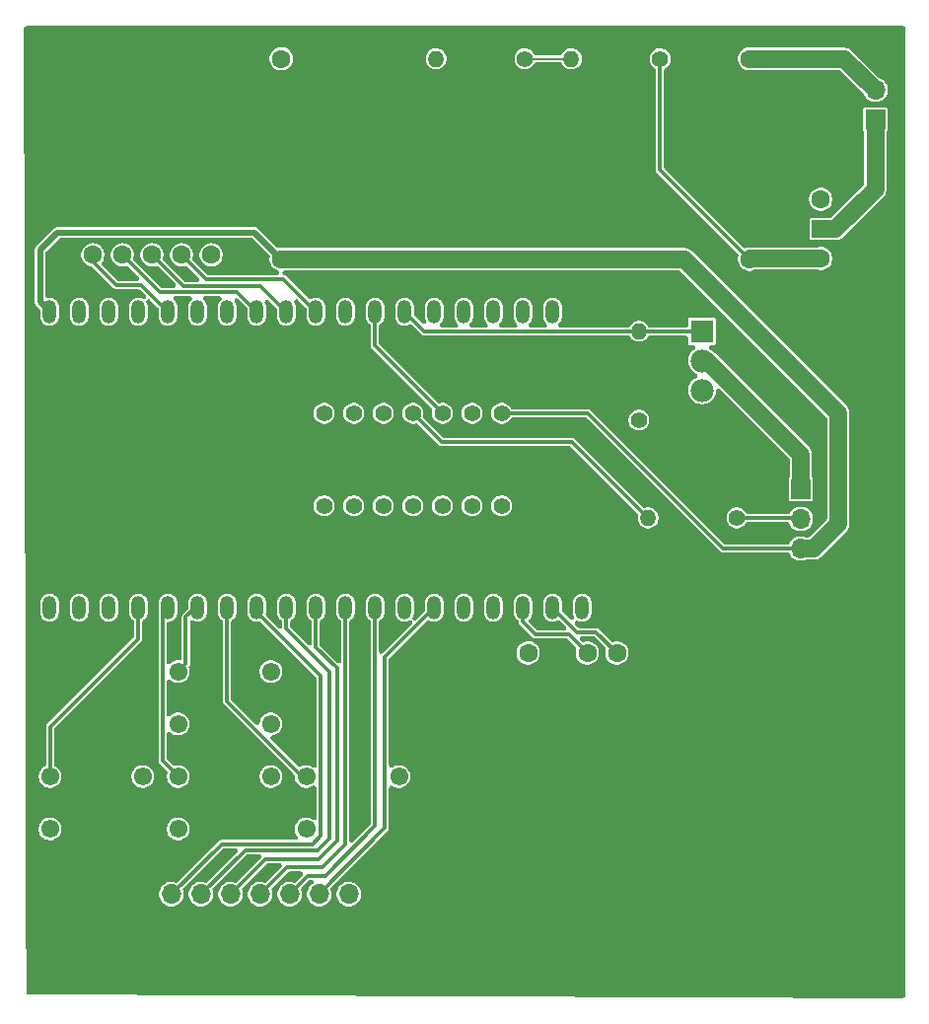
<source format=gtl>
G04 #@! TF.GenerationSoftware,KiCad,Pcbnew,9.0.0*
G04 #@! TF.CreationDate,2025-04-11T21:54:49+02:00*
G04 #@! TF.ProjectId,eConBadge,65436f6e-4261-4646-9765-2e6b69636164,rev?*
G04 #@! TF.SameCoordinates,Original*
G04 #@! TF.FileFunction,Copper,L1,Top*
G04 #@! TF.FilePolarity,Positive*
%FSLAX46Y46*%
G04 Gerber Fmt 4.6, Leading zero omitted, Abs format (unit mm)*
G04 Created by KiCad (PCBNEW 9.0.0) date 2025-04-11 21:54:49*
%MOMM*%
%LPD*%
G01*
G04 APERTURE LIST*
G04 #@! TA.AperFunction,ComponentPad*
%ADD10C,1.400000*%
G04 #@! TD*
G04 #@! TA.AperFunction,ComponentPad*
%ADD11C,1.550000*%
G04 #@! TD*
G04 #@! TA.AperFunction,ComponentPad*
%ADD12C,1.600000*%
G04 #@! TD*
G04 #@! TA.AperFunction,ComponentPad*
%ADD13R,1.980000X1.980000*%
G04 #@! TD*
G04 #@! TA.AperFunction,ComponentPad*
%ADD14C,1.980000*%
G04 #@! TD*
G04 #@! TA.AperFunction,ComponentPad*
%ADD15R,1.700000X1.700000*%
G04 #@! TD*
G04 #@! TA.AperFunction,ComponentPad*
%ADD16O,1.700000X1.700000*%
G04 #@! TD*
G04 #@! TA.AperFunction,ComponentPad*
%ADD17R,1.500000X1.500000*%
G04 #@! TD*
G04 #@! TA.AperFunction,ComponentPad*
%ADD18R,1.200000X2.000000*%
G04 #@! TD*
G04 #@! TA.AperFunction,ComponentPad*
%ADD19O,1.200000X2.000000*%
G04 #@! TD*
G04 #@! TA.AperFunction,ComponentPad*
%ADD20O,1.400000X1.400000*%
G04 #@! TD*
G04 #@! TA.AperFunction,Conductor*
%ADD21C,0.300000*%
G04 #@! TD*
G04 #@! TA.AperFunction,Conductor*
%ADD22C,0.500000*%
G04 #@! TD*
G04 #@! TA.AperFunction,Conductor*
%ADD23C,1.500000*%
G04 #@! TD*
G04 #@! TA.AperFunction,Conductor*
%ADD24C,0.200000*%
G04 #@! TD*
G04 APERTURE END LIST*
D10*
G04 #@! TO.P,74AHCT125 ,14*
G04 #@! TO.N,VCC_5V*
X163120000Y-48530000D03*
G04 #@! TO.P,74AHCT125 ,13*
G04 #@! TO.N,GND*
X160580000Y-48530000D03*
G04 #@! TO.P,74AHCT125 ,12*
G04 #@! TO.N,LED_DATA_3V*
X158040000Y-48530000D03*
G04 #@! TO.P,74AHCT125 ,11*
G04 #@! TO.N,LED_DATA_5V_SHIFT*
X155500000Y-48530000D03*
G04 #@! TO.P,74AHCT125 ,10*
G04 #@! TO.N,GND*
X152960000Y-48530000D03*
G04 #@! TO.P,74AHCT125 ,9*
G04 #@! TO.N,N/C*
X150420000Y-48530000D03*
G04 #@! TO.P,74AHCT125 ,8*
X147880000Y-48530000D03*
G04 #@! TO.P,74AHCT125 ,7*
G04 #@! TO.N,GND*
X147880000Y-56470000D03*
G04 #@! TO.P,74AHCT125 ,6*
G04 #@! TO.N,N/C*
X150420000Y-56470000D03*
G04 #@! TO.P,74AHCT125 ,5*
X152960000Y-56470000D03*
G04 #@! TO.P,74AHCT125 ,1*
G04 #@! TO.N,GND*
X163120000Y-56470000D03*
G04 #@! TO.P,74AHCT125 ,2*
G04 #@! TO.N,N/C*
X160580000Y-56470000D03*
G04 #@! TO.P,74AHCT125 ,3*
X158040000Y-56470000D03*
G04 #@! TO.P,74AHCT125 ,4*
G04 #@! TO.N,GND*
X155500000Y-56470000D03*
G04 #@! TD*
D11*
G04 #@! TO.P,BackBtn,2*
G04 #@! TO.N,VCC3.3*
X132300000Y-84200000D03*
G04 #@! TO.P,BackBtn,1*
G04 #@! TO.N,BTN_BACK*
X124340000Y-79700000D03*
G04 #@! TO.N,N/C*
X132300000Y-79700000D03*
G04 #@! TO.P,BackBtn,2*
X124340000Y-84200000D03*
G04 #@! TD*
D12*
G04 #@! TO.P,OLED,2*
G04 #@! TO.N,VCC3.3*
X167940000Y-69100000D03*
G04 #@! TO.P,OLED,1*
G04 #@! TO.N,GND*
X165400000Y-69100000D03*
G04 #@! TO.P,OLED,3*
G04 #@! TO.N,OLED_CLK*
X170480000Y-69100000D03*
G04 #@! TO.P,OLED,4*
G04 #@! TO.N,OLED_SDA*
X173020000Y-69100000D03*
G04 #@! TD*
D13*
G04 #@! TO.P,LED_EN_MOSFET,1*
G04 #@! TO.N,LED_EN*
X180322500Y-41475000D03*
D14*
G04 #@! TO.P,LED_EN_MOSFET,2*
G04 #@! TO.N,LED_GND*
X180322500Y-44015000D03*
G04 #@! TO.P,LED_EN_MOSFET,3*
G04 #@! TO.N,GND*
X180322500Y-46555000D03*
G04 #@! TD*
D15*
G04 #@! TO.P,LEDConnector,1*
G04 #@! TO.N,LED_GND*
X188800000Y-55060000D03*
D16*
G04 #@! TO.P,LEDConnector,2*
G04 #@! TO.N,LED_DATA_5V_OUT*
X188800000Y-57600000D03*
G04 #@! TO.P,LEDConnector,3*
G04 #@! TO.N,VCC_5V*
X188800000Y-60140000D03*
G04 #@! TD*
D12*
G04 #@! TO.P,4005-DCDC,1*
G04 #@! TO.N,VCC_5V*
X144200000Y-35300000D03*
G04 #@! TO.P,4005-DCDC,2*
G04 #@! TO.N,GND*
X144200000Y-18100000D03*
G04 #@! TO.P,4005-DCDC,3*
G04 #@! TO.N,BATT_IN_REG*
X184400000Y-35300000D03*
G04 #@! TO.P,4005-DCDC,4*
G04 #@! TO.N,BATT_IN_GND*
X184400000Y-18100000D03*
G04 #@! TD*
D15*
G04 #@! TO.P,EInkConnector,1*
G04 #@! TO.N,VCC3.3*
X152540000Y-89800000D03*
D16*
G04 #@! TO.P,EInkConnector,2*
G04 #@! TO.N,GND*
X150000000Y-89800000D03*
G04 #@! TO.P,EInkConnector,3*
G04 #@! TO.N,EINK_DIN*
X147460000Y-89800000D03*
G04 #@! TO.P,EInkConnector,4*
G04 #@! TO.N,EINK_CLK*
X144920000Y-89800000D03*
G04 #@! TO.P,EInkConnector,5*
G04 #@! TO.N,EINK_CS*
X142380000Y-89800000D03*
G04 #@! TO.P,EInkConnector,6*
G04 #@! TO.N,EINK_DC*
X139840000Y-89800000D03*
G04 #@! TO.P,EInkConnector,7*
G04 #@! TO.N,EINK_RESET*
X137300000Y-89800000D03*
G04 #@! TO.P,EInkConnector,8*
G04 #@! TO.N,EINK_BUSY*
X134760000Y-89800000D03*
G04 #@! TD*
D15*
G04 #@! TO.P,BATT-,1*
G04 #@! TO.N,BATT_IN_VCC*
X195200000Y-23300000D03*
D16*
G04 #@! TO.P,BATT-,2*
G04 #@! TO.N,BATT_IN_GND*
X195200000Y-20760000D03*
G04 #@! TD*
D17*
G04 #@! TO.P,SwitchOnOff,1*
G04 #@! TO.N,BATT_IN_VCC*
X190500000Y-32700000D03*
D12*
G04 #@! TO.P,SwitchOnOff,2*
G04 #@! TO.N,BATT_IN_REG*
X190500000Y-35240000D03*
G04 #@! TO.P,SwitchOnOff,3*
G04 #@! TO.N,N/C*
X190500000Y-30160000D03*
G04 #@! TD*
D18*
G04 #@! TO.P,ESP32,1*
G04 #@! TO.N,VCC3.3*
X170020000Y-39800000D03*
D19*
G04 #@! TO.P,ESP32,2*
G04 #@! TO.N,N/C*
X167480000Y-39800000D03*
G04 #@! TO.P,ESP32,3*
X164940000Y-39800000D03*
G04 #@! TO.P,ESP32,4*
X162400000Y-39800000D03*
G04 #@! TO.P,ESP32,5*
G04 #@! TO.N,BATT_V_MEASURE*
X159860000Y-39800000D03*
G04 #@! TO.P,ESP32,6*
G04 #@! TO.N,N/C*
X157320000Y-39800000D03*
G04 #@! TO.P,ESP32,7*
G04 #@! TO.N,LED_EN*
X154780000Y-39800000D03*
G04 #@! TO.P,ESP32,8*
G04 #@! TO.N,LED_DATA_3V*
X152240000Y-39800000D03*
G04 #@! TO.P,ESP32,9*
G04 #@! TO.N,N/C*
X149700000Y-39800000D03*
G04 #@! TO.P,ESP32,10*
G04 #@! TO.N,SD_MISO*
X147160000Y-39800000D03*
G04 #@! TO.P,ESP32,11*
G04 #@! TO.N,SD_CLK*
X144620000Y-39800000D03*
G04 #@! TO.P,ESP32,12*
G04 #@! TO.N,SD_MOSI*
X142080000Y-39800000D03*
G04 #@! TO.P,ESP32,13*
G04 #@! TO.N,N/C*
X139540000Y-39800000D03*
G04 #@! TO.P,ESP32,14*
G04 #@! TO.N,GND*
X137000000Y-39800000D03*
G04 #@! TO.P,ESP32,15*
G04 #@! TO.N,SD_CS*
X134460000Y-39800000D03*
G04 #@! TO.P,ESP32,16*
G04 #@! TO.N,N/C*
X131920000Y-39800000D03*
G04 #@! TO.P,ESP32,17*
X129380000Y-39800000D03*
G04 #@! TO.P,ESP32,18*
X126840000Y-39800000D03*
G04 #@! TO.P,ESP32,19*
G04 #@! TO.N,VCC_5V*
X124300000Y-39800000D03*
G04 #@! TO.P,ESP32,20*
G04 #@! TO.N,N/C*
X124302720Y-65196320D03*
G04 #@! TO.P,ESP32,21*
X126842720Y-65196320D03*
G04 #@! TO.P,ESP32,22*
X129380000Y-65200000D03*
G04 #@! TO.P,ESP32,23*
G04 #@! TO.N,BTN_BACK*
X131920000Y-65200000D03*
G04 #@! TO.P,ESP32,24*
G04 #@! TO.N,BTN_DOWN*
X134460000Y-65200000D03*
G04 #@! TO.P,ESP32,25*
G04 #@! TO.N,BTN_UP*
X137000000Y-65200000D03*
G04 #@! TO.P,ESP32,26*
G04 #@! TO.N,BTN_ENTER*
X139540000Y-65200000D03*
G04 #@! TO.P,ESP32,27*
G04 #@! TO.N,EINK_BUSY*
X142080000Y-65200000D03*
G04 #@! TO.P,ESP32,28*
G04 #@! TO.N,EINK_RESET*
X144620000Y-65200000D03*
G04 #@! TO.P,ESP32,29*
G04 #@! TO.N,EINK_DC*
X147160000Y-65200000D03*
G04 #@! TO.P,ESP32,30*
G04 #@! TO.N,EINK_CS*
X149700000Y-65200000D03*
G04 #@! TO.P,ESP32,31*
G04 #@! TO.N,EINK_CLK*
X152240000Y-65200000D03*
G04 #@! TO.P,ESP32,32*
G04 #@! TO.N,GND*
X154780000Y-65200000D03*
G04 #@! TO.P,ESP32,33*
G04 #@! TO.N,EINK_DIN*
X157320000Y-65200000D03*
G04 #@! TO.P,ESP32,34*
G04 #@! TO.N,N/C*
X159860000Y-65200000D03*
G04 #@! TO.P,ESP32,35*
X162400000Y-65200000D03*
G04 #@! TO.P,ESP32,36*
G04 #@! TO.N,OLED_CLK*
X164940000Y-65200000D03*
G04 #@! TO.P,ESP32,37*
G04 #@! TO.N,OLED_SDA*
X167480000Y-65200000D03*
G04 #@! TO.P,ESP32,38*
G04 #@! TO.N,GND*
X170020000Y-65200000D03*
G04 #@! TD*
D11*
G04 #@! TO.P,DownBtn,2*
G04 #@! TO.N,VCC3.3*
X143300000Y-84200000D03*
G04 #@! TO.P,DownBtn,1*
G04 #@! TO.N,BTN_DOWN*
X135340000Y-79700000D03*
G04 #@! TO.N,N/C*
X143300000Y-79700000D03*
G04 #@! TO.P,DownBtn,2*
X135340000Y-84200000D03*
G04 #@! TD*
G04 #@! TO.P,UpBtn,1*
G04 #@! TO.N,BTN_UP*
X135340000Y-70700000D03*
G04 #@! TO.N,N/C*
X143300000Y-70700000D03*
G04 #@! TO.P,UpBtn,2*
X135340000Y-75200000D03*
G04 #@! TO.N,GND*
X143300000Y-75200000D03*
G04 #@! TD*
G04 #@! TO.P,EnterBtn,2*
G04 #@! TO.N,VCC3.3*
X154300000Y-84200000D03*
G04 #@! TO.P,EnterBtn,1*
G04 #@! TO.N,BTN_ENTER*
X146340000Y-79700000D03*
G04 #@! TO.N,N/C*
X154300000Y-79700000D03*
G04 #@! TO.P,EnterBtn,2*
X146340000Y-84200000D03*
G04 #@! TD*
D12*
G04 #@! TO.P,SDCardReader,1*
G04 #@! TO.N,VCC3.3*
X125480000Y-34920000D03*
G04 #@! TO.P,SDCardReader,2*
G04 #@! TO.N,SD_CS*
X128020000Y-34920000D03*
G04 #@! TO.P,SDCardReader,3*
G04 #@! TO.N,SD_MOSI*
X130560000Y-34920000D03*
G04 #@! TO.P,SDCardReader,4*
G04 #@! TO.N,SD_CLK*
X133100000Y-34920000D03*
G04 #@! TO.P,SDCardReader,5*
G04 #@! TO.N,SD_MISO*
X135640000Y-34920000D03*
G04 #@! TO.P,SDCardReader,6*
G04 #@! TO.N,GND*
X138180000Y-34920000D03*
G04 #@! TD*
D10*
G04 #@! TO.P,10K LED_MOSFET,1*
G04 #@! TO.N,GND*
X174900000Y-49110000D03*
D20*
G04 #@! TO.P,10K LED_MOSFET,2*
G04 #@! TO.N,LED_EN*
X174900000Y-41490000D03*
G04 #@! TD*
D10*
G04 #@! TO.P,R2 20K,1*
G04 #@! TO.N,BATT_V_MEASURE*
X165110000Y-18100000D03*
D20*
G04 #@! TO.P,R2 20K,2*
G04 #@! TO.N,GND*
X157490000Y-18100000D03*
G04 #@! TD*
D10*
G04 #@! TO.P,330 LED_DATA_R,1*
G04 #@! TO.N,LED_DATA_5V_OUT*
X183310000Y-57500000D03*
D20*
G04 #@! TO.P,330 LED_DATA_R,2*
G04 #@! TO.N,LED_DATA_5V_SHIFT*
X175690000Y-57500000D03*
G04 #@! TD*
D10*
G04 #@! TO.P,R1 220K,1*
G04 #@! TO.N,BATT_IN_REG*
X176720000Y-18100000D03*
D20*
G04 #@! TO.P,R1 220K,2*
G04 #@! TO.N,BATT_V_MEASURE*
X169100000Y-18100000D03*
G04 #@! TD*
D21*
G04 #@! TO.N,OLED_CLK*
X168880000Y-67500000D02*
X170480000Y-69100000D01*
X164940000Y-66440000D02*
X166000000Y-67500000D01*
X166000000Y-67500000D02*
X168880000Y-67500000D01*
X164940000Y-65200000D02*
X164940000Y-66440000D01*
G04 #@! TO.N,SD_CS*
X132160000Y-37500000D02*
X134460000Y-39800000D01*
X130000000Y-37500000D02*
X132160000Y-37500000D01*
X128020000Y-35520000D02*
X130000000Y-37500000D01*
X128020000Y-34920000D02*
X128020000Y-35520000D01*
D22*
G04 #@! TO.N,VCC_5V*
X123500000Y-39000000D02*
X124300000Y-39800000D01*
X123500000Y-34500000D02*
X123500000Y-39000000D01*
X125000000Y-33000000D02*
X123500000Y-34500000D01*
X144200000Y-35300000D02*
X141900000Y-33000000D01*
X141900000Y-33000000D02*
X125000000Y-33000000D01*
D21*
G04 #@! TO.N,LED_DATA_5V_SHIFT*
X157970000Y-51000000D02*
X155500000Y-48530000D01*
X169190000Y-51000000D02*
X157970000Y-51000000D01*
X175690000Y-57500000D02*
X169190000Y-51000000D01*
G04 #@! TO.N,EINK_RESET*
X147300000Y-86000000D02*
X141100000Y-86000000D01*
X148300000Y-85000000D02*
X147300000Y-86000000D01*
X148300000Y-70700000D02*
X148300000Y-85000000D01*
X144620000Y-67020000D02*
X148300000Y-70700000D01*
X141100000Y-86000000D02*
X137300000Y-89800000D01*
X144620000Y-65200000D02*
X144620000Y-67020000D01*
G04 #@! TO.N,EINK_BUSY*
X139060000Y-85500000D02*
X134760000Y-89800000D01*
X146851461Y-85500000D02*
X139060000Y-85500000D01*
X147577513Y-71077513D02*
X147577513Y-84773948D01*
X147577513Y-84773948D02*
X146851461Y-85500000D01*
X142080000Y-65200000D02*
X142080000Y-65580000D01*
X142080000Y-65580000D02*
X147577513Y-71077513D01*
G04 #@! TO.N,EINK_CLK*
X148000000Y-88200000D02*
X146500000Y-88200000D01*
X146500000Y-88200000D02*
X144920000Y-89780000D01*
X152240000Y-83960000D02*
X148000000Y-88200000D01*
X152240000Y-65200000D02*
X152240000Y-83960000D01*
X144920000Y-89780000D02*
X144920000Y-89800000D01*
G04 #@! TO.N,BTN_UP*
X136800000Y-65200000D02*
X137000000Y-65200000D01*
X136000000Y-66000000D02*
X136800000Y-65200000D01*
X136000000Y-70040000D02*
X136000000Y-66000000D01*
X135340000Y-70700000D02*
X136000000Y-70040000D01*
G04 #@! TO.N,BTN_DOWN*
X134000000Y-78360000D02*
X134000000Y-65660000D01*
X135340000Y-79700000D02*
X134000000Y-78360000D01*
X134000000Y-65660000D02*
X134460000Y-65200000D01*
G04 #@! TO.N,VCC_5V*
X170530000Y-48530000D02*
X163120000Y-48530000D01*
X182140000Y-60140000D02*
X170530000Y-48530000D01*
X188800000Y-60140000D02*
X182140000Y-60140000D01*
G04 #@! TO.N,LED_DATA_3V*
X152240000Y-39800000D02*
X152240000Y-42730000D01*
X152240000Y-42730000D02*
X158040000Y-48530000D01*
G04 #@! TO.N,SD_MOSI*
X133740000Y-38100000D02*
X140400000Y-38100000D01*
X140400000Y-38100000D02*
X142080000Y-39780000D01*
X130560000Y-34920000D02*
X133740000Y-38100000D01*
X142080000Y-39780000D02*
X142080000Y-39800000D01*
D23*
G04 #@! TO.N,VCC_5V*
X192000000Y-48500000D02*
X192000000Y-58000000D01*
X178800000Y-35300000D02*
X192000000Y-48500000D01*
X144200000Y-35300000D02*
X178800000Y-35300000D01*
X189860000Y-60140000D02*
X188800000Y-60140000D01*
X192000000Y-58000000D02*
X189860000Y-60140000D01*
D24*
G04 #@! TO.N,LED_EN*
X180297500Y-41500000D02*
X180322500Y-41475000D01*
D21*
X156490000Y-41490000D02*
X175100000Y-41490000D01*
D24*
X154780000Y-39800000D02*
X154800000Y-39800000D01*
D21*
X174900000Y-41490000D02*
X174910000Y-41500000D01*
X154800000Y-39800000D02*
X156490000Y-41490000D01*
X174910000Y-41500000D02*
X180297500Y-41500000D01*
D23*
G04 #@! TO.N,LED_GND*
X180322500Y-44015000D02*
X180765000Y-44015000D01*
X180765000Y-44015000D02*
X188800000Y-52050000D01*
X188800000Y-52050000D02*
X188800000Y-55060000D01*
D24*
G04 #@! TO.N,BATT_V_MEASURE*
X169100000Y-18100000D02*
X165110000Y-18100000D01*
D23*
G04 #@! TO.N,BATT_IN_GND*
X192540000Y-18100000D02*
X184400000Y-18100000D01*
X195200000Y-20760000D02*
X192540000Y-18100000D01*
G04 #@! TO.N,BATT_IN_VCC*
X195200000Y-23300000D02*
X195200000Y-29300000D01*
X191800000Y-32700000D02*
X190500000Y-32700000D01*
X195200000Y-29300000D02*
X191800000Y-32700000D01*
D21*
G04 #@! TO.N,BATT_IN_REG*
X176720000Y-27620000D02*
X176720000Y-18100000D01*
D23*
X190500000Y-35240000D02*
X184460000Y-35240000D01*
D24*
X184460000Y-35240000D02*
X184400000Y-35300000D01*
D21*
X184400000Y-35300000D02*
X176720000Y-27620000D01*
G04 #@! TO.N,BTN_BACK*
X124340000Y-79700000D02*
X124340000Y-75460000D01*
X124340000Y-75460000D02*
X131920000Y-67880000D01*
X131920000Y-67880000D02*
X131920000Y-65200000D01*
G04 #@! TO.N,BTN_ENTER*
X146340000Y-79700000D02*
X146000000Y-79700000D01*
X146000000Y-79700000D02*
X139540000Y-73240000D01*
X139540000Y-73240000D02*
X139540000Y-65200000D01*
G04 #@! TO.N,EINK_DC*
X147419743Y-86800000D02*
X142840000Y-86800000D01*
X147160000Y-68560000D02*
X149012675Y-70412675D01*
X149012675Y-85207068D02*
X147419743Y-86800000D01*
X147160000Y-65200000D02*
X147160000Y-68560000D01*
X149012675Y-70412675D02*
X149012675Y-85207068D01*
X142840000Y-86800000D02*
X139840000Y-89800000D01*
G04 #@! TO.N,EINK_CS*
X144680000Y-87500000D02*
X142380000Y-89800000D01*
X149700000Y-85500000D02*
X147700000Y-87500000D01*
X149700000Y-65200000D02*
X149700000Y-85500000D01*
X147700000Y-87500000D02*
X144680000Y-87500000D01*
G04 #@! TO.N,EINK_DIN*
X153100000Y-69420000D02*
X153100000Y-84100000D01*
X147460000Y-89740000D02*
X147460000Y-89800000D01*
X153100000Y-84100000D02*
X147460000Y-89740000D01*
X157320000Y-65200000D02*
X153100000Y-69420000D01*
G04 #@! TO.N,OLED_SDA*
X171220000Y-67300000D02*
X173020000Y-69100000D01*
X169600000Y-67300000D02*
X171220000Y-67300000D01*
D24*
X167480000Y-65200000D02*
X167500000Y-65200000D01*
D21*
X167500000Y-65200000D02*
X169600000Y-67300000D01*
G04 #@! TO.N,LED_DATA_3V*
X152240000Y-39840000D02*
X152440000Y-39840000D01*
D24*
X152240000Y-39800000D02*
X152240000Y-39840000D01*
D21*
G04 #@! TO.N,LED_DATA_5V_OUT*
X183310000Y-57500000D02*
X188700000Y-57500000D01*
X188700000Y-57500000D02*
X188800000Y-57600000D01*
G04 #@! TO.N,SD_CLK*
X142400000Y-37600000D02*
X144600000Y-39800000D01*
X133100000Y-34920000D02*
X135780000Y-37600000D01*
X135780000Y-37600000D02*
X142400000Y-37600000D01*
G04 #@! TO.N,SD_MISO*
X144360000Y-37000000D02*
X147160000Y-39800000D01*
X137720000Y-37000000D02*
X144360000Y-37000000D01*
X135640000Y-34920000D02*
X137720000Y-37000000D01*
G04 #@! TD*
G04 #@! TA.AperFunction,Conductor*
G04 #@! TO.N,VCC3.3*
G36*
X197687343Y-15319707D02*
G01*
X197756584Y-15374926D01*
X197795011Y-15454718D01*
X197800000Y-15499000D01*
X197800000Y-98500208D01*
X197780293Y-98586551D01*
X197725074Y-98655792D01*
X197645282Y-98694219D01*
X197600209Y-98699206D01*
X122497732Y-98400785D01*
X122411468Y-98380735D01*
X122342447Y-98325242D01*
X122304338Y-98245297D01*
X122299524Y-98202266D01*
X122281733Y-90810129D01*
X122279053Y-89696531D01*
X133709500Y-89696531D01*
X133709500Y-89903468D01*
X133749869Y-90106416D01*
X133749870Y-90106419D01*
X133829056Y-90297593D01*
X133829058Y-90297596D01*
X133829059Y-90297598D01*
X133944023Y-90469655D01*
X134090345Y-90615977D01*
X134262402Y-90730941D01*
X134262404Y-90730942D01*
X134262406Y-90730943D01*
X134311245Y-90751172D01*
X134453580Y-90810130D01*
X134555057Y-90830315D01*
X134656532Y-90850500D01*
X134656535Y-90850500D01*
X134863468Y-90850500D01*
X134950445Y-90833198D01*
X135066420Y-90810130D01*
X135257598Y-90730941D01*
X135429655Y-90615977D01*
X135575977Y-90469655D01*
X135690941Y-90297598D01*
X135770130Y-90106420D01*
X135793198Y-89990445D01*
X135810500Y-89903468D01*
X135810500Y-89696531D01*
X135770131Y-89493585D01*
X135770130Y-89493584D01*
X135770130Y-89493580D01*
X135765047Y-89481308D01*
X135760084Y-89469326D01*
X135745249Y-89382013D01*
X135769767Y-89296912D01*
X135803218Y-89252462D01*
X139146895Y-85908786D01*
X139221884Y-85861667D01*
X139287609Y-85850500D01*
X140273390Y-85850500D01*
X140359733Y-85870207D01*
X140428974Y-85925426D01*
X140467401Y-86005218D01*
X140467401Y-86093782D01*
X140428974Y-86173574D01*
X140414104Y-86190214D01*
X137847539Y-88756777D01*
X137772550Y-88803896D01*
X137684544Y-88813812D01*
X137630674Y-88799916D01*
X137606420Y-88789870D01*
X137606415Y-88789869D01*
X137403468Y-88749500D01*
X137403465Y-88749500D01*
X137196535Y-88749500D01*
X137196532Y-88749500D01*
X136993583Y-88789869D01*
X136993580Y-88789870D01*
X136802406Y-88869056D01*
X136802398Y-88869061D01*
X136642908Y-88975627D01*
X136642902Y-88975632D01*
X136630345Y-88984023D01*
X136484023Y-89130345D01*
X136475632Y-89142902D01*
X136475627Y-89142908D01*
X136369061Y-89302398D01*
X136369056Y-89302406D01*
X136289870Y-89493580D01*
X136289869Y-89493583D01*
X136249500Y-89696531D01*
X136249500Y-89903468D01*
X136289869Y-90106416D01*
X136289870Y-90106419D01*
X136369056Y-90297593D01*
X136369058Y-90297596D01*
X136369059Y-90297598D01*
X136484023Y-90469655D01*
X136630345Y-90615977D01*
X136802402Y-90730941D01*
X136802404Y-90730942D01*
X136802406Y-90730943D01*
X136851245Y-90751172D01*
X136993580Y-90810130D01*
X137095057Y-90830315D01*
X137196532Y-90850500D01*
X137196535Y-90850500D01*
X137403468Y-90850500D01*
X137490445Y-90833198D01*
X137606420Y-90810130D01*
X137797598Y-90730941D01*
X137969655Y-90615977D01*
X138115977Y-90469655D01*
X138230941Y-90297598D01*
X138310130Y-90106420D01*
X138333198Y-89990445D01*
X138350500Y-89903468D01*
X138350500Y-89696531D01*
X138310131Y-89493585D01*
X138310130Y-89493584D01*
X138310130Y-89493580D01*
X138305047Y-89481308D01*
X138300084Y-89469326D01*
X138285249Y-89382013D01*
X138309767Y-89296912D01*
X138343218Y-89252462D01*
X141186896Y-86408786D01*
X141261885Y-86361667D01*
X141327610Y-86350500D01*
X142313390Y-86350500D01*
X142399733Y-86370207D01*
X142468974Y-86425426D01*
X142507401Y-86505218D01*
X142507401Y-86593782D01*
X142468974Y-86673574D01*
X142454104Y-86690214D01*
X140387539Y-88756777D01*
X140312550Y-88803896D01*
X140224544Y-88813812D01*
X140170674Y-88799916D01*
X140146420Y-88789870D01*
X140146415Y-88789869D01*
X139943468Y-88749500D01*
X139943465Y-88749500D01*
X139736535Y-88749500D01*
X139736532Y-88749500D01*
X139533583Y-88789869D01*
X139533580Y-88789870D01*
X139342406Y-88869056D01*
X139342398Y-88869061D01*
X139182909Y-88975626D01*
X139182902Y-88975632D01*
X139170345Y-88984023D01*
X139024023Y-89130345D01*
X139015632Y-89142902D01*
X139015626Y-89142909D01*
X138909061Y-89302398D01*
X138909056Y-89302406D01*
X138829870Y-89493580D01*
X138829869Y-89493583D01*
X138789500Y-89696531D01*
X138789500Y-89903468D01*
X138829869Y-90106416D01*
X138829870Y-90106419D01*
X138909056Y-90297593D01*
X138909058Y-90297596D01*
X138909059Y-90297598D01*
X139024023Y-90469655D01*
X139170345Y-90615977D01*
X139342402Y-90730941D01*
X139342404Y-90730942D01*
X139342406Y-90730943D01*
X139391245Y-90751172D01*
X139533580Y-90810130D01*
X139635057Y-90830315D01*
X139736532Y-90850500D01*
X139736535Y-90850500D01*
X139943468Y-90850500D01*
X140030445Y-90833198D01*
X140146420Y-90810130D01*
X140337598Y-90730941D01*
X140509655Y-90615977D01*
X140655977Y-90469655D01*
X140770941Y-90297598D01*
X140850130Y-90106420D01*
X140873198Y-89990445D01*
X140890500Y-89903468D01*
X140890500Y-89696531D01*
X140850131Y-89493585D01*
X140850130Y-89493584D01*
X140850130Y-89493580D01*
X140845047Y-89481308D01*
X140840084Y-89469326D01*
X140825249Y-89382013D01*
X140849767Y-89296912D01*
X140883218Y-89252462D01*
X142926896Y-87208786D01*
X143001885Y-87161667D01*
X143067610Y-87150500D01*
X144053390Y-87150500D01*
X144139733Y-87170207D01*
X144208974Y-87225426D01*
X144247401Y-87305218D01*
X144247401Y-87393782D01*
X144208974Y-87473574D01*
X144194104Y-87490214D01*
X142927539Y-88756777D01*
X142852550Y-88803896D01*
X142764544Y-88813812D01*
X142710674Y-88799916D01*
X142686420Y-88789870D01*
X142686415Y-88789869D01*
X142483468Y-88749500D01*
X142483465Y-88749500D01*
X142276535Y-88749500D01*
X142276532Y-88749500D01*
X142073583Y-88789869D01*
X142073580Y-88789870D01*
X141882406Y-88869056D01*
X141882398Y-88869061D01*
X141722909Y-88975626D01*
X141722902Y-88975632D01*
X141710345Y-88984023D01*
X141564023Y-89130345D01*
X141555632Y-89142902D01*
X141555626Y-89142909D01*
X141449061Y-89302398D01*
X141449056Y-89302406D01*
X141369870Y-89493580D01*
X141369869Y-89493583D01*
X141329500Y-89696531D01*
X141329500Y-89903468D01*
X141369869Y-90106416D01*
X141369870Y-90106419D01*
X141449056Y-90297593D01*
X141449058Y-90297596D01*
X141449059Y-90297598D01*
X141564023Y-90469655D01*
X141710345Y-90615977D01*
X141882402Y-90730941D01*
X141882404Y-90730942D01*
X141882406Y-90730943D01*
X141931245Y-90751172D01*
X142073580Y-90810130D01*
X142175057Y-90830315D01*
X142276532Y-90850500D01*
X142276535Y-90850500D01*
X142483468Y-90850500D01*
X142570445Y-90833198D01*
X142686420Y-90810130D01*
X142877598Y-90730941D01*
X143049655Y-90615977D01*
X143195977Y-90469655D01*
X143310941Y-90297598D01*
X143390130Y-90106420D01*
X143413198Y-89990445D01*
X143430500Y-89903468D01*
X143430500Y-89696531D01*
X143390131Y-89493585D01*
X143390130Y-89493584D01*
X143390130Y-89493580D01*
X143385047Y-89481308D01*
X143380084Y-89469326D01*
X143365249Y-89382013D01*
X143389767Y-89296912D01*
X143423218Y-89252462D01*
X144766896Y-87908786D01*
X144841885Y-87861667D01*
X144907610Y-87850500D01*
X145873390Y-87850500D01*
X145959733Y-87870207D01*
X146028974Y-87925426D01*
X146067401Y-88005218D01*
X146067401Y-88093782D01*
X146028974Y-88173574D01*
X146014108Y-88190209D01*
X145723848Y-88480470D01*
X145453397Y-88750920D01*
X145378408Y-88798038D01*
X145290402Y-88807954D01*
X145236533Y-88794059D01*
X145235864Y-88793782D01*
X145226420Y-88789870D01*
X145226418Y-88789869D01*
X145226417Y-88789869D01*
X145023468Y-88749500D01*
X145023465Y-88749500D01*
X144816535Y-88749500D01*
X144816532Y-88749500D01*
X144613583Y-88789869D01*
X144613580Y-88789870D01*
X144422406Y-88869056D01*
X144422403Y-88869058D01*
X144262911Y-88975626D01*
X144262908Y-88975628D01*
X144250345Y-88984023D01*
X144104023Y-89130345D01*
X144095630Y-89142905D01*
X144095624Y-89142912D01*
X143989061Y-89302398D01*
X143989056Y-89302406D01*
X143909870Y-89493580D01*
X143909869Y-89493583D01*
X143869500Y-89696531D01*
X143869500Y-89903468D01*
X143909869Y-90106416D01*
X143909870Y-90106419D01*
X143989056Y-90297593D01*
X143989058Y-90297596D01*
X143989059Y-90297598D01*
X144104023Y-90469655D01*
X144250345Y-90615977D01*
X144422402Y-90730941D01*
X144422404Y-90730942D01*
X144422406Y-90730943D01*
X144471245Y-90751172D01*
X144613580Y-90810130D01*
X144715057Y-90830315D01*
X144816532Y-90850500D01*
X144816535Y-90850500D01*
X145023468Y-90850500D01*
X145110445Y-90833198D01*
X145226420Y-90810130D01*
X145417598Y-90730941D01*
X145589655Y-90615977D01*
X145735977Y-90469655D01*
X145850941Y-90297598D01*
X145930130Y-90106420D01*
X145953198Y-89990445D01*
X145970500Y-89903468D01*
X145970500Y-89696531D01*
X145947431Y-89580560D01*
X145930130Y-89493580D01*
X145914225Y-89455183D01*
X145899390Y-89367874D01*
X145923906Y-89282772D01*
X145957359Y-89238320D01*
X146586895Y-88608786D01*
X146661884Y-88561667D01*
X146727609Y-88550500D01*
X146783144Y-88550500D01*
X146869487Y-88570207D01*
X146938728Y-88625426D01*
X146977155Y-88705218D01*
X146977155Y-88793782D01*
X146938728Y-88873574D01*
X146893703Y-88914961D01*
X146834114Y-88954777D01*
X146790346Y-88984022D01*
X146790341Y-88984026D01*
X146644026Y-89130341D01*
X146644022Y-89130346D01*
X146529058Y-89302403D01*
X146529056Y-89302406D01*
X146449870Y-89493580D01*
X146449869Y-89493583D01*
X146409500Y-89696531D01*
X146409500Y-89903468D01*
X146449869Y-90106416D01*
X146449870Y-90106419D01*
X146529056Y-90297593D01*
X146529058Y-90297596D01*
X146529059Y-90297598D01*
X146644023Y-90469655D01*
X146790345Y-90615977D01*
X146962402Y-90730941D01*
X146962404Y-90730942D01*
X146962406Y-90730943D01*
X147011245Y-90751172D01*
X147153580Y-90810130D01*
X147255057Y-90830315D01*
X147356532Y-90850500D01*
X147356535Y-90850500D01*
X147563468Y-90850500D01*
X147650445Y-90833198D01*
X147766420Y-90810130D01*
X147957598Y-90730941D01*
X148129655Y-90615977D01*
X148275977Y-90469655D01*
X148390941Y-90297598D01*
X148470130Y-90106420D01*
X148493198Y-89990445D01*
X148510500Y-89903468D01*
X148510500Y-89696531D01*
X148949500Y-89696531D01*
X148949500Y-89903468D01*
X148989869Y-90106416D01*
X148989870Y-90106419D01*
X149069056Y-90297593D01*
X149069058Y-90297596D01*
X149069059Y-90297598D01*
X149184023Y-90469655D01*
X149330345Y-90615977D01*
X149502402Y-90730941D01*
X149502404Y-90730942D01*
X149502406Y-90730943D01*
X149551245Y-90751172D01*
X149693580Y-90810130D01*
X149795057Y-90830315D01*
X149896532Y-90850500D01*
X149896535Y-90850500D01*
X150103468Y-90850500D01*
X150190445Y-90833198D01*
X150306420Y-90810130D01*
X150497598Y-90730941D01*
X150669655Y-90615977D01*
X150815977Y-90469655D01*
X150930941Y-90297598D01*
X151010130Y-90106420D01*
X151033198Y-89990445D01*
X151050500Y-89903468D01*
X151050500Y-89696531D01*
X151027431Y-89580560D01*
X151010130Y-89493580D01*
X150946344Y-89339588D01*
X150930943Y-89302406D01*
X150930941Y-89302403D01*
X150930941Y-89302402D01*
X150815977Y-89130345D01*
X150669655Y-88984023D01*
X150497598Y-88869059D01*
X150497596Y-88869058D01*
X150497593Y-88869056D01*
X150350078Y-88807954D01*
X150306420Y-88789870D01*
X150306417Y-88789869D01*
X150306416Y-88789869D01*
X150103468Y-88749500D01*
X150103465Y-88749500D01*
X149896535Y-88749500D01*
X149896532Y-88749500D01*
X149693583Y-88789869D01*
X149693580Y-88789870D01*
X149502406Y-88869056D01*
X149502403Y-88869058D01*
X149330346Y-88984022D01*
X149330341Y-88984026D01*
X149184026Y-89130341D01*
X149184022Y-89130346D01*
X149069058Y-89302403D01*
X149069056Y-89302406D01*
X148989870Y-89493580D01*
X148989869Y-89493583D01*
X148949500Y-89696531D01*
X148510500Y-89696531D01*
X148487431Y-89580560D01*
X148470130Y-89493580D01*
X148442509Y-89426899D01*
X148427675Y-89339588D01*
X148452192Y-89254486D01*
X148485644Y-89210036D01*
X153380469Y-84315213D01*
X153426614Y-84235288D01*
X153442711Y-84175212D01*
X153450500Y-84146144D01*
X153450500Y-80677909D01*
X153470207Y-80591566D01*
X153525426Y-80522325D01*
X153605218Y-80483898D01*
X153693782Y-80483898D01*
X153760059Y-80512447D01*
X153837924Y-80564475D01*
X153837931Y-80564479D01*
X153879927Y-80581874D01*
X154015457Y-80638012D01*
X154062573Y-80647384D01*
X154203919Y-80675500D01*
X154203922Y-80675500D01*
X154396081Y-80675500D01*
X154509982Y-80652843D01*
X154584543Y-80638012D01*
X154762073Y-80564477D01*
X154921845Y-80457720D01*
X155057720Y-80321845D01*
X155164477Y-80162073D01*
X155238012Y-79984543D01*
X155253007Y-79909157D01*
X155275500Y-79796081D01*
X155275500Y-79603918D01*
X155238012Y-79415458D01*
X155238010Y-79415453D01*
X155238009Y-79415451D01*
X155164477Y-79237927D01*
X155057720Y-79078155D01*
X155057719Y-79078154D01*
X155057716Y-79078150D01*
X154921849Y-78942283D01*
X154921841Y-78942277D01*
X154762075Y-78835524D01*
X154762068Y-78835520D01*
X154584546Y-78761989D01*
X154584541Y-78761987D01*
X154396081Y-78724500D01*
X154396078Y-78724500D01*
X154203922Y-78724500D01*
X154203919Y-78724500D01*
X154015458Y-78761987D01*
X154015453Y-78761989D01*
X153837931Y-78835520D01*
X153837926Y-78835523D01*
X153760058Y-78887553D01*
X153677318Y-78919136D01*
X153589068Y-78911692D01*
X153512787Y-78866695D01*
X153463584Y-78793057D01*
X153450500Y-78722090D01*
X153450500Y-69647608D01*
X153470207Y-69561265D01*
X153508783Y-69506897D01*
X154014221Y-69001459D01*
X164399500Y-69001459D01*
X164399500Y-69198540D01*
X164437948Y-69391832D01*
X164437949Y-69391836D01*
X164513365Y-69573909D01*
X164513368Y-69573914D01*
X164622861Y-69737782D01*
X164762218Y-69877139D01*
X164859713Y-69942283D01*
X164926083Y-69986630D01*
X164926090Y-69986634D01*
X165000220Y-70017339D01*
X165108165Y-70062051D01*
X165301459Y-70100500D01*
X165301460Y-70100500D01*
X165498540Y-70100500D01*
X165498541Y-70100500D01*
X165691835Y-70062051D01*
X165873914Y-69986632D01*
X166037782Y-69877139D01*
X166177139Y-69737782D01*
X166286632Y-69573914D01*
X166362051Y-69391835D01*
X166400500Y-69198541D01*
X166400500Y-69001459D01*
X166362051Y-68808165D01*
X166286632Y-68626086D01*
X166177139Y-68462218D01*
X166037782Y-68322861D01*
X165876300Y-68214962D01*
X165815458Y-68150607D01*
X165788563Y-68066226D01*
X165789263Y-68061267D01*
X165755397Y-68095133D01*
X165671804Y-68124383D01*
X165610701Y-68121810D01*
X165546913Y-68109122D01*
X165498541Y-68099500D01*
X165301459Y-68099500D01*
X165253464Y-68109046D01*
X165108167Y-68137948D01*
X165108163Y-68137949D01*
X164926090Y-68213365D01*
X164926083Y-68213369D01*
X164762222Y-68322858D01*
X164762214Y-68322864D01*
X164622864Y-68462214D01*
X164622858Y-68462222D01*
X164513369Y-68626083D01*
X164513365Y-68626090D01*
X164437949Y-68808163D01*
X164437948Y-68808167D01*
X164399500Y-69001459D01*
X154014221Y-69001459D01*
X156684748Y-66330931D01*
X156759734Y-66283814D01*
X156847741Y-66273898D01*
X156931334Y-66303149D01*
X156936004Y-66306175D01*
X156940821Y-66309394D01*
X156940823Y-66309395D01*
X156940825Y-66309396D01*
X156999784Y-66333817D01*
X157086503Y-66369737D01*
X157241158Y-66400500D01*
X157241159Y-66400500D01*
X157398841Y-66400500D01*
X157398842Y-66400500D01*
X157553497Y-66369737D01*
X157699179Y-66309394D01*
X157830289Y-66221789D01*
X157941789Y-66110289D01*
X158029394Y-65979179D01*
X158089737Y-65833497D01*
X158120500Y-65678842D01*
X158120500Y-64721158D01*
X159059500Y-64721158D01*
X159059500Y-65678841D01*
X159090262Y-65833493D01*
X159090264Y-65833500D01*
X159150603Y-65979174D01*
X159150607Y-65979181D01*
X159156700Y-65988299D01*
X159238211Y-66110289D01*
X159349711Y-66221789D01*
X159476024Y-66306189D01*
X159480818Y-66309392D01*
X159480825Y-66309396D01*
X159539784Y-66333817D01*
X159626503Y-66369737D01*
X159781158Y-66400500D01*
X159781159Y-66400500D01*
X159938841Y-66400500D01*
X159938842Y-66400500D01*
X160093497Y-66369737D01*
X160239179Y-66309394D01*
X160370289Y-66221789D01*
X160481789Y-66110289D01*
X160569394Y-65979179D01*
X160629737Y-65833497D01*
X160660500Y-65678842D01*
X160660500Y-64721158D01*
X161599500Y-64721158D01*
X161599500Y-65678841D01*
X161630262Y-65833493D01*
X161630264Y-65833500D01*
X161690603Y-65979174D01*
X161690607Y-65979181D01*
X161696700Y-65988299D01*
X161778211Y-66110289D01*
X161889711Y-66221789D01*
X162016024Y-66306189D01*
X162020818Y-66309392D01*
X162020825Y-66309396D01*
X162079784Y-66333817D01*
X162166503Y-66369737D01*
X162321158Y-66400500D01*
X162321159Y-66400500D01*
X162478841Y-66400500D01*
X162478842Y-66400500D01*
X162633497Y-66369737D01*
X162779179Y-66309394D01*
X162910289Y-66221789D01*
X163021789Y-66110289D01*
X163109394Y-65979179D01*
X163169737Y-65833497D01*
X163200500Y-65678842D01*
X163200500Y-64721158D01*
X164139500Y-64721158D01*
X164139500Y-65678841D01*
X164170262Y-65833493D01*
X164170264Y-65833500D01*
X164230603Y-65979174D01*
X164230607Y-65979181D01*
X164236700Y-65988299D01*
X164318211Y-66110289D01*
X164429711Y-66221789D01*
X164501059Y-66269462D01*
X164561901Y-66333817D01*
X164588796Y-66418198D01*
X164589500Y-66434924D01*
X164589500Y-66486144D01*
X164613385Y-66575286D01*
X164613386Y-66575289D01*
X164659529Y-66655211D01*
X165719531Y-67715212D01*
X165719532Y-67715213D01*
X165790239Y-67785921D01*
X165837357Y-67860910D01*
X165843443Y-67914926D01*
X165850147Y-67904894D01*
X165926427Y-67859898D01*
X165986859Y-67850500D01*
X168652390Y-67850500D01*
X168738733Y-67870207D01*
X168793104Y-67908786D01*
X169475046Y-68590728D01*
X169522165Y-68665716D01*
X169532081Y-68753723D01*
X169520476Y-68798710D01*
X169520788Y-68798805D01*
X169518543Y-68806204D01*
X169518186Y-68807591D01*
X169517950Y-68808158D01*
X169517948Y-68808166D01*
X169479500Y-69001459D01*
X169479500Y-69198540D01*
X169517948Y-69391832D01*
X169517949Y-69391836D01*
X169593365Y-69573909D01*
X169593368Y-69573914D01*
X169702861Y-69737782D01*
X169842218Y-69877139D01*
X169939713Y-69942283D01*
X170006083Y-69986630D01*
X170006090Y-69986634D01*
X170080220Y-70017339D01*
X170188165Y-70062051D01*
X170381459Y-70100500D01*
X170381460Y-70100500D01*
X170578540Y-70100500D01*
X170578541Y-70100500D01*
X170771835Y-70062051D01*
X170953914Y-69986632D01*
X171117782Y-69877139D01*
X171257139Y-69737782D01*
X171366632Y-69573914D01*
X171442051Y-69391835D01*
X171480500Y-69198541D01*
X171480500Y-69001459D01*
X171442051Y-68808165D01*
X171366632Y-68626086D01*
X171257139Y-68462218D01*
X171117782Y-68322861D01*
X170956300Y-68214962D01*
X170953916Y-68213369D01*
X170953909Y-68213365D01*
X170771836Y-68137949D01*
X170771832Y-68137948D01*
X170642389Y-68112200D01*
X170578541Y-68099500D01*
X170381459Y-68099500D01*
X170343011Y-68107147D01*
X170188166Y-68137948D01*
X170188158Y-68137950D01*
X170187591Y-68138186D01*
X170187119Y-68138266D01*
X170178805Y-68140788D01*
X170178484Y-68139732D01*
X170100279Y-68153019D01*
X170015178Y-68128499D01*
X169970728Y-68095046D01*
X169865896Y-67990214D01*
X169818777Y-67915226D01*
X169808861Y-67827219D01*
X169838112Y-67743626D01*
X169900736Y-67681002D01*
X169984329Y-67651751D01*
X170006610Y-67650500D01*
X170992390Y-67650500D01*
X171078733Y-67670207D01*
X171133104Y-67708786D01*
X172015046Y-68590728D01*
X172062165Y-68665716D01*
X172072081Y-68753723D01*
X172060476Y-68798710D01*
X172060788Y-68798805D01*
X172058543Y-68806204D01*
X172058186Y-68807591D01*
X172057950Y-68808158D01*
X172057948Y-68808166D01*
X172019500Y-69001459D01*
X172019500Y-69198540D01*
X172057948Y-69391832D01*
X172057949Y-69391836D01*
X172133365Y-69573909D01*
X172133368Y-69573914D01*
X172242861Y-69737782D01*
X172382218Y-69877139D01*
X172479713Y-69942283D01*
X172546083Y-69986630D01*
X172546090Y-69986634D01*
X172620220Y-70017339D01*
X172728165Y-70062051D01*
X172921459Y-70100500D01*
X172921460Y-70100500D01*
X173118540Y-70100500D01*
X173118541Y-70100500D01*
X173311835Y-70062051D01*
X173493914Y-69986632D01*
X173657782Y-69877139D01*
X173797139Y-69737782D01*
X173906632Y-69573914D01*
X173982051Y-69391835D01*
X174020500Y-69198541D01*
X174020500Y-69001459D01*
X173982051Y-68808165D01*
X173906632Y-68626086D01*
X173797139Y-68462218D01*
X173657782Y-68322861D01*
X173496300Y-68214962D01*
X173493916Y-68213369D01*
X173493909Y-68213365D01*
X173311836Y-68137949D01*
X173311832Y-68137948D01*
X173182389Y-68112200D01*
X173118541Y-68099500D01*
X172921459Y-68099500D01*
X172883011Y-68107147D01*
X172728166Y-68137948D01*
X172728158Y-68137950D01*
X172727591Y-68138186D01*
X172727119Y-68138266D01*
X172718805Y-68140788D01*
X172718484Y-68139732D01*
X172640279Y-68153019D01*
X172555178Y-68128499D01*
X172510728Y-68095046D01*
X171435211Y-67019529D01*
X171355289Y-66973386D01*
X171355286Y-66973385D01*
X171266144Y-66949500D01*
X169827610Y-66949500D01*
X169741267Y-66929793D01*
X169686896Y-66891214D01*
X169433664Y-66637982D01*
X169386545Y-66562994D01*
X169376629Y-66474987D01*
X169405880Y-66391394D01*
X169468504Y-66328770D01*
X169552097Y-66299519D01*
X169640104Y-66309435D01*
X169650519Y-66313411D01*
X169786503Y-66369737D01*
X169941158Y-66400500D01*
X169941159Y-66400500D01*
X170098841Y-66400500D01*
X170098842Y-66400500D01*
X170253497Y-66369737D01*
X170399179Y-66309394D01*
X170530289Y-66221789D01*
X170641789Y-66110289D01*
X170729394Y-65979179D01*
X170789737Y-65833497D01*
X170820500Y-65678842D01*
X170820500Y-64721158D01*
X170789737Y-64566503D01*
X170729394Y-64420821D01*
X170641789Y-64289711D01*
X170530289Y-64178211D01*
X170464293Y-64134114D01*
X170399181Y-64090607D01*
X170399174Y-64090603D01*
X170253500Y-64030264D01*
X170253498Y-64030263D01*
X170253497Y-64030263D01*
X170253495Y-64030262D01*
X170253493Y-64030262D01*
X170175125Y-64014673D01*
X170098842Y-63999500D01*
X169941158Y-63999500D01*
X169890072Y-64009661D01*
X169786506Y-64030262D01*
X169786499Y-64030264D01*
X169640825Y-64090603D01*
X169640818Y-64090607D01*
X169509715Y-64178208D01*
X169509707Y-64178214D01*
X169398214Y-64289707D01*
X169398208Y-64289715D01*
X169310607Y-64420818D01*
X169310603Y-64420825D01*
X169250264Y-64566499D01*
X169250262Y-64566506D01*
X169219500Y-64721158D01*
X169219500Y-65678841D01*
X169250262Y-65833493D01*
X169250264Y-65833500D01*
X169306583Y-65969468D01*
X169321418Y-66056780D01*
X169296900Y-66141882D01*
X169237886Y-66207918D01*
X169156064Y-66241809D01*
X169067640Y-66236843D01*
X168990127Y-66194003D01*
X168982017Y-66186335D01*
X168338786Y-65543104D01*
X168291667Y-65468116D01*
X168280500Y-65402390D01*
X168280500Y-64721158D01*
X168279768Y-64717478D01*
X168249737Y-64566503D01*
X168189394Y-64420821D01*
X168101789Y-64289711D01*
X167990289Y-64178211D01*
X167924293Y-64134114D01*
X167859181Y-64090607D01*
X167859174Y-64090603D01*
X167713500Y-64030264D01*
X167713498Y-64030263D01*
X167713497Y-64030263D01*
X167713495Y-64030262D01*
X167713493Y-64030262D01*
X167635125Y-64014673D01*
X167558842Y-63999500D01*
X167401158Y-63999500D01*
X167350072Y-64009661D01*
X167246506Y-64030262D01*
X167246499Y-64030264D01*
X167100825Y-64090603D01*
X167100818Y-64090607D01*
X166969715Y-64178208D01*
X166969707Y-64178214D01*
X166858214Y-64289707D01*
X166858208Y-64289715D01*
X166770607Y-64420818D01*
X166770603Y-64420825D01*
X166710264Y-64566499D01*
X166710262Y-64566506D01*
X166679500Y-64721158D01*
X166679500Y-65678841D01*
X166710262Y-65833493D01*
X166710264Y-65833500D01*
X166770603Y-65979174D01*
X166770607Y-65979181D01*
X166776700Y-65988299D01*
X166858211Y-66110289D01*
X166969711Y-66221789D01*
X167096024Y-66306189D01*
X167100818Y-66309392D01*
X167100825Y-66309396D01*
X167159784Y-66333817D01*
X167246503Y-66369737D01*
X167401158Y-66400500D01*
X167401159Y-66400500D01*
X167558841Y-66400500D01*
X167558842Y-66400500D01*
X167713497Y-66369737D01*
X167859179Y-66309394D01*
X167875965Y-66298177D01*
X167958701Y-66266592D01*
X168046952Y-66274033D01*
X168123234Y-66319027D01*
X168127241Y-66322923D01*
X168614104Y-66809786D01*
X168661223Y-66884774D01*
X168671139Y-66972781D01*
X168641888Y-67056374D01*
X168579264Y-67118998D01*
X168495671Y-67148249D01*
X168473390Y-67149500D01*
X166227609Y-67149500D01*
X166141266Y-67129793D01*
X166086895Y-67091214D01*
X165788071Y-66792390D01*
X165474591Y-66478909D01*
X165427474Y-66403924D01*
X165417558Y-66315917D01*
X165446809Y-66232324D01*
X165474585Y-66197492D01*
X165561789Y-66110289D01*
X165649394Y-65979179D01*
X165709737Y-65833497D01*
X165740500Y-65678842D01*
X165740500Y-64721158D01*
X165709737Y-64566503D01*
X165649394Y-64420821D01*
X165561789Y-64289711D01*
X165450289Y-64178211D01*
X165384293Y-64134114D01*
X165319181Y-64090607D01*
X165319174Y-64090603D01*
X165173500Y-64030264D01*
X165173498Y-64030263D01*
X165173497Y-64030263D01*
X165173495Y-64030262D01*
X165173493Y-64030262D01*
X165095125Y-64014673D01*
X165018842Y-63999500D01*
X164861158Y-63999500D01*
X164810072Y-64009661D01*
X164706506Y-64030262D01*
X164706499Y-64030264D01*
X164560825Y-64090603D01*
X164560818Y-64090607D01*
X164429715Y-64178208D01*
X164429707Y-64178214D01*
X164318214Y-64289707D01*
X164318208Y-64289715D01*
X164230607Y-64420818D01*
X164230603Y-64420825D01*
X164170264Y-64566499D01*
X164170262Y-64566506D01*
X164139500Y-64721158D01*
X163200500Y-64721158D01*
X163169737Y-64566503D01*
X163109394Y-64420821D01*
X163021789Y-64289711D01*
X162910289Y-64178211D01*
X162844293Y-64134114D01*
X162779181Y-64090607D01*
X162779174Y-64090603D01*
X162633500Y-64030264D01*
X162633498Y-64030263D01*
X162633497Y-64030263D01*
X162633495Y-64030262D01*
X162633493Y-64030262D01*
X162555125Y-64014673D01*
X162478842Y-63999500D01*
X162321158Y-63999500D01*
X162270072Y-64009661D01*
X162166506Y-64030262D01*
X162166499Y-64030264D01*
X162020825Y-64090603D01*
X162020818Y-64090607D01*
X161889715Y-64178208D01*
X161889707Y-64178214D01*
X161778214Y-64289707D01*
X161778208Y-64289715D01*
X161690607Y-64420818D01*
X161690603Y-64420825D01*
X161630264Y-64566499D01*
X161630262Y-64566506D01*
X161599500Y-64721158D01*
X160660500Y-64721158D01*
X160629737Y-64566503D01*
X160569394Y-64420821D01*
X160481789Y-64289711D01*
X160370289Y-64178211D01*
X160304293Y-64134114D01*
X160239181Y-64090607D01*
X160239174Y-64090603D01*
X160093500Y-64030264D01*
X160093498Y-64030263D01*
X160093497Y-64030263D01*
X160093495Y-64030262D01*
X160093493Y-64030262D01*
X160015125Y-64014673D01*
X159938842Y-63999500D01*
X159781158Y-63999500D01*
X159730072Y-64009661D01*
X159626506Y-64030262D01*
X159626499Y-64030264D01*
X159480825Y-64090603D01*
X159480818Y-64090607D01*
X159349715Y-64178208D01*
X159349707Y-64178214D01*
X159238214Y-64289707D01*
X159238208Y-64289715D01*
X159150607Y-64420818D01*
X159150603Y-64420825D01*
X159090264Y-64566499D01*
X159090262Y-64566506D01*
X159059500Y-64721158D01*
X158120500Y-64721158D01*
X158089737Y-64566503D01*
X158029394Y-64420821D01*
X157941789Y-64289711D01*
X157830289Y-64178211D01*
X157764293Y-64134114D01*
X157699181Y-64090607D01*
X157699174Y-64090603D01*
X157553500Y-64030264D01*
X157553498Y-64030263D01*
X157553497Y-64030263D01*
X157553495Y-64030262D01*
X157553493Y-64030262D01*
X157475125Y-64014673D01*
X157398842Y-63999500D01*
X157241158Y-63999500D01*
X157190072Y-64009661D01*
X157086506Y-64030262D01*
X157086499Y-64030264D01*
X156940825Y-64090603D01*
X156940818Y-64090607D01*
X156809715Y-64178208D01*
X156809707Y-64178214D01*
X156698214Y-64289707D01*
X156698208Y-64289715D01*
X156610607Y-64420818D01*
X156610603Y-64420825D01*
X156550264Y-64566499D01*
X156550262Y-64566506D01*
X156519500Y-64721158D01*
X156519500Y-65422390D01*
X156499793Y-65508733D01*
X156461214Y-65563104D01*
X155799002Y-66225315D01*
X155724013Y-66272434D01*
X155636007Y-66282350D01*
X155552413Y-66253099D01*
X155489790Y-66190475D01*
X155460539Y-66106882D01*
X155470455Y-66018875D01*
X155485715Y-65988299D01*
X155484785Y-65987802D01*
X155489390Y-65979184D01*
X155489394Y-65979179D01*
X155549737Y-65833497D01*
X155580500Y-65678842D01*
X155580500Y-64721158D01*
X155549737Y-64566503D01*
X155489394Y-64420821D01*
X155401789Y-64289711D01*
X155290289Y-64178211D01*
X155224293Y-64134114D01*
X155159181Y-64090607D01*
X155159174Y-64090603D01*
X155013500Y-64030264D01*
X155013498Y-64030263D01*
X155013497Y-64030263D01*
X155013495Y-64030262D01*
X155013493Y-64030262D01*
X154935125Y-64014673D01*
X154858842Y-63999500D01*
X154701158Y-63999500D01*
X154650072Y-64009661D01*
X154546506Y-64030262D01*
X154546499Y-64030264D01*
X154400825Y-64090603D01*
X154400818Y-64090607D01*
X154269715Y-64178208D01*
X154269707Y-64178214D01*
X154158214Y-64289707D01*
X154158208Y-64289715D01*
X154070607Y-64420818D01*
X154070603Y-64420825D01*
X154010264Y-64566499D01*
X154010262Y-64566506D01*
X153979500Y-64721158D01*
X153979500Y-65678841D01*
X154010262Y-65833493D01*
X154010264Y-65833500D01*
X154070603Y-65979174D01*
X154070607Y-65979181D01*
X154076700Y-65988299D01*
X154158211Y-66110289D01*
X154269711Y-66221789D01*
X154396024Y-66306189D01*
X154400818Y-66309392D01*
X154400825Y-66309396D01*
X154459784Y-66333817D01*
X154546503Y-66369737D01*
X154701158Y-66400500D01*
X154701159Y-66400500D01*
X154858841Y-66400500D01*
X154858842Y-66400500D01*
X155013497Y-66369737D01*
X155159179Y-66309394D01*
X155159184Y-66309390D01*
X155167802Y-66304785D01*
X155169042Y-66307105D01*
X155236746Y-66281247D01*
X155324997Y-66288674D01*
X155401286Y-66333657D01*
X155450503Y-66407286D01*
X155462900Y-66494977D01*
X155436021Y-66579363D01*
X155405315Y-66619002D01*
X152930214Y-69094104D01*
X152855226Y-69141223D01*
X152767219Y-69151139D01*
X152683626Y-69121888D01*
X152621002Y-69059264D01*
X152591751Y-68975671D01*
X152590500Y-68953390D01*
X152590500Y-66434924D01*
X152610207Y-66348581D01*
X152665426Y-66279340D01*
X152678932Y-66269467D01*
X152750289Y-66221789D01*
X152861789Y-66110289D01*
X152949394Y-65979179D01*
X153009737Y-65833497D01*
X153040500Y-65678842D01*
X153040500Y-64721158D01*
X153009737Y-64566503D01*
X152949394Y-64420821D01*
X152861789Y-64289711D01*
X152750289Y-64178211D01*
X152684293Y-64134114D01*
X152619181Y-64090607D01*
X152619174Y-64090603D01*
X152473500Y-64030264D01*
X152473498Y-64030263D01*
X152473497Y-64030263D01*
X152473495Y-64030262D01*
X152473493Y-64030262D01*
X152395125Y-64014673D01*
X152318842Y-63999500D01*
X152161158Y-63999500D01*
X152110072Y-64009661D01*
X152006506Y-64030262D01*
X152006499Y-64030264D01*
X151860825Y-64090603D01*
X151860818Y-64090607D01*
X151729715Y-64178208D01*
X151729707Y-64178214D01*
X151618214Y-64289707D01*
X151618208Y-64289715D01*
X151530607Y-64420818D01*
X151530603Y-64420825D01*
X151470264Y-64566499D01*
X151470262Y-64566506D01*
X151439500Y-64721158D01*
X151439500Y-65678841D01*
X151470262Y-65833493D01*
X151470264Y-65833500D01*
X151530603Y-65979174D01*
X151530607Y-65979181D01*
X151536700Y-65988299D01*
X151618211Y-66110289D01*
X151729711Y-66221789D01*
X151801059Y-66269462D01*
X151861901Y-66333817D01*
X151888796Y-66418198D01*
X151889500Y-66434924D01*
X151889500Y-83732390D01*
X151869793Y-83818733D01*
X151831214Y-83873104D01*
X150390214Y-85314104D01*
X150315226Y-85361223D01*
X150227219Y-85371139D01*
X150143626Y-85341888D01*
X150081002Y-85279264D01*
X150051751Y-85195671D01*
X150050500Y-85173390D01*
X150050500Y-66434924D01*
X150070207Y-66348581D01*
X150125426Y-66279340D01*
X150138932Y-66269467D01*
X150210289Y-66221789D01*
X150321789Y-66110289D01*
X150409394Y-65979179D01*
X150469737Y-65833497D01*
X150500500Y-65678842D01*
X150500500Y-64721158D01*
X150469737Y-64566503D01*
X150409394Y-64420821D01*
X150321789Y-64289711D01*
X150210289Y-64178211D01*
X150144293Y-64134114D01*
X150079181Y-64090607D01*
X150079174Y-64090603D01*
X149933500Y-64030264D01*
X149933498Y-64030263D01*
X149933497Y-64030263D01*
X149933495Y-64030262D01*
X149933493Y-64030262D01*
X149855125Y-64014673D01*
X149778842Y-63999500D01*
X149621158Y-63999500D01*
X149570072Y-64009661D01*
X149466506Y-64030262D01*
X149466499Y-64030264D01*
X149320825Y-64090603D01*
X149320818Y-64090607D01*
X149189715Y-64178208D01*
X149189707Y-64178214D01*
X149078214Y-64289707D01*
X149078208Y-64289715D01*
X148990607Y-64420818D01*
X148990603Y-64420825D01*
X148930264Y-64566499D01*
X148930262Y-64566506D01*
X148899500Y-64721158D01*
X148899500Y-65678841D01*
X148930262Y-65833493D01*
X148930264Y-65833500D01*
X148990603Y-65979174D01*
X148990607Y-65979181D01*
X148996700Y-65988299D01*
X149078211Y-66110289D01*
X149189711Y-66221789D01*
X149261059Y-66269462D01*
X149321901Y-66333817D01*
X149348796Y-66418198D01*
X149349500Y-66434924D01*
X149349500Y-69773390D01*
X149329793Y-69859733D01*
X149274574Y-69928974D01*
X149194782Y-69967401D01*
X149106218Y-69967401D01*
X149026426Y-69928974D01*
X149009786Y-69914104D01*
X147568786Y-68473104D01*
X147521667Y-68398116D01*
X147510500Y-68332390D01*
X147510500Y-66434924D01*
X147530207Y-66348581D01*
X147585426Y-66279340D01*
X147598932Y-66269467D01*
X147670289Y-66221789D01*
X147781789Y-66110289D01*
X147869394Y-65979179D01*
X147929737Y-65833497D01*
X147960500Y-65678842D01*
X147960500Y-64721158D01*
X147929737Y-64566503D01*
X147869394Y-64420821D01*
X147781789Y-64289711D01*
X147670289Y-64178211D01*
X147604293Y-64134114D01*
X147539181Y-64090607D01*
X147539174Y-64090603D01*
X147393500Y-64030264D01*
X147393498Y-64030263D01*
X147393497Y-64030263D01*
X147393495Y-64030262D01*
X147393493Y-64030262D01*
X147315125Y-64014673D01*
X147238842Y-63999500D01*
X147081158Y-63999500D01*
X147030072Y-64009661D01*
X146926506Y-64030262D01*
X146926499Y-64030264D01*
X146780825Y-64090603D01*
X146780818Y-64090607D01*
X146649715Y-64178208D01*
X146649707Y-64178214D01*
X146538214Y-64289707D01*
X146538208Y-64289715D01*
X146450607Y-64420818D01*
X146450603Y-64420825D01*
X146390264Y-64566499D01*
X146390262Y-64566506D01*
X146359500Y-64721158D01*
X146359500Y-65678841D01*
X146390262Y-65833493D01*
X146390264Y-65833500D01*
X146450603Y-65979174D01*
X146450607Y-65979181D01*
X146456700Y-65988299D01*
X146538211Y-66110289D01*
X146649711Y-66221789D01*
X146721059Y-66269462D01*
X146781901Y-66333817D01*
X146808796Y-66418198D01*
X146809500Y-66434924D01*
X146809500Y-68233390D01*
X146789793Y-68319733D01*
X146734574Y-68388974D01*
X146654782Y-68427401D01*
X146566218Y-68427401D01*
X146486426Y-68388974D01*
X146469786Y-68374104D01*
X145028786Y-66933104D01*
X145011022Y-66904834D01*
X144990207Y-66878733D01*
X144987688Y-66867699D01*
X144981667Y-66858116D01*
X144970500Y-66792390D01*
X144970500Y-66434924D01*
X144990207Y-66348581D01*
X145045426Y-66279340D01*
X145058932Y-66269467D01*
X145130289Y-66221789D01*
X145241789Y-66110289D01*
X145329394Y-65979179D01*
X145389737Y-65833497D01*
X145420500Y-65678842D01*
X145420500Y-64721158D01*
X145389737Y-64566503D01*
X145329394Y-64420821D01*
X145241789Y-64289711D01*
X145130289Y-64178211D01*
X145064293Y-64134114D01*
X144999181Y-64090607D01*
X144999174Y-64090603D01*
X144853500Y-64030264D01*
X144853498Y-64030263D01*
X144853497Y-64030263D01*
X144853495Y-64030262D01*
X144853493Y-64030262D01*
X144775125Y-64014673D01*
X144698842Y-63999500D01*
X144541158Y-63999500D01*
X144490072Y-64009661D01*
X144386506Y-64030262D01*
X144386499Y-64030264D01*
X144240825Y-64090603D01*
X144240818Y-64090607D01*
X144109715Y-64178208D01*
X144109707Y-64178214D01*
X143998214Y-64289707D01*
X143998208Y-64289715D01*
X143910607Y-64420818D01*
X143910603Y-64420825D01*
X143850264Y-64566499D01*
X143850262Y-64566506D01*
X143819500Y-64721158D01*
X143819500Y-65678841D01*
X143850262Y-65833493D01*
X143850264Y-65833500D01*
X143910603Y-65979174D01*
X143910607Y-65979181D01*
X143916700Y-65988299D01*
X143998211Y-66110289D01*
X144109711Y-66221789D01*
X144181059Y-66269462D01*
X144186906Y-66275647D01*
X144194574Y-66279340D01*
X144217089Y-66307572D01*
X144241901Y-66333817D01*
X144244485Y-66341925D01*
X144249793Y-66348581D01*
X144257829Y-66383791D01*
X144268796Y-66418198D01*
X144269500Y-66434924D01*
X144269500Y-66793389D01*
X144249793Y-66879732D01*
X144194574Y-66948973D01*
X144114782Y-66987400D01*
X144026218Y-66987400D01*
X143946426Y-66948973D01*
X143929786Y-66934103D01*
X142921539Y-65925857D01*
X142874420Y-65850869D01*
X142864504Y-65762862D01*
X142867073Y-65746339D01*
X142880500Y-65678842D01*
X142880500Y-64721158D01*
X142849737Y-64566503D01*
X142789394Y-64420821D01*
X142701789Y-64289711D01*
X142590289Y-64178211D01*
X142524293Y-64134114D01*
X142459181Y-64090607D01*
X142459174Y-64090603D01*
X142313500Y-64030264D01*
X142313498Y-64030263D01*
X142313497Y-64030263D01*
X142313495Y-64030262D01*
X142313493Y-64030262D01*
X142235125Y-64014673D01*
X142158842Y-63999500D01*
X142001158Y-63999500D01*
X141950072Y-64009661D01*
X141846506Y-64030262D01*
X141846499Y-64030264D01*
X141700825Y-64090603D01*
X141700818Y-64090607D01*
X141569715Y-64178208D01*
X141569707Y-64178214D01*
X141458214Y-64289707D01*
X141458208Y-64289715D01*
X141370607Y-64420818D01*
X141370603Y-64420825D01*
X141310264Y-64566499D01*
X141310262Y-64566506D01*
X141279500Y-64721158D01*
X141279500Y-65678841D01*
X141310262Y-65833493D01*
X141310264Y-65833500D01*
X141370603Y-65979174D01*
X141370607Y-65979181D01*
X141376700Y-65988299D01*
X141458211Y-66110289D01*
X141569711Y-66221789D01*
X141696024Y-66306189D01*
X141700818Y-66309392D01*
X141700825Y-66309396D01*
X141759784Y-66333817D01*
X141846503Y-66369737D01*
X142001158Y-66400500D01*
X142001159Y-66400500D01*
X142158841Y-66400500D01*
X142158842Y-66400500D01*
X142259684Y-66380441D01*
X142348212Y-66382925D01*
X142426896Y-66423573D01*
X142439221Y-66434903D01*
X147168727Y-71164409D01*
X147215846Y-71239397D01*
X147227013Y-71305123D01*
X147227013Y-78747156D01*
X147207306Y-78833499D01*
X147152087Y-78902740D01*
X147072295Y-78941167D01*
X146983731Y-78941167D01*
X146917454Y-78912618D01*
X146802075Y-78835524D01*
X146802068Y-78835520D01*
X146624546Y-78761989D01*
X146624541Y-78761987D01*
X146436081Y-78724500D01*
X146436078Y-78724500D01*
X146243922Y-78724500D01*
X146243919Y-78724500D01*
X146055458Y-78761987D01*
X146055453Y-78761989D01*
X145877931Y-78835520D01*
X145877921Y-78835525D01*
X145865813Y-78843616D01*
X145783072Y-78875197D01*
X145694822Y-78867750D01*
X145618543Y-78822751D01*
X145614546Y-78818864D01*
X143304934Y-76509252D01*
X143257815Y-76434264D01*
X143247899Y-76346257D01*
X143277150Y-76262664D01*
X143339774Y-76200040D01*
X143406826Y-76173362D01*
X143584538Y-76138013D01*
X143584538Y-76138012D01*
X143584543Y-76138012D01*
X143762073Y-76064477D01*
X143921845Y-75957720D01*
X144057720Y-75821845D01*
X144164477Y-75662073D01*
X144238012Y-75484543D01*
X144253007Y-75409157D01*
X144275500Y-75296081D01*
X144275500Y-75103918D01*
X144238012Y-74915458D01*
X144238010Y-74915453D01*
X144164479Y-74737931D01*
X144164475Y-74737924D01*
X144057722Y-74578158D01*
X144057716Y-74578150D01*
X143921849Y-74442283D01*
X143921841Y-74442277D01*
X143762075Y-74335524D01*
X143762068Y-74335520D01*
X143584546Y-74261989D01*
X143584541Y-74261987D01*
X143396081Y-74224500D01*
X143396078Y-74224500D01*
X143203922Y-74224500D01*
X143203919Y-74224500D01*
X143015458Y-74261987D01*
X143015453Y-74261989D01*
X142837931Y-74335520D01*
X142837924Y-74335524D01*
X142678158Y-74442277D01*
X142678150Y-74442283D01*
X142542283Y-74578150D01*
X142542277Y-74578158D01*
X142435524Y-74737924D01*
X142435520Y-74737931D01*
X142361989Y-74915453D01*
X142361987Y-74915458D01*
X142326637Y-75093175D01*
X142290464Y-75174014D01*
X142222798Y-75231152D01*
X142137041Y-75253273D01*
X142050180Y-75235995D01*
X141990747Y-75195065D01*
X139948786Y-73153104D01*
X139901667Y-73078116D01*
X139890500Y-73012390D01*
X139890500Y-70603918D01*
X142324500Y-70603918D01*
X142324500Y-70796081D01*
X142361987Y-70984541D01*
X142361989Y-70984546D01*
X142435520Y-71162068D01*
X142435524Y-71162075D01*
X142542277Y-71321841D01*
X142542283Y-71321849D01*
X142678150Y-71457716D01*
X142678158Y-71457722D01*
X142837924Y-71564475D01*
X142837931Y-71564479D01*
X142852453Y-71570494D01*
X143015457Y-71638012D01*
X143062573Y-71647384D01*
X143203919Y-71675500D01*
X143203922Y-71675500D01*
X143396081Y-71675500D01*
X143509157Y-71653007D01*
X143584543Y-71638012D01*
X143762073Y-71564477D01*
X143921845Y-71457720D01*
X144057720Y-71321845D01*
X144164477Y-71162073D01*
X144238012Y-70984543D01*
X144265733Y-70845182D01*
X144275500Y-70796081D01*
X144275500Y-70603918D01*
X144238012Y-70415458D01*
X144238010Y-70415453D01*
X144164479Y-70237931D01*
X144164475Y-70237924D01*
X144057722Y-70078158D01*
X144057716Y-70078150D01*
X143921849Y-69942283D01*
X143921841Y-69942277D01*
X143762075Y-69835524D01*
X143762068Y-69835520D01*
X143584546Y-69761989D01*
X143584541Y-69761987D01*
X143396081Y-69724500D01*
X143396078Y-69724500D01*
X143203922Y-69724500D01*
X143203919Y-69724500D01*
X143015458Y-69761987D01*
X143015453Y-69761989D01*
X142837931Y-69835520D01*
X142837924Y-69835524D01*
X142678158Y-69942277D01*
X142678150Y-69942283D01*
X142542283Y-70078150D01*
X142542277Y-70078158D01*
X142435524Y-70237924D01*
X142435520Y-70237931D01*
X142361989Y-70415453D01*
X142361987Y-70415458D01*
X142324500Y-70603918D01*
X139890500Y-70603918D01*
X139890500Y-66434924D01*
X139910207Y-66348581D01*
X139965426Y-66279340D01*
X139978932Y-66269467D01*
X140050289Y-66221789D01*
X140161789Y-66110289D01*
X140249394Y-65979179D01*
X140309737Y-65833497D01*
X140340500Y-65678842D01*
X140340500Y-64721158D01*
X140309737Y-64566503D01*
X140249394Y-64420821D01*
X140161789Y-64289711D01*
X140050289Y-64178211D01*
X139984293Y-64134114D01*
X139919181Y-64090607D01*
X139919174Y-64090603D01*
X139773500Y-64030264D01*
X139773498Y-64030263D01*
X139773497Y-64030263D01*
X139773495Y-64030262D01*
X139773493Y-64030262D01*
X139695125Y-64014673D01*
X139618842Y-63999500D01*
X139461158Y-63999500D01*
X139410072Y-64009661D01*
X139306506Y-64030262D01*
X139306499Y-64030264D01*
X139160825Y-64090603D01*
X139160818Y-64090607D01*
X139029715Y-64178208D01*
X139029707Y-64178214D01*
X138918214Y-64289707D01*
X138918208Y-64289715D01*
X138830607Y-64420818D01*
X138830603Y-64420825D01*
X138770264Y-64566499D01*
X138770262Y-64566506D01*
X138739500Y-64721158D01*
X138739500Y-65678841D01*
X138770262Y-65833493D01*
X138770264Y-65833500D01*
X138830603Y-65979174D01*
X138830607Y-65979181D01*
X138836700Y-65988299D01*
X138918211Y-66110289D01*
X139029711Y-66221789D01*
X139101059Y-66269462D01*
X139161901Y-66333817D01*
X139188796Y-66418198D01*
X139189500Y-66434924D01*
X139189500Y-73286144D01*
X139213385Y-73375286D01*
X139213386Y-73375289D01*
X139259529Y-73455211D01*
X145306214Y-79501896D01*
X145353333Y-79576884D01*
X145364500Y-79642610D01*
X145364500Y-79796081D01*
X145401987Y-79984541D01*
X145401989Y-79984546D01*
X145475520Y-80162068D01*
X145475524Y-80162075D01*
X145582277Y-80321841D01*
X145582283Y-80321849D01*
X145718150Y-80457716D01*
X145718158Y-80457722D01*
X145877924Y-80564475D01*
X145877931Y-80564479D01*
X145919927Y-80581874D01*
X146055457Y-80638012D01*
X146102573Y-80647384D01*
X146243919Y-80675500D01*
X146243922Y-80675500D01*
X146436081Y-80675500D01*
X146549982Y-80652843D01*
X146624543Y-80638012D01*
X146802073Y-80564477D01*
X146917456Y-80487379D01*
X147000193Y-80455797D01*
X147088443Y-80463240D01*
X147164724Y-80508237D01*
X147213928Y-80581874D01*
X147227013Y-80652843D01*
X147227013Y-83247156D01*
X147207306Y-83333499D01*
X147152087Y-83402740D01*
X147072295Y-83441167D01*
X146983731Y-83441167D01*
X146917454Y-83412618D01*
X146802075Y-83335524D01*
X146802068Y-83335520D01*
X146624546Y-83261989D01*
X146624541Y-83261987D01*
X146436081Y-83224500D01*
X146436078Y-83224500D01*
X146243922Y-83224500D01*
X146243919Y-83224500D01*
X146055458Y-83261987D01*
X146055453Y-83261989D01*
X145877931Y-83335520D01*
X145877924Y-83335524D01*
X145718158Y-83442277D01*
X145718150Y-83442283D01*
X145582283Y-83578150D01*
X145582277Y-83578158D01*
X145475524Y-83737924D01*
X145475520Y-83737931D01*
X145401989Y-83915453D01*
X145401987Y-83915458D01*
X145364500Y-84103918D01*
X145364500Y-84296081D01*
X145401987Y-84484541D01*
X145401989Y-84484546D01*
X145475520Y-84662068D01*
X145475524Y-84662075D01*
X145582277Y-84821842D01*
X145584256Y-84824253D01*
X145585340Y-84826426D01*
X145587711Y-84829974D01*
X145587260Y-84830274D01*
X145623799Y-84903498D01*
X145625042Y-84992053D01*
X145587740Y-85072377D01*
X145519281Y-85128563D01*
X145433223Y-85149480D01*
X145430429Y-85149500D01*
X139013856Y-85149500D01*
X138924713Y-85173385D01*
X138924711Y-85173386D01*
X138844787Y-85219530D01*
X138844785Y-85219532D01*
X135307539Y-88756777D01*
X135232550Y-88803896D01*
X135144544Y-88813812D01*
X135090674Y-88799916D01*
X135066420Y-88789870D01*
X135066415Y-88789869D01*
X134863468Y-88749500D01*
X134863465Y-88749500D01*
X134656535Y-88749500D01*
X134656532Y-88749500D01*
X134453583Y-88789869D01*
X134453580Y-88789870D01*
X134262406Y-88869056D01*
X134262403Y-88869058D01*
X134090346Y-88984022D01*
X134090341Y-88984026D01*
X133944026Y-89130341D01*
X133944022Y-89130346D01*
X133829058Y-89302403D01*
X133829056Y-89302406D01*
X133749870Y-89493580D01*
X133749869Y-89493583D01*
X133709500Y-89696531D01*
X122279053Y-89696531D01*
X122265593Y-84103918D01*
X123364500Y-84103918D01*
X123364500Y-84296081D01*
X123401987Y-84484541D01*
X123401989Y-84484546D01*
X123475520Y-84662068D01*
X123475524Y-84662075D01*
X123582277Y-84821841D01*
X123582283Y-84821849D01*
X123718150Y-84957716D01*
X123718158Y-84957722D01*
X123877924Y-85064475D01*
X123877931Y-85064479D01*
X123966692Y-85101244D01*
X124055457Y-85138012D01*
X124102573Y-85147384D01*
X124243919Y-85175500D01*
X124243922Y-85175500D01*
X124436081Y-85175500D01*
X124549157Y-85153007D01*
X124624543Y-85138012D01*
X124802073Y-85064477D01*
X124961845Y-84957720D01*
X125097720Y-84821845D01*
X125204477Y-84662073D01*
X125278012Y-84484543D01*
X125311695Y-84315209D01*
X125315500Y-84296081D01*
X125315500Y-84103918D01*
X134364500Y-84103918D01*
X134364500Y-84296081D01*
X134401987Y-84484541D01*
X134401989Y-84484546D01*
X134475520Y-84662068D01*
X134475524Y-84662075D01*
X134582277Y-84821841D01*
X134582283Y-84821849D01*
X134718150Y-84957716D01*
X134718158Y-84957722D01*
X134877924Y-85064475D01*
X134877931Y-85064479D01*
X134966692Y-85101244D01*
X135055457Y-85138012D01*
X135102573Y-85147384D01*
X135243919Y-85175500D01*
X135243922Y-85175500D01*
X135436081Y-85175500D01*
X135549157Y-85153007D01*
X135624543Y-85138012D01*
X135802073Y-85064477D01*
X135961845Y-84957720D01*
X136097720Y-84821845D01*
X136204477Y-84662073D01*
X136278012Y-84484543D01*
X136311695Y-84315209D01*
X136315500Y-84296081D01*
X136315500Y-84103918D01*
X136278012Y-83915458D01*
X136278010Y-83915453D01*
X136204479Y-83737931D01*
X136204475Y-83737924D01*
X136097722Y-83578158D01*
X136097716Y-83578150D01*
X135961849Y-83442283D01*
X135961841Y-83442277D01*
X135802075Y-83335524D01*
X135802068Y-83335520D01*
X135624546Y-83261989D01*
X135624541Y-83261987D01*
X135436081Y-83224500D01*
X135436078Y-83224500D01*
X135243922Y-83224500D01*
X135243919Y-83224500D01*
X135055458Y-83261987D01*
X135055453Y-83261989D01*
X134877931Y-83335520D01*
X134877924Y-83335524D01*
X134718158Y-83442277D01*
X134718150Y-83442283D01*
X134582283Y-83578150D01*
X134582277Y-83578158D01*
X134475524Y-83737924D01*
X134475520Y-83737931D01*
X134401989Y-83915453D01*
X134401987Y-83915458D01*
X134364500Y-84103918D01*
X125315500Y-84103918D01*
X125278012Y-83915458D01*
X125278010Y-83915453D01*
X125204479Y-83737931D01*
X125204475Y-83737924D01*
X125097722Y-83578158D01*
X125097716Y-83578150D01*
X124961849Y-83442283D01*
X124961841Y-83442277D01*
X124802075Y-83335524D01*
X124802068Y-83335520D01*
X124624546Y-83261989D01*
X124624541Y-83261987D01*
X124436081Y-83224500D01*
X124436078Y-83224500D01*
X124243922Y-83224500D01*
X124243919Y-83224500D01*
X124055458Y-83261987D01*
X124055453Y-83261989D01*
X123877931Y-83335520D01*
X123877924Y-83335524D01*
X123718158Y-83442277D01*
X123718150Y-83442283D01*
X123582283Y-83578150D01*
X123582277Y-83578158D01*
X123475524Y-83737924D01*
X123475520Y-83737931D01*
X123401989Y-83915453D01*
X123401987Y-83915458D01*
X123364500Y-84103918D01*
X122265593Y-84103918D01*
X122254763Y-79603918D01*
X123364500Y-79603918D01*
X123364500Y-79796081D01*
X123401987Y-79984541D01*
X123401989Y-79984546D01*
X123475520Y-80162068D01*
X123475524Y-80162075D01*
X123582277Y-80321841D01*
X123582283Y-80321849D01*
X123718150Y-80457716D01*
X123718158Y-80457722D01*
X123877924Y-80564475D01*
X123877931Y-80564479D01*
X123919927Y-80581874D01*
X124055457Y-80638012D01*
X124102573Y-80647384D01*
X124243919Y-80675500D01*
X124243922Y-80675500D01*
X124436081Y-80675500D01*
X124549982Y-80652843D01*
X124624543Y-80638012D01*
X124802073Y-80564477D01*
X124961845Y-80457720D01*
X125097720Y-80321845D01*
X125204477Y-80162073D01*
X125278012Y-79984543D01*
X125293007Y-79909157D01*
X125315500Y-79796081D01*
X125315500Y-79603918D01*
X131324500Y-79603918D01*
X131324500Y-79796081D01*
X131361987Y-79984541D01*
X131361989Y-79984546D01*
X131435520Y-80162068D01*
X131435524Y-80162075D01*
X131542277Y-80321841D01*
X131542283Y-80321849D01*
X131678150Y-80457716D01*
X131678158Y-80457722D01*
X131837924Y-80564475D01*
X131837931Y-80564479D01*
X131879927Y-80581874D01*
X132015457Y-80638012D01*
X132062573Y-80647384D01*
X132203919Y-80675500D01*
X132203922Y-80675500D01*
X132396081Y-80675500D01*
X132509982Y-80652843D01*
X132584543Y-80638012D01*
X132762073Y-80564477D01*
X132921845Y-80457720D01*
X133057720Y-80321845D01*
X133164477Y-80162073D01*
X133238012Y-79984543D01*
X133253007Y-79909157D01*
X133275500Y-79796081D01*
X133275500Y-79603918D01*
X133238012Y-79415458D01*
X133238010Y-79415453D01*
X133238009Y-79415451D01*
X133164477Y-79237927D01*
X133057720Y-79078155D01*
X133057719Y-79078154D01*
X133057716Y-79078150D01*
X132921849Y-78942283D01*
X132921841Y-78942277D01*
X132762075Y-78835524D01*
X132762068Y-78835520D01*
X132584546Y-78761989D01*
X132584541Y-78761987D01*
X132396081Y-78724500D01*
X132396078Y-78724500D01*
X132203922Y-78724500D01*
X132203919Y-78724500D01*
X132015458Y-78761987D01*
X132015453Y-78761989D01*
X131837931Y-78835520D01*
X131837924Y-78835524D01*
X131678158Y-78942277D01*
X131678150Y-78942283D01*
X131542283Y-79078150D01*
X131542277Y-79078158D01*
X131435524Y-79237924D01*
X131435520Y-79237931D01*
X131361989Y-79415453D01*
X131361987Y-79415458D01*
X131324500Y-79603918D01*
X125315500Y-79603918D01*
X125278012Y-79415458D01*
X125278010Y-79415453D01*
X125278009Y-79415451D01*
X125204477Y-79237927D01*
X125097720Y-79078155D01*
X125097719Y-79078154D01*
X125097716Y-79078150D01*
X124961849Y-78942283D01*
X124961841Y-78942277D01*
X124802073Y-78835523D01*
X124795685Y-78832108D01*
X124728830Y-78774023D01*
X124693797Y-78692684D01*
X124690500Y-78656609D01*
X124690500Y-75687610D01*
X124710207Y-75601267D01*
X124748786Y-75546896D01*
X127283292Y-73012390D01*
X132200470Y-68095212D01*
X132246614Y-68015288D01*
X132270500Y-67926144D01*
X132270500Y-67833856D01*
X132270500Y-66434924D01*
X132290207Y-66348581D01*
X132345426Y-66279340D01*
X132358932Y-66269467D01*
X132430289Y-66221789D01*
X132541789Y-66110289D01*
X132629394Y-65979179D01*
X132689737Y-65833497D01*
X132720500Y-65678842D01*
X132720500Y-65613856D01*
X133649500Y-65613856D01*
X133649500Y-65620335D01*
X133649500Y-78406144D01*
X133673385Y-78495286D01*
X133673386Y-78495289D01*
X133719529Y-78575211D01*
X134354370Y-79210052D01*
X134401489Y-79285040D01*
X134411405Y-79373047D01*
X134404092Y-79408517D01*
X134401989Y-79415451D01*
X134364500Y-79603918D01*
X134364500Y-79796081D01*
X134401987Y-79984541D01*
X134401989Y-79984546D01*
X134475520Y-80162068D01*
X134475524Y-80162075D01*
X134582277Y-80321841D01*
X134582283Y-80321849D01*
X134718150Y-80457716D01*
X134718158Y-80457722D01*
X134877924Y-80564475D01*
X134877931Y-80564479D01*
X134919927Y-80581874D01*
X135055457Y-80638012D01*
X135102573Y-80647384D01*
X135243919Y-80675500D01*
X135243922Y-80675500D01*
X135436081Y-80675500D01*
X135549982Y-80652843D01*
X135624543Y-80638012D01*
X135802073Y-80564477D01*
X135961845Y-80457720D01*
X136097720Y-80321845D01*
X136204477Y-80162073D01*
X136278012Y-79984543D01*
X136293007Y-79909157D01*
X136315500Y-79796081D01*
X136315500Y-79603918D01*
X142324500Y-79603918D01*
X142324500Y-79796081D01*
X142361987Y-79984541D01*
X142361989Y-79984546D01*
X142435520Y-80162068D01*
X142435524Y-80162075D01*
X142542277Y-80321841D01*
X142542283Y-80321849D01*
X142678150Y-80457716D01*
X142678158Y-80457722D01*
X142837924Y-80564475D01*
X142837931Y-80564479D01*
X142879927Y-80581874D01*
X143015457Y-80638012D01*
X143062573Y-80647384D01*
X143203919Y-80675500D01*
X143203922Y-80675500D01*
X143396081Y-80675500D01*
X143509982Y-80652843D01*
X143584543Y-80638012D01*
X143762073Y-80564477D01*
X143921845Y-80457720D01*
X144057720Y-80321845D01*
X144164477Y-80162073D01*
X144238012Y-79984543D01*
X144253007Y-79909157D01*
X144275500Y-79796081D01*
X144275500Y-79603918D01*
X144238012Y-79415458D01*
X144238010Y-79415453D01*
X144238009Y-79415451D01*
X144164477Y-79237927D01*
X144057720Y-79078155D01*
X144057719Y-79078154D01*
X144057716Y-79078150D01*
X143921849Y-78942283D01*
X143921841Y-78942277D01*
X143762075Y-78835524D01*
X143762068Y-78835520D01*
X143584546Y-78761989D01*
X143584541Y-78761987D01*
X143396081Y-78724500D01*
X143396078Y-78724500D01*
X143203922Y-78724500D01*
X143203919Y-78724500D01*
X143015458Y-78761987D01*
X143015453Y-78761989D01*
X142837931Y-78835520D01*
X142837924Y-78835524D01*
X142678158Y-78942277D01*
X142678150Y-78942283D01*
X142542283Y-79078150D01*
X142542277Y-79078158D01*
X142435524Y-79237924D01*
X142435520Y-79237931D01*
X142361989Y-79415453D01*
X142361987Y-79415458D01*
X142324500Y-79603918D01*
X136315500Y-79603918D01*
X136278012Y-79415458D01*
X136278010Y-79415453D01*
X136278009Y-79415451D01*
X136204477Y-79237927D01*
X136097720Y-79078155D01*
X136097719Y-79078154D01*
X136097716Y-79078150D01*
X135961849Y-78942283D01*
X135961841Y-78942277D01*
X135802075Y-78835524D01*
X135802068Y-78835520D01*
X135624546Y-78761989D01*
X135624541Y-78761987D01*
X135436081Y-78724500D01*
X135436078Y-78724500D01*
X135243922Y-78724500D01*
X135243919Y-78724500D01*
X135055451Y-78761989D01*
X135048517Y-78764092D01*
X134960171Y-78770290D01*
X134877884Y-78737542D01*
X134850052Y-78714370D01*
X134408786Y-78273104D01*
X134361667Y-78198116D01*
X134350500Y-78132390D01*
X134350500Y-76070494D01*
X134370207Y-75984151D01*
X134425426Y-75914910D01*
X134505218Y-75876483D01*
X134593782Y-75876483D01*
X134673574Y-75914910D01*
X134690214Y-75929780D01*
X134718150Y-75957716D01*
X134718158Y-75957722D01*
X134877924Y-76064475D01*
X134877931Y-76064479D01*
X134966692Y-76101244D01*
X135055457Y-76138012D01*
X135102573Y-76147384D01*
X135243919Y-76175500D01*
X135243922Y-76175500D01*
X135436081Y-76175500D01*
X135549157Y-76153007D01*
X135624543Y-76138012D01*
X135802073Y-76064477D01*
X135961845Y-75957720D01*
X136097720Y-75821845D01*
X136204477Y-75662073D01*
X136278012Y-75484543D01*
X136293007Y-75409157D01*
X136315500Y-75296081D01*
X136315500Y-75103918D01*
X136278012Y-74915458D01*
X136278010Y-74915453D01*
X136204479Y-74737931D01*
X136204475Y-74737924D01*
X136097722Y-74578158D01*
X136097716Y-74578150D01*
X135961849Y-74442283D01*
X135961841Y-74442277D01*
X135802075Y-74335524D01*
X135802068Y-74335520D01*
X135624546Y-74261989D01*
X135624541Y-74261987D01*
X135436081Y-74224500D01*
X135436078Y-74224500D01*
X135243922Y-74224500D01*
X135243919Y-74224500D01*
X135055458Y-74261987D01*
X135055453Y-74261989D01*
X134877931Y-74335520D01*
X134877924Y-74335524D01*
X134718158Y-74442277D01*
X134718150Y-74442283D01*
X134690214Y-74470220D01*
X134615226Y-74517339D01*
X134527219Y-74527255D01*
X134443626Y-74498004D01*
X134381002Y-74435380D01*
X134351751Y-74351787D01*
X134350500Y-74329506D01*
X134350500Y-71570494D01*
X134370207Y-71484151D01*
X134425426Y-71414910D01*
X134505218Y-71376483D01*
X134593782Y-71376483D01*
X134673574Y-71414910D01*
X134690214Y-71429780D01*
X134718150Y-71457716D01*
X134718158Y-71457722D01*
X134877924Y-71564475D01*
X134877931Y-71564479D01*
X134892453Y-71570494D01*
X135055457Y-71638012D01*
X135102573Y-71647384D01*
X135243919Y-71675500D01*
X135243922Y-71675500D01*
X135436081Y-71675500D01*
X135549157Y-71653007D01*
X135624543Y-71638012D01*
X135802073Y-71564477D01*
X135961845Y-71457720D01*
X136097720Y-71321845D01*
X136204477Y-71162073D01*
X136278012Y-70984543D01*
X136305733Y-70845182D01*
X136315500Y-70796081D01*
X136315500Y-70603918D01*
X136278012Y-70415459D01*
X136278012Y-70415458D01*
X136278012Y-70415457D01*
X136277948Y-70415304D01*
X136277927Y-70415178D01*
X136275174Y-70406102D01*
X136276325Y-70405752D01*
X136263109Y-70327995D01*
X136287623Y-70242892D01*
X136289459Y-70239642D01*
X136326611Y-70175293D01*
X136326610Y-70175293D01*
X136326614Y-70175288D01*
X136350500Y-70086144D01*
X136350500Y-66495248D01*
X136370207Y-66408905D01*
X136425426Y-66339664D01*
X136505218Y-66301237D01*
X136593782Y-66301237D01*
X136625653Y-66311396D01*
X136693900Y-66339664D01*
X136766503Y-66369737D01*
X136921158Y-66400500D01*
X136921159Y-66400500D01*
X137078841Y-66400500D01*
X137078842Y-66400500D01*
X137233497Y-66369737D01*
X137379179Y-66309394D01*
X137510289Y-66221789D01*
X137621789Y-66110289D01*
X137709394Y-65979179D01*
X137769737Y-65833497D01*
X137800500Y-65678842D01*
X137800500Y-64721158D01*
X137769737Y-64566503D01*
X137709394Y-64420821D01*
X137621789Y-64289711D01*
X137510289Y-64178211D01*
X137444293Y-64134114D01*
X137379181Y-64090607D01*
X137379174Y-64090603D01*
X137233500Y-64030264D01*
X137233498Y-64030263D01*
X137233497Y-64030263D01*
X137233495Y-64030262D01*
X137233493Y-64030262D01*
X137155125Y-64014673D01*
X137078842Y-63999500D01*
X136921158Y-63999500D01*
X136870072Y-64009661D01*
X136766506Y-64030262D01*
X136766499Y-64030264D01*
X136620825Y-64090603D01*
X136620818Y-64090607D01*
X136489715Y-64178208D01*
X136489707Y-64178214D01*
X136378214Y-64289707D01*
X136378208Y-64289715D01*
X136290607Y-64420818D01*
X136290603Y-64420825D01*
X136230264Y-64566499D01*
X136230262Y-64566506D01*
X136199500Y-64721158D01*
X136199500Y-65222390D01*
X136179793Y-65308733D01*
X136141214Y-65363104D01*
X135719530Y-65784787D01*
X135719527Y-65784791D01*
X135693532Y-65829817D01*
X135673388Y-65864707D01*
X135673385Y-65864713D01*
X135649500Y-65953855D01*
X135649500Y-69525957D01*
X135629793Y-69612300D01*
X135574574Y-69681541D01*
X135494782Y-69719968D01*
X135445854Y-69723062D01*
X135445854Y-69724500D01*
X135243919Y-69724500D01*
X135055458Y-69761987D01*
X135055453Y-69761989D01*
X134877931Y-69835520D01*
X134877924Y-69835524D01*
X134718158Y-69942277D01*
X134718150Y-69942283D01*
X134690214Y-69970220D01*
X134615226Y-70017339D01*
X134527219Y-70027255D01*
X134443626Y-69998004D01*
X134381002Y-69935380D01*
X134351751Y-69851787D01*
X134350500Y-69829506D01*
X134350500Y-66599413D01*
X134370207Y-66513070D01*
X134425426Y-66443829D01*
X134505218Y-66405402D01*
X134529991Y-66401372D01*
X134538839Y-66400500D01*
X134538842Y-66400500D01*
X134693497Y-66369737D01*
X134839179Y-66309394D01*
X134970289Y-66221789D01*
X135081789Y-66110289D01*
X135169394Y-65979179D01*
X135229737Y-65833497D01*
X135260500Y-65678842D01*
X135260500Y-64721158D01*
X135229737Y-64566503D01*
X135169394Y-64420821D01*
X135081789Y-64289711D01*
X134970289Y-64178211D01*
X134904293Y-64134114D01*
X134839181Y-64090607D01*
X134839174Y-64090603D01*
X134693500Y-64030264D01*
X134693498Y-64030263D01*
X134693497Y-64030263D01*
X134693495Y-64030262D01*
X134693493Y-64030262D01*
X134615125Y-64014673D01*
X134538842Y-63999500D01*
X134381158Y-63999500D01*
X134330072Y-64009661D01*
X134226506Y-64030262D01*
X134226499Y-64030264D01*
X134080825Y-64090603D01*
X134080818Y-64090607D01*
X133949715Y-64178208D01*
X133949707Y-64178214D01*
X133838214Y-64289707D01*
X133838208Y-64289715D01*
X133750607Y-64420818D01*
X133750603Y-64420825D01*
X133690264Y-64566499D01*
X133690262Y-64566506D01*
X133659500Y-64721158D01*
X133659500Y-65550337D01*
X133655472Y-65580924D01*
X133655706Y-65589010D01*
X133654425Y-65595474D01*
X133649500Y-65613856D01*
X132720500Y-65613856D01*
X132720500Y-64721158D01*
X132689737Y-64566503D01*
X132629394Y-64420821D01*
X132541789Y-64289711D01*
X132430289Y-64178211D01*
X132364293Y-64134114D01*
X132299181Y-64090607D01*
X132299174Y-64090603D01*
X132153500Y-64030264D01*
X132153498Y-64030263D01*
X132153497Y-64030263D01*
X132153495Y-64030262D01*
X132153493Y-64030262D01*
X132075125Y-64014673D01*
X131998842Y-63999500D01*
X131841158Y-63999500D01*
X131790072Y-64009661D01*
X131686506Y-64030262D01*
X131686499Y-64030264D01*
X131540825Y-64090603D01*
X131540818Y-64090607D01*
X131409715Y-64178208D01*
X131409707Y-64178214D01*
X131298214Y-64289707D01*
X131298208Y-64289715D01*
X131210607Y-64420818D01*
X131210603Y-64420825D01*
X131150264Y-64566499D01*
X131150262Y-64566506D01*
X131119500Y-64721158D01*
X131119500Y-65678841D01*
X131150262Y-65833493D01*
X131150264Y-65833500D01*
X131210603Y-65979174D01*
X131210607Y-65979181D01*
X131216700Y-65988299D01*
X131298211Y-66110289D01*
X131409711Y-66221789D01*
X131481059Y-66269462D01*
X131541901Y-66333817D01*
X131568796Y-66418198D01*
X131569500Y-66434924D01*
X131569500Y-67652390D01*
X131549793Y-67738733D01*
X131511214Y-67793104D01*
X124059530Y-75244787D01*
X124059529Y-75244789D01*
X124029918Y-75296077D01*
X124013387Y-75324709D01*
X124013385Y-75324713D01*
X123989500Y-75413855D01*
X123989500Y-78656609D01*
X123969793Y-78742952D01*
X123914574Y-78812193D01*
X123884315Y-78832108D01*
X123877926Y-78835523D01*
X123718158Y-78942277D01*
X123718150Y-78942283D01*
X123582283Y-79078150D01*
X123582277Y-79078158D01*
X123475524Y-79237924D01*
X123475520Y-79237931D01*
X123401989Y-79415453D01*
X123401987Y-79415458D01*
X123364500Y-79603918D01*
X122254763Y-79603918D01*
X122218935Y-64717478D01*
X123502220Y-64717478D01*
X123502220Y-65675162D01*
X123502952Y-65678841D01*
X123532982Y-65829813D01*
X123532983Y-65829817D01*
X123593323Y-65975494D01*
X123593327Y-65975501D01*
X123622309Y-66018875D01*
X123680931Y-66106609D01*
X123792431Y-66218109D01*
X123898039Y-66288674D01*
X123923538Y-66305712D01*
X123923545Y-66305716D01*
X123991002Y-66333657D01*
X124069223Y-66366057D01*
X124223878Y-66396820D01*
X124223879Y-66396820D01*
X124381561Y-66396820D01*
X124381562Y-66396820D01*
X124536217Y-66366057D01*
X124681899Y-66305714D01*
X124813009Y-66218109D01*
X124924509Y-66106609D01*
X125012114Y-65975499D01*
X125072457Y-65829817D01*
X125103220Y-65675162D01*
X125103220Y-64717478D01*
X126042220Y-64717478D01*
X126042220Y-65675162D01*
X126042952Y-65678841D01*
X126072982Y-65829813D01*
X126072983Y-65829817D01*
X126133323Y-65975494D01*
X126133327Y-65975501D01*
X126162309Y-66018875D01*
X126220931Y-66106609D01*
X126332431Y-66218109D01*
X126438039Y-66288674D01*
X126463538Y-66305712D01*
X126463545Y-66305716D01*
X126531002Y-66333657D01*
X126609223Y-66366057D01*
X126763878Y-66396820D01*
X126763879Y-66396820D01*
X126921561Y-66396820D01*
X126921562Y-66396820D01*
X127076217Y-66366057D01*
X127221899Y-66305714D01*
X127353009Y-66218109D01*
X127464509Y-66106609D01*
X127552114Y-65975499D01*
X127612457Y-65829817D01*
X127643220Y-65675162D01*
X127643220Y-64721158D01*
X128579500Y-64721158D01*
X128579500Y-65678841D01*
X128610262Y-65833493D01*
X128610264Y-65833500D01*
X128670603Y-65979174D01*
X128670607Y-65979181D01*
X128676700Y-65988299D01*
X128758211Y-66110289D01*
X128869711Y-66221789D01*
X128996024Y-66306189D01*
X129000818Y-66309392D01*
X129000825Y-66309396D01*
X129059784Y-66333817D01*
X129146503Y-66369737D01*
X129301158Y-66400500D01*
X129301159Y-66400500D01*
X129458841Y-66400500D01*
X129458842Y-66400500D01*
X129613497Y-66369737D01*
X129759179Y-66309394D01*
X129890289Y-66221789D01*
X130001789Y-66110289D01*
X130089394Y-65979179D01*
X130149737Y-65833497D01*
X130180500Y-65678842D01*
X130180500Y-64721158D01*
X130149737Y-64566503D01*
X130089394Y-64420821D01*
X130001789Y-64289711D01*
X129890289Y-64178211D01*
X129824293Y-64134114D01*
X129759181Y-64090607D01*
X129759174Y-64090603D01*
X129613500Y-64030264D01*
X129613498Y-64030263D01*
X129613497Y-64030263D01*
X129613495Y-64030262D01*
X129613493Y-64030262D01*
X129535125Y-64014673D01*
X129458842Y-63999500D01*
X129301158Y-63999500D01*
X129250072Y-64009661D01*
X129146506Y-64030262D01*
X129146499Y-64030264D01*
X129000825Y-64090603D01*
X129000818Y-64090607D01*
X128869715Y-64178208D01*
X128869707Y-64178214D01*
X128758214Y-64289707D01*
X128758208Y-64289715D01*
X128670607Y-64420818D01*
X128670603Y-64420825D01*
X128610264Y-64566499D01*
X128610262Y-64566506D01*
X128579500Y-64721158D01*
X127643220Y-64721158D01*
X127643220Y-64717478D01*
X127612457Y-64562823D01*
X127553640Y-64420825D01*
X127552116Y-64417145D01*
X127552112Y-64417138D01*
X127551525Y-64416259D01*
X127464509Y-64286031D01*
X127353009Y-64174531D01*
X127227402Y-64090603D01*
X127221901Y-64086927D01*
X127221894Y-64086923D01*
X127076220Y-64026584D01*
X127076218Y-64026583D01*
X127076217Y-64026583D01*
X127076215Y-64026582D01*
X127076213Y-64026582D01*
X126940062Y-63999500D01*
X126921562Y-63995820D01*
X126763878Y-63995820D01*
X126745378Y-63999500D01*
X126609226Y-64026582D01*
X126609219Y-64026584D01*
X126463545Y-64086923D01*
X126463538Y-64086927D01*
X126332435Y-64174528D01*
X126332427Y-64174534D01*
X126220934Y-64286027D01*
X126220928Y-64286035D01*
X126133327Y-64417138D01*
X126133323Y-64417145D01*
X126072984Y-64562819D01*
X126072982Y-64562826D01*
X126072251Y-64566503D01*
X126042220Y-64717478D01*
X125103220Y-64717478D01*
X125072457Y-64562823D01*
X125013640Y-64420825D01*
X125012116Y-64417145D01*
X125012112Y-64417138D01*
X125011525Y-64416259D01*
X124924509Y-64286031D01*
X124813009Y-64174531D01*
X124687402Y-64090603D01*
X124681901Y-64086927D01*
X124681894Y-64086923D01*
X124536220Y-64026584D01*
X124536218Y-64026583D01*
X124536217Y-64026583D01*
X124536215Y-64026582D01*
X124536213Y-64026582D01*
X124400062Y-63999500D01*
X124381562Y-63995820D01*
X124223878Y-63995820D01*
X124205378Y-63999500D01*
X124069226Y-64026582D01*
X124069219Y-64026584D01*
X123923545Y-64086923D01*
X123923538Y-64086927D01*
X123792435Y-64174528D01*
X123792427Y-64174534D01*
X123680934Y-64286027D01*
X123680928Y-64286035D01*
X123593327Y-64417138D01*
X123593323Y-64417145D01*
X123532984Y-64562819D01*
X123532982Y-64562826D01*
X123532251Y-64566503D01*
X123502220Y-64717478D01*
X122218935Y-64717478D01*
X122198872Y-56381309D01*
X146979500Y-56381309D01*
X146979500Y-56558690D01*
X147014104Y-56732660D01*
X147014105Y-56732663D01*
X147014106Y-56732666D01*
X147059360Y-56841920D01*
X147081988Y-56896550D01*
X147180535Y-57044034D01*
X147180541Y-57044041D01*
X147305958Y-57169458D01*
X147305965Y-57169464D01*
X147453449Y-57268011D01*
X147453451Y-57268012D01*
X147453453Y-57268013D01*
X147617334Y-57335894D01*
X147791309Y-57370500D01*
X147791310Y-57370500D01*
X147968690Y-57370500D01*
X147968691Y-57370500D01*
X148142666Y-57335894D01*
X148306547Y-57268013D01*
X148454035Y-57169464D01*
X148579464Y-57044035D01*
X148678013Y-56896547D01*
X148745894Y-56732666D01*
X148780500Y-56558691D01*
X148780500Y-56381309D01*
X149519500Y-56381309D01*
X149519500Y-56558690D01*
X149554104Y-56732660D01*
X149554105Y-56732663D01*
X149554106Y-56732666D01*
X149599360Y-56841920D01*
X149621988Y-56896550D01*
X149720535Y-57044034D01*
X149720541Y-57044041D01*
X149845958Y-57169458D01*
X149845965Y-57169464D01*
X149993449Y-57268011D01*
X149993451Y-57268012D01*
X149993453Y-57268013D01*
X150157334Y-57335894D01*
X150331309Y-57370500D01*
X150331310Y-57370500D01*
X150508690Y-57370500D01*
X150508691Y-57370500D01*
X150682666Y-57335894D01*
X150846547Y-57268013D01*
X150994035Y-57169464D01*
X151119464Y-57044035D01*
X151218013Y-56896547D01*
X151285894Y-56732666D01*
X151320500Y-56558691D01*
X151320500Y-56381309D01*
X152059500Y-56381309D01*
X152059500Y-56558690D01*
X152094104Y-56732660D01*
X152094105Y-56732663D01*
X152094106Y-56732666D01*
X152139360Y-56841920D01*
X152161988Y-56896550D01*
X152260535Y-57044034D01*
X152260541Y-57044041D01*
X152385958Y-57169458D01*
X152385965Y-57169464D01*
X152533449Y-57268011D01*
X152533451Y-57268012D01*
X152533453Y-57268013D01*
X152697334Y-57335894D01*
X152871309Y-57370500D01*
X152871310Y-57370500D01*
X153048690Y-57370500D01*
X153048691Y-57370500D01*
X153222666Y-57335894D01*
X153386547Y-57268013D01*
X153534035Y-57169464D01*
X153659464Y-57044035D01*
X153758013Y-56896547D01*
X153825894Y-56732666D01*
X153860500Y-56558691D01*
X153860500Y-56381309D01*
X154599500Y-56381309D01*
X154599500Y-56558690D01*
X154634104Y-56732660D01*
X154634105Y-56732663D01*
X154634106Y-56732666D01*
X154679360Y-56841920D01*
X154701988Y-56896550D01*
X154800535Y-57044034D01*
X154800541Y-57044041D01*
X154925958Y-57169458D01*
X154925965Y-57169464D01*
X155073449Y-57268011D01*
X155073451Y-57268012D01*
X155073453Y-57268013D01*
X155237334Y-57335894D01*
X155411309Y-57370500D01*
X155411310Y-57370500D01*
X155588690Y-57370500D01*
X155588691Y-57370500D01*
X155762666Y-57335894D01*
X155926547Y-57268013D01*
X156074035Y-57169464D01*
X156199464Y-57044035D01*
X156298013Y-56896547D01*
X156365894Y-56732666D01*
X156400500Y-56558691D01*
X156400500Y-56381309D01*
X157139500Y-56381309D01*
X157139500Y-56558690D01*
X157174104Y-56732660D01*
X157174105Y-56732663D01*
X157174106Y-56732666D01*
X157219360Y-56841920D01*
X157241988Y-56896550D01*
X157340535Y-57044034D01*
X157340541Y-57044041D01*
X157465958Y-57169458D01*
X157465965Y-57169464D01*
X157613449Y-57268011D01*
X157613451Y-57268012D01*
X157613453Y-57268013D01*
X157777334Y-57335894D01*
X157951309Y-57370500D01*
X157951310Y-57370500D01*
X158128690Y-57370500D01*
X158128691Y-57370500D01*
X158302666Y-57335894D01*
X158466547Y-57268013D01*
X158614035Y-57169464D01*
X158739464Y-57044035D01*
X158838013Y-56896547D01*
X158905894Y-56732666D01*
X158940500Y-56558691D01*
X158940500Y-56381309D01*
X159679500Y-56381309D01*
X159679500Y-56558690D01*
X159714104Y-56732660D01*
X159714105Y-56732663D01*
X159714106Y-56732666D01*
X159759360Y-56841920D01*
X159781988Y-56896550D01*
X159880535Y-57044034D01*
X159880541Y-57044041D01*
X160005958Y-57169458D01*
X160005965Y-57169464D01*
X160153449Y-57268011D01*
X160153451Y-57268012D01*
X160153453Y-57268013D01*
X160317334Y-57335894D01*
X160491309Y-57370500D01*
X160491310Y-57370500D01*
X160668690Y-57370500D01*
X160668691Y-57370500D01*
X160842666Y-57335894D01*
X161006547Y-57268013D01*
X161154035Y-57169464D01*
X161279464Y-57044035D01*
X161378013Y-56896547D01*
X161445894Y-56732666D01*
X161480500Y-56558691D01*
X161480500Y-56381309D01*
X162219500Y-56381309D01*
X162219500Y-56558690D01*
X162254104Y-56732660D01*
X162254105Y-56732663D01*
X162254106Y-56732666D01*
X162299360Y-56841920D01*
X162321988Y-56896550D01*
X162420535Y-57044034D01*
X162420541Y-57044041D01*
X162545958Y-57169458D01*
X162545965Y-57169464D01*
X162693449Y-57268011D01*
X162693451Y-57268012D01*
X162693453Y-57268013D01*
X162857334Y-57335894D01*
X163031309Y-57370500D01*
X163031310Y-57370500D01*
X163208690Y-57370500D01*
X163208691Y-57370500D01*
X163382666Y-57335894D01*
X163546547Y-57268013D01*
X163694035Y-57169464D01*
X163819464Y-57044035D01*
X163918013Y-56896547D01*
X163985894Y-56732666D01*
X164020500Y-56558691D01*
X164020500Y-56381309D01*
X163985894Y-56207334D01*
X163918013Y-56043453D01*
X163918012Y-56043451D01*
X163918011Y-56043449D01*
X163819464Y-55895965D01*
X163819458Y-55895958D01*
X163694041Y-55770541D01*
X163694034Y-55770535D01*
X163546550Y-55671988D01*
X163491920Y-55649360D01*
X163382666Y-55604106D01*
X163382663Y-55604105D01*
X163382660Y-55604104D01*
X163243108Y-55576346D01*
X163208691Y-55569500D01*
X163031309Y-55569500D01*
X163002576Y-55575215D01*
X162857339Y-55604104D01*
X162693449Y-55671988D01*
X162545965Y-55770535D01*
X162545958Y-55770541D01*
X162420541Y-55895958D01*
X162420535Y-55895965D01*
X162321988Y-56043449D01*
X162254104Y-56207339D01*
X162219500Y-56381309D01*
X161480500Y-56381309D01*
X161445894Y-56207334D01*
X161378013Y-56043453D01*
X161378012Y-56043451D01*
X161378011Y-56043449D01*
X161279464Y-55895965D01*
X161279458Y-55895958D01*
X161154041Y-55770541D01*
X161154034Y-55770535D01*
X161006550Y-55671988D01*
X160951920Y-55649360D01*
X160842666Y-55604106D01*
X160842663Y-55604105D01*
X160842660Y-55604104D01*
X160703108Y-55576346D01*
X160668691Y-55569500D01*
X160491309Y-55569500D01*
X160462576Y-55575215D01*
X160317339Y-55604104D01*
X160153449Y-55671988D01*
X160005965Y-55770535D01*
X160005958Y-55770541D01*
X159880541Y-55895958D01*
X159880535Y-55895965D01*
X159781988Y-56043449D01*
X159714104Y-56207339D01*
X159679500Y-56381309D01*
X158940500Y-56381309D01*
X158905894Y-56207334D01*
X158838013Y-56043453D01*
X158838012Y-56043451D01*
X158838011Y-56043449D01*
X158739464Y-55895965D01*
X158739458Y-55895958D01*
X158614041Y-55770541D01*
X158614034Y-55770535D01*
X158466550Y-55671988D01*
X158411920Y-55649360D01*
X158302666Y-55604106D01*
X158302663Y-55604105D01*
X158302660Y-55604104D01*
X158163108Y-55576346D01*
X158128691Y-55569500D01*
X157951309Y-55569500D01*
X157922576Y-55575215D01*
X157777339Y-55604104D01*
X157613449Y-55671988D01*
X157465965Y-55770535D01*
X157465958Y-55770541D01*
X157340541Y-55895958D01*
X157340535Y-55895965D01*
X157241988Y-56043449D01*
X157174104Y-56207339D01*
X157139500Y-56381309D01*
X156400500Y-56381309D01*
X156365894Y-56207334D01*
X156298013Y-56043453D01*
X156298012Y-56043451D01*
X156298011Y-56043449D01*
X156199464Y-55895965D01*
X156199458Y-55895958D01*
X156074041Y-55770541D01*
X156074034Y-55770535D01*
X155926550Y-55671988D01*
X155871920Y-55649360D01*
X155762666Y-55604106D01*
X155762663Y-55604105D01*
X155762660Y-55604104D01*
X155623108Y-55576346D01*
X155588691Y-55569500D01*
X155411309Y-55569500D01*
X155382576Y-55575215D01*
X155237339Y-55604104D01*
X155073449Y-55671988D01*
X154925965Y-55770535D01*
X154925958Y-55770541D01*
X154800541Y-55895958D01*
X154800535Y-55895965D01*
X154701988Y-56043449D01*
X154634104Y-56207339D01*
X154599500Y-56381309D01*
X153860500Y-56381309D01*
X153825894Y-56207334D01*
X153758013Y-56043453D01*
X153758012Y-56043451D01*
X153758011Y-56043449D01*
X153659464Y-55895965D01*
X153659458Y-55895958D01*
X153534041Y-55770541D01*
X153534034Y-55770535D01*
X153386550Y-55671988D01*
X153331920Y-55649360D01*
X153222666Y-55604106D01*
X153222663Y-55604105D01*
X153222660Y-55604104D01*
X153083108Y-55576346D01*
X153048691Y-55569500D01*
X152871309Y-55569500D01*
X152842576Y-55575215D01*
X152697339Y-55604104D01*
X152533449Y-55671988D01*
X152385965Y-55770535D01*
X152385958Y-55770541D01*
X152260541Y-55895958D01*
X152260535Y-55895965D01*
X152161988Y-56043449D01*
X152094104Y-56207339D01*
X152059500Y-56381309D01*
X151320500Y-56381309D01*
X151285894Y-56207334D01*
X151218013Y-56043453D01*
X151218012Y-56043451D01*
X151218011Y-56043449D01*
X151119464Y-55895965D01*
X151119458Y-55895958D01*
X150994041Y-55770541D01*
X150994034Y-55770535D01*
X150846550Y-55671988D01*
X150791920Y-55649360D01*
X150682666Y-55604106D01*
X150682663Y-55604105D01*
X150682660Y-55604104D01*
X150543108Y-55576346D01*
X150508691Y-55569500D01*
X150331309Y-55569500D01*
X150302576Y-55575215D01*
X150157339Y-55604104D01*
X149993449Y-55671988D01*
X149845965Y-55770535D01*
X149845958Y-55770541D01*
X149720541Y-55895958D01*
X149720535Y-55895965D01*
X149621988Y-56043449D01*
X149554104Y-56207339D01*
X149519500Y-56381309D01*
X148780500Y-56381309D01*
X148745894Y-56207334D01*
X148678013Y-56043453D01*
X148678012Y-56043451D01*
X148678011Y-56043449D01*
X148579464Y-55895965D01*
X148579458Y-55895958D01*
X148454041Y-55770541D01*
X148454034Y-55770535D01*
X148306550Y-55671988D01*
X148251920Y-55649360D01*
X148142666Y-55604106D01*
X148142663Y-55604105D01*
X148142660Y-55604104D01*
X148003108Y-55576346D01*
X147968691Y-55569500D01*
X147791309Y-55569500D01*
X147762576Y-55575215D01*
X147617339Y-55604104D01*
X147453449Y-55671988D01*
X147305965Y-55770535D01*
X147305958Y-55770541D01*
X147180541Y-55895958D01*
X147180535Y-55895965D01*
X147081988Y-56043449D01*
X147014104Y-56207339D01*
X146979500Y-56381309D01*
X122198872Y-56381309D01*
X122179763Y-48441309D01*
X146979500Y-48441309D01*
X146979500Y-48618690D01*
X147014104Y-48792660D01*
X147081988Y-48956550D01*
X147180535Y-49104034D01*
X147180541Y-49104041D01*
X147305958Y-49229458D01*
X147305965Y-49229464D01*
X147453449Y-49328011D01*
X147453451Y-49328012D01*
X147453453Y-49328013D01*
X147617334Y-49395894D01*
X147791309Y-49430500D01*
X147791310Y-49430500D01*
X147968690Y-49430500D01*
X147968691Y-49430500D01*
X148142666Y-49395894D01*
X148306547Y-49328013D01*
X148454035Y-49229464D01*
X148579464Y-49104035D01*
X148678013Y-48956547D01*
X148745894Y-48792666D01*
X148780500Y-48618691D01*
X148780500Y-48441309D01*
X149519500Y-48441309D01*
X149519500Y-48618690D01*
X149554104Y-48792660D01*
X149621988Y-48956550D01*
X149720535Y-49104034D01*
X149720541Y-49104041D01*
X149845958Y-49229458D01*
X149845965Y-49229464D01*
X149993449Y-49328011D01*
X149993451Y-49328012D01*
X149993453Y-49328013D01*
X150157334Y-49395894D01*
X150331309Y-49430500D01*
X150331310Y-49430500D01*
X150508690Y-49430500D01*
X150508691Y-49430500D01*
X150682666Y-49395894D01*
X150846547Y-49328013D01*
X150994035Y-49229464D01*
X151119464Y-49104035D01*
X151218013Y-48956547D01*
X151285894Y-48792666D01*
X151320500Y-48618691D01*
X151320500Y-48441309D01*
X152059500Y-48441309D01*
X152059500Y-48618690D01*
X152094104Y-48792660D01*
X152161988Y-48956550D01*
X152260535Y-49104034D01*
X152260541Y-49104041D01*
X152385958Y-49229458D01*
X152385965Y-49229464D01*
X152533449Y-49328011D01*
X152533451Y-49328012D01*
X152533453Y-49328013D01*
X152697334Y-49395894D01*
X152871309Y-49430500D01*
X152871310Y-49430500D01*
X153048690Y-49430500D01*
X153048691Y-49430500D01*
X153222666Y-49395894D01*
X153386547Y-49328013D01*
X153534035Y-49229464D01*
X153659464Y-49104035D01*
X153758013Y-48956547D01*
X153825894Y-48792666D01*
X153860500Y-48618691D01*
X153860500Y-48441309D01*
X154599500Y-48441309D01*
X154599500Y-48618690D01*
X154634104Y-48792660D01*
X154701988Y-48956550D01*
X154800535Y-49104034D01*
X154800541Y-49104041D01*
X154925958Y-49229458D01*
X154925965Y-49229464D01*
X155073449Y-49328011D01*
X155073451Y-49328012D01*
X155073453Y-49328013D01*
X155237334Y-49395894D01*
X155411309Y-49430500D01*
X155411310Y-49430500D01*
X155588690Y-49430500D01*
X155588691Y-49430500D01*
X155748046Y-49398802D01*
X155836573Y-49401286D01*
X155915257Y-49441934D01*
X155927582Y-49453264D01*
X157754787Y-51280469D01*
X157808877Y-51311698D01*
X157808879Y-51311700D01*
X157828492Y-51323022D01*
X157834712Y-51326614D01*
X157923856Y-51350500D01*
X168962390Y-51350500D01*
X169048733Y-51370207D01*
X169103104Y-51408786D01*
X174766735Y-57072417D01*
X174813854Y-57147405D01*
X174823770Y-57235412D01*
X174821197Y-57251953D01*
X174797617Y-57370500D01*
X174789500Y-57411309D01*
X174789500Y-57588691D01*
X174796346Y-57623108D01*
X174824104Y-57762660D01*
X174891988Y-57926550D01*
X174990535Y-58074034D01*
X174990541Y-58074041D01*
X175115958Y-58199458D01*
X175115965Y-58199464D01*
X175263449Y-58298011D01*
X175263451Y-58298012D01*
X175263453Y-58298013D01*
X175427334Y-58365894D01*
X175601309Y-58400500D01*
X175601310Y-58400500D01*
X175778690Y-58400500D01*
X175778691Y-58400500D01*
X175952666Y-58365894D01*
X176116547Y-58298013D01*
X176264035Y-58199464D01*
X176389464Y-58074035D01*
X176488013Y-57926547D01*
X176555894Y-57762666D01*
X176590500Y-57588691D01*
X176590500Y-57411309D01*
X176555894Y-57237334D01*
X176488013Y-57073453D01*
X176488012Y-57073451D01*
X176488011Y-57073449D01*
X176389464Y-56925965D01*
X176389458Y-56925958D01*
X176264041Y-56800541D01*
X176264034Y-56800535D01*
X176116550Y-56701988D01*
X176037051Y-56669059D01*
X175952666Y-56634106D01*
X175952663Y-56634105D01*
X175952660Y-56634104D01*
X175813108Y-56606346D01*
X175778691Y-56599500D01*
X175601309Y-56599500D01*
X175441953Y-56631197D01*
X175353425Y-56628713D01*
X175274741Y-56588064D01*
X175262417Y-56576735D01*
X169405211Y-50719529D01*
X169325289Y-50673386D01*
X169325286Y-50673385D01*
X169236144Y-50649500D01*
X158197610Y-50649500D01*
X158111267Y-50629793D01*
X158056896Y-50591214D01*
X156423264Y-48957582D01*
X156376145Y-48882594D01*
X156366229Y-48794587D01*
X156368802Y-48778045D01*
X156400500Y-48618690D01*
X156400500Y-48441309D01*
X156365895Y-48267339D01*
X156365894Y-48267338D01*
X156365894Y-48267334D01*
X156298013Y-48103453D01*
X156298012Y-48103451D01*
X156298011Y-48103449D01*
X156199464Y-47955965D01*
X156199458Y-47955958D01*
X156074041Y-47830541D01*
X156074034Y-47830535D01*
X155926550Y-47731988D01*
X155838712Y-47695605D01*
X155762666Y-47664106D01*
X155762663Y-47664105D01*
X155762660Y-47664104D01*
X155623108Y-47636346D01*
X155588691Y-47629500D01*
X155411309Y-47629500D01*
X155382576Y-47635215D01*
X155237339Y-47664104D01*
X155073449Y-47731988D01*
X154925965Y-47830535D01*
X154925958Y-47830541D01*
X154800541Y-47955958D01*
X154800535Y-47955965D01*
X154701988Y-48103449D01*
X154634104Y-48267339D01*
X154599500Y-48441309D01*
X153860500Y-48441309D01*
X153825894Y-48267334D01*
X153758013Y-48103453D01*
X153758012Y-48103451D01*
X153758011Y-48103449D01*
X153659464Y-47955965D01*
X153659458Y-47955958D01*
X153534041Y-47830541D01*
X153534034Y-47830535D01*
X153386550Y-47731988D01*
X153298712Y-47695605D01*
X153222666Y-47664106D01*
X153222663Y-47664105D01*
X153222660Y-47664104D01*
X153083108Y-47636346D01*
X153048691Y-47629500D01*
X152871309Y-47629500D01*
X152842576Y-47635215D01*
X152697339Y-47664104D01*
X152533449Y-47731988D01*
X152385965Y-47830535D01*
X152385958Y-47830541D01*
X152260541Y-47955958D01*
X152260535Y-47955965D01*
X152161988Y-48103449D01*
X152094104Y-48267339D01*
X152059500Y-48441309D01*
X151320500Y-48441309D01*
X151285894Y-48267334D01*
X151218013Y-48103453D01*
X151218012Y-48103451D01*
X151218011Y-48103449D01*
X151119464Y-47955965D01*
X151119458Y-47955958D01*
X150994041Y-47830541D01*
X150994034Y-47830535D01*
X150846550Y-47731988D01*
X150758712Y-47695605D01*
X150682666Y-47664106D01*
X150682663Y-47664105D01*
X150682660Y-47664104D01*
X150543108Y-47636346D01*
X150508691Y-47629500D01*
X150331309Y-47629500D01*
X150302576Y-47635215D01*
X150157339Y-47664104D01*
X149993449Y-47731988D01*
X149845965Y-47830535D01*
X149845958Y-47830541D01*
X149720541Y-47955958D01*
X149720535Y-47955965D01*
X149621988Y-48103449D01*
X149554104Y-48267339D01*
X149519500Y-48441309D01*
X148780500Y-48441309D01*
X148745894Y-48267334D01*
X148678013Y-48103453D01*
X148678012Y-48103451D01*
X148678011Y-48103449D01*
X148579464Y-47955965D01*
X148579458Y-47955958D01*
X148454041Y-47830541D01*
X148454034Y-47830535D01*
X148306550Y-47731988D01*
X148218712Y-47695605D01*
X148142666Y-47664106D01*
X148142663Y-47664105D01*
X148142660Y-47664104D01*
X148003108Y-47636346D01*
X147968691Y-47629500D01*
X147791309Y-47629500D01*
X147762576Y-47635215D01*
X147617339Y-47664104D01*
X147453449Y-47731988D01*
X147305965Y-47830535D01*
X147305958Y-47830541D01*
X147180541Y-47955958D01*
X147180535Y-47955965D01*
X147081988Y-48103449D01*
X147014104Y-48267339D01*
X146979500Y-48441309D01*
X122179763Y-48441309D01*
X122146067Y-34440691D01*
X123049500Y-34440691D01*
X123049500Y-34451426D01*
X123049500Y-39059312D01*
X123073667Y-39149500D01*
X123079327Y-39170626D01*
X123080202Y-39173891D01*
X123139508Y-39276610D01*
X123139512Y-39276615D01*
X123441214Y-39578317D01*
X123488333Y-39653305D01*
X123499500Y-39719031D01*
X123499500Y-40278842D01*
X123511754Y-40340447D01*
X123530262Y-40433493D01*
X123530264Y-40433500D01*
X123590603Y-40579174D01*
X123590606Y-40579179D01*
X123678211Y-40710289D01*
X123789711Y-40821789D01*
X123867900Y-40874033D01*
X123920818Y-40909392D01*
X123920825Y-40909396D01*
X123953483Y-40922923D01*
X124066503Y-40969737D01*
X124221158Y-41000500D01*
X124221159Y-41000500D01*
X124378841Y-41000500D01*
X124378842Y-41000500D01*
X124533497Y-40969737D01*
X124679179Y-40909394D01*
X124810289Y-40821789D01*
X124921789Y-40710289D01*
X125009394Y-40579179D01*
X125069737Y-40433497D01*
X125100500Y-40278842D01*
X125100500Y-39321158D01*
X126039500Y-39321158D01*
X126039500Y-40278842D01*
X126051754Y-40340447D01*
X126070262Y-40433493D01*
X126070264Y-40433500D01*
X126130603Y-40579174D01*
X126130606Y-40579179D01*
X126218211Y-40710289D01*
X126329711Y-40821789D01*
X126407900Y-40874033D01*
X126460818Y-40909392D01*
X126460825Y-40909396D01*
X126493483Y-40922923D01*
X126606503Y-40969737D01*
X126761158Y-41000500D01*
X126761159Y-41000500D01*
X126918841Y-41000500D01*
X126918842Y-41000500D01*
X127073497Y-40969737D01*
X127219179Y-40909394D01*
X127350289Y-40821789D01*
X127461789Y-40710289D01*
X127549394Y-40579179D01*
X127609737Y-40433497D01*
X127640500Y-40278842D01*
X127640500Y-39321158D01*
X128579500Y-39321158D01*
X128579500Y-40278842D01*
X128591754Y-40340447D01*
X128610262Y-40433493D01*
X128610264Y-40433500D01*
X128670603Y-40579174D01*
X128670606Y-40579179D01*
X128758211Y-40710289D01*
X128869711Y-40821789D01*
X128947900Y-40874033D01*
X129000818Y-40909392D01*
X129000825Y-40909396D01*
X129033483Y-40922923D01*
X129146503Y-40969737D01*
X129301158Y-41000500D01*
X129301159Y-41000500D01*
X129458841Y-41000500D01*
X129458842Y-41000500D01*
X129613497Y-40969737D01*
X129759179Y-40909394D01*
X129890289Y-40821789D01*
X130001789Y-40710289D01*
X130089394Y-40579179D01*
X130149737Y-40433497D01*
X130180500Y-40278842D01*
X130180500Y-39321158D01*
X130149737Y-39166503D01*
X130119565Y-39093662D01*
X130089396Y-39020825D01*
X130089392Y-39020818D01*
X130052552Y-38965683D01*
X130001789Y-38889711D01*
X129890289Y-38778211D01*
X129823237Y-38733408D01*
X129759181Y-38690607D01*
X129759174Y-38690603D01*
X129613500Y-38630264D01*
X129613498Y-38630263D01*
X129613497Y-38630263D01*
X129613495Y-38630262D01*
X129613493Y-38630262D01*
X129535125Y-38614673D01*
X129458842Y-38599500D01*
X129301158Y-38599500D01*
X129272412Y-38605218D01*
X129146506Y-38630262D01*
X129146499Y-38630264D01*
X129000825Y-38690603D01*
X129000818Y-38690607D01*
X128869715Y-38778208D01*
X128869707Y-38778214D01*
X128758214Y-38889707D01*
X128758208Y-38889715D01*
X128670607Y-39020818D01*
X128670603Y-39020825D01*
X128610264Y-39166499D01*
X128610263Y-39166503D01*
X128579500Y-39321158D01*
X127640500Y-39321158D01*
X127609737Y-39166503D01*
X127579565Y-39093662D01*
X127549396Y-39020825D01*
X127549392Y-39020818D01*
X127512552Y-38965683D01*
X127461789Y-38889711D01*
X127350289Y-38778211D01*
X127283237Y-38733408D01*
X127219181Y-38690607D01*
X127219174Y-38690603D01*
X127073500Y-38630264D01*
X127073498Y-38630263D01*
X127073497Y-38630263D01*
X127073495Y-38630262D01*
X127073493Y-38630262D01*
X126995125Y-38614673D01*
X126918842Y-38599500D01*
X126761158Y-38599500D01*
X126732412Y-38605218D01*
X126606506Y-38630262D01*
X126606499Y-38630264D01*
X126460825Y-38690603D01*
X126460818Y-38690607D01*
X126329715Y-38778208D01*
X126329707Y-38778214D01*
X126218214Y-38889707D01*
X126218208Y-38889715D01*
X126130607Y-39020818D01*
X126130603Y-39020825D01*
X126070264Y-39166499D01*
X126070263Y-39166503D01*
X126039500Y-39321158D01*
X125100500Y-39321158D01*
X125069737Y-39166503D01*
X125039565Y-39093662D01*
X125009396Y-39020825D01*
X125009392Y-39020818D01*
X124972552Y-38965683D01*
X124921789Y-38889711D01*
X124810289Y-38778211D01*
X124743237Y-38733408D01*
X124679181Y-38690607D01*
X124679174Y-38690603D01*
X124533500Y-38630264D01*
X124533498Y-38630263D01*
X124533497Y-38630263D01*
X124533495Y-38630262D01*
X124533493Y-38630262D01*
X124455125Y-38614673D01*
X124378842Y-38599500D01*
X124221158Y-38599500D01*
X124188319Y-38606031D01*
X124099792Y-38603547D01*
X124021109Y-38562897D01*
X123967855Y-38492134D01*
X123950500Y-38410855D01*
X123950500Y-34769031D01*
X123970207Y-34682688D01*
X124008786Y-34628317D01*
X125128317Y-33508786D01*
X125203305Y-33461667D01*
X125269031Y-33450500D01*
X141630969Y-33450500D01*
X141717312Y-33470207D01*
X141771683Y-33508786D01*
X143168229Y-34905332D01*
X143215348Y-34980320D01*
X143225264Y-35068327D01*
X143222691Y-35084868D01*
X143199500Y-35201458D01*
X143199500Y-35398540D01*
X143237948Y-35591832D01*
X143237949Y-35591836D01*
X143313365Y-35773909D01*
X143313369Y-35773916D01*
X143367746Y-35855297D01*
X143422861Y-35937782D01*
X143562218Y-36077139D01*
X143636287Y-36126630D01*
X143726083Y-36186630D01*
X143726090Y-36186634D01*
X143917196Y-36265792D01*
X143916135Y-36268352D01*
X143978534Y-36303990D01*
X144028766Y-36376929D01*
X144042376Y-36464441D01*
X144016669Y-36549191D01*
X143956735Y-36614394D01*
X143874447Y-36647136D01*
X143843865Y-36649500D01*
X137947610Y-36649500D01*
X137861267Y-36629793D01*
X137806896Y-36591214D01*
X136644953Y-35429271D01*
X136597834Y-35354283D01*
X136587918Y-35266276D01*
X136599526Y-35221281D01*
X136599214Y-35221187D01*
X136601463Y-35213771D01*
X136601819Y-35212394D01*
X136602051Y-35211835D01*
X136640500Y-35018541D01*
X136640500Y-34821459D01*
X137179500Y-34821459D01*
X137179500Y-35018540D01*
X137217948Y-35211832D01*
X137217949Y-35211836D01*
X137293365Y-35393909D01*
X137293369Y-35393916D01*
X137316993Y-35429271D01*
X137402861Y-35557782D01*
X137542218Y-35697139D01*
X137657113Y-35773909D01*
X137706083Y-35806630D01*
X137706090Y-35806634D01*
X137736319Y-35819155D01*
X137888165Y-35882051D01*
X138081459Y-35920500D01*
X138081460Y-35920500D01*
X138278540Y-35920500D01*
X138278541Y-35920500D01*
X138471835Y-35882051D01*
X138653914Y-35806632D01*
X138817782Y-35697139D01*
X138957139Y-35557782D01*
X139066632Y-35393914D01*
X139142051Y-35211835D01*
X139180500Y-35018541D01*
X139180500Y-34821459D01*
X139142051Y-34628165D01*
X139073582Y-34462864D01*
X139066634Y-34446090D01*
X139066630Y-34446083D01*
X139047544Y-34417519D01*
X138957139Y-34282218D01*
X138817782Y-34142861D01*
X138735297Y-34087746D01*
X138653916Y-34033369D01*
X138653909Y-34033365D01*
X138471836Y-33957949D01*
X138471832Y-33957948D01*
X138342389Y-33932200D01*
X138278541Y-33919500D01*
X138081459Y-33919500D01*
X138033464Y-33929046D01*
X137888167Y-33957948D01*
X137888163Y-33957949D01*
X137706090Y-34033365D01*
X137706083Y-34033369D01*
X137542222Y-34142858D01*
X137542214Y-34142864D01*
X137402864Y-34282214D01*
X137402858Y-34282222D01*
X137293369Y-34446083D01*
X137293365Y-34446090D01*
X137217949Y-34628163D01*
X137217948Y-34628167D01*
X137179500Y-34821459D01*
X136640500Y-34821459D01*
X136602051Y-34628165D01*
X136533582Y-34462864D01*
X136526634Y-34446090D01*
X136526630Y-34446083D01*
X136507544Y-34417519D01*
X136417139Y-34282218D01*
X136277782Y-34142861D01*
X136195297Y-34087746D01*
X136113916Y-34033369D01*
X136113909Y-34033365D01*
X135931836Y-33957949D01*
X135931832Y-33957948D01*
X135802389Y-33932200D01*
X135738541Y-33919500D01*
X135541459Y-33919500D01*
X135493464Y-33929046D01*
X135348167Y-33957948D01*
X135348163Y-33957949D01*
X135166090Y-34033365D01*
X135166083Y-34033369D01*
X135002222Y-34142858D01*
X135002214Y-34142864D01*
X134862864Y-34282214D01*
X134862858Y-34282222D01*
X134753369Y-34446083D01*
X134753365Y-34446090D01*
X134677949Y-34628163D01*
X134677948Y-34628167D01*
X134639500Y-34821459D01*
X134639500Y-35018540D01*
X134677948Y-35211832D01*
X134677949Y-35211836D01*
X134753365Y-35393909D01*
X134753369Y-35393916D01*
X134776993Y-35429271D01*
X134862861Y-35557782D01*
X135002218Y-35697139D01*
X135117113Y-35773909D01*
X135166083Y-35806630D01*
X135166090Y-35806634D01*
X135196319Y-35819155D01*
X135348165Y-35882051D01*
X135541459Y-35920500D01*
X135541460Y-35920500D01*
X135738540Y-35920500D01*
X135738541Y-35920500D01*
X135833884Y-35901534D01*
X135931831Y-35882052D01*
X135931831Y-35882051D01*
X135931835Y-35882051D01*
X135932395Y-35881818D01*
X135932862Y-35881739D01*
X135941187Y-35879214D01*
X135941507Y-35880270D01*
X136019705Y-35866980D01*
X136104809Y-35891493D01*
X136149271Y-35924953D01*
X137134104Y-36909786D01*
X137181223Y-36984774D01*
X137191139Y-37072781D01*
X137161888Y-37156374D01*
X137099264Y-37218998D01*
X137015671Y-37248249D01*
X136993390Y-37249500D01*
X136007609Y-37249500D01*
X135921266Y-37229793D01*
X135866895Y-37191214D01*
X134104953Y-35429271D01*
X134057834Y-35354282D01*
X134047918Y-35266276D01*
X134059526Y-35221281D01*
X134059214Y-35221187D01*
X134061463Y-35213771D01*
X134061819Y-35212394D01*
X134062051Y-35211835D01*
X134100500Y-35018541D01*
X134100500Y-34821459D01*
X134062051Y-34628165D01*
X133993582Y-34462864D01*
X133986634Y-34446090D01*
X133986630Y-34446083D01*
X133967544Y-34417519D01*
X133877139Y-34282218D01*
X133737782Y-34142861D01*
X133655297Y-34087746D01*
X133573916Y-34033369D01*
X133573909Y-34033365D01*
X133391836Y-33957949D01*
X133391832Y-33957948D01*
X133262389Y-33932200D01*
X133198541Y-33919500D01*
X133001459Y-33919500D01*
X132953464Y-33929046D01*
X132808167Y-33957948D01*
X132808163Y-33957949D01*
X132626090Y-34033365D01*
X132626083Y-34033369D01*
X132462222Y-34142858D01*
X132462214Y-34142864D01*
X132322864Y-34282214D01*
X132322858Y-34282222D01*
X132213369Y-34446083D01*
X132213365Y-34446090D01*
X132137949Y-34628163D01*
X132137948Y-34628167D01*
X132099500Y-34821459D01*
X132099500Y-35018540D01*
X132137948Y-35211832D01*
X132137949Y-35211836D01*
X132213365Y-35393909D01*
X132213369Y-35393916D01*
X132236993Y-35429271D01*
X132322861Y-35557782D01*
X132462218Y-35697139D01*
X132577113Y-35773909D01*
X132626083Y-35806630D01*
X132626090Y-35806634D01*
X132656319Y-35819155D01*
X132808165Y-35882051D01*
X133001459Y-35920500D01*
X133001460Y-35920500D01*
X133198540Y-35920500D01*
X133198541Y-35920500D01*
X133293884Y-35901534D01*
X133391831Y-35882052D01*
X133391831Y-35882051D01*
X133391835Y-35882051D01*
X133392395Y-35881818D01*
X133392862Y-35881739D01*
X133401187Y-35879214D01*
X133401507Y-35880270D01*
X133479705Y-35866980D01*
X133564809Y-35891493D01*
X133609271Y-35924953D01*
X134403848Y-36719530D01*
X135094105Y-37409786D01*
X135141224Y-37484774D01*
X135151140Y-37572781D01*
X135121889Y-37656374D01*
X135059265Y-37718998D01*
X134975672Y-37748249D01*
X134953391Y-37749500D01*
X133967610Y-37749500D01*
X133881267Y-37729793D01*
X133826896Y-37691214D01*
X131564953Y-35429271D01*
X131517834Y-35354283D01*
X131507918Y-35266276D01*
X131519526Y-35221281D01*
X131519214Y-35221187D01*
X131521463Y-35213771D01*
X131521819Y-35212394D01*
X131522051Y-35211835D01*
X131560500Y-35018541D01*
X131560500Y-34821459D01*
X131522051Y-34628165D01*
X131453582Y-34462864D01*
X131446634Y-34446090D01*
X131446630Y-34446083D01*
X131427544Y-34417519D01*
X131337139Y-34282218D01*
X131197782Y-34142861D01*
X131115297Y-34087746D01*
X131033916Y-34033369D01*
X131033909Y-34033365D01*
X130851836Y-33957949D01*
X130851832Y-33957948D01*
X130722389Y-33932200D01*
X130658541Y-33919500D01*
X130461459Y-33919500D01*
X130413464Y-33929046D01*
X130268167Y-33957948D01*
X130268163Y-33957949D01*
X130086090Y-34033365D01*
X130086083Y-34033369D01*
X129922222Y-34142858D01*
X129922214Y-34142864D01*
X129782864Y-34282214D01*
X129782858Y-34282222D01*
X129673369Y-34446083D01*
X129673365Y-34446090D01*
X129597949Y-34628163D01*
X129597948Y-34628167D01*
X129559500Y-34821459D01*
X129559500Y-35018540D01*
X129597948Y-35211832D01*
X129597949Y-35211836D01*
X129673365Y-35393909D01*
X129673369Y-35393916D01*
X129696993Y-35429271D01*
X129782861Y-35557782D01*
X129922218Y-35697139D01*
X130037113Y-35773909D01*
X130086083Y-35806630D01*
X130086090Y-35806634D01*
X130116319Y-35819155D01*
X130268165Y-35882051D01*
X130461459Y-35920500D01*
X130461460Y-35920500D01*
X130658540Y-35920500D01*
X130658541Y-35920500D01*
X130753884Y-35901534D01*
X130851831Y-35882052D01*
X130851831Y-35882051D01*
X130851835Y-35882051D01*
X130852395Y-35881818D01*
X130852862Y-35881739D01*
X130861187Y-35879214D01*
X130861507Y-35880270D01*
X130939705Y-35866980D01*
X131024809Y-35891493D01*
X131069271Y-35924953D01*
X131954104Y-36809786D01*
X132001223Y-36884774D01*
X132011139Y-36972781D01*
X131981888Y-37056374D01*
X131919264Y-37118998D01*
X131835671Y-37148249D01*
X131813390Y-37149500D01*
X130227610Y-37149500D01*
X130141267Y-37129793D01*
X130086896Y-37091214D01*
X128814837Y-35819155D01*
X128767718Y-35744167D01*
X128757802Y-35656160D01*
X128787053Y-35572567D01*
X128791802Y-35565973D01*
X128791708Y-35565910D01*
X128797142Y-35557777D01*
X128906632Y-35393914D01*
X128982051Y-35211835D01*
X129020500Y-35018541D01*
X129020500Y-34821459D01*
X128982051Y-34628165D01*
X128913582Y-34462864D01*
X128906634Y-34446090D01*
X128906630Y-34446083D01*
X128887544Y-34417519D01*
X128797139Y-34282218D01*
X128657782Y-34142861D01*
X128575297Y-34087746D01*
X128493916Y-34033369D01*
X128493909Y-34033365D01*
X128311836Y-33957949D01*
X128311832Y-33957948D01*
X128182389Y-33932200D01*
X128118541Y-33919500D01*
X127921459Y-33919500D01*
X127873464Y-33929046D01*
X127728167Y-33957948D01*
X127728163Y-33957949D01*
X127546090Y-34033365D01*
X127546083Y-34033369D01*
X127382222Y-34142858D01*
X127382214Y-34142864D01*
X127242864Y-34282214D01*
X127242858Y-34282222D01*
X127133369Y-34446083D01*
X127133365Y-34446090D01*
X127057949Y-34628163D01*
X127057948Y-34628167D01*
X127019500Y-34821459D01*
X127019500Y-35018540D01*
X127057948Y-35211832D01*
X127057949Y-35211836D01*
X127133365Y-35393909D01*
X127133369Y-35393916D01*
X127156993Y-35429271D01*
X127242861Y-35557782D01*
X127382218Y-35697139D01*
X127497113Y-35773909D01*
X127546083Y-35806630D01*
X127546090Y-35806634D01*
X127576319Y-35819155D01*
X127728165Y-35882051D01*
X127866446Y-35909557D01*
X127947285Y-35945730D01*
X127968337Y-35964019D01*
X129784790Y-37780472D01*
X129829890Y-37806510D01*
X129852442Y-37819530D01*
X129864712Y-37826614D01*
X129864716Y-37826615D01*
X129953854Y-37850500D01*
X129953856Y-37850500D01*
X131932390Y-37850500D01*
X132018733Y-37870207D01*
X132073104Y-37908786D01*
X132545315Y-38380997D01*
X132592434Y-38455985D01*
X132602350Y-38543992D01*
X132573099Y-38627585D01*
X132510475Y-38690209D01*
X132426882Y-38719460D01*
X132338875Y-38709544D01*
X132308297Y-38694287D01*
X132307802Y-38695215D01*
X132299174Y-38690603D01*
X132153500Y-38630264D01*
X132153498Y-38630263D01*
X132153497Y-38630263D01*
X132153495Y-38630262D01*
X132153493Y-38630262D01*
X132075125Y-38614673D01*
X131998842Y-38599500D01*
X131841158Y-38599500D01*
X131812412Y-38605218D01*
X131686506Y-38630262D01*
X131686499Y-38630264D01*
X131540825Y-38690603D01*
X131540818Y-38690607D01*
X131409715Y-38778208D01*
X131409707Y-38778214D01*
X131298214Y-38889707D01*
X131298208Y-38889715D01*
X131210607Y-39020818D01*
X131210603Y-39020825D01*
X131150264Y-39166499D01*
X131150263Y-39166503D01*
X131119500Y-39321158D01*
X131119500Y-40278842D01*
X131131754Y-40340447D01*
X131150262Y-40433493D01*
X131150264Y-40433500D01*
X131210603Y-40579174D01*
X131210606Y-40579179D01*
X131298211Y-40710289D01*
X131409711Y-40821789D01*
X131487900Y-40874033D01*
X131540818Y-40909392D01*
X131540825Y-40909396D01*
X131573483Y-40922923D01*
X131686503Y-40969737D01*
X131841158Y-41000500D01*
X131841159Y-41000500D01*
X131998841Y-41000500D01*
X131998842Y-41000500D01*
X132153497Y-40969737D01*
X132299179Y-40909394D01*
X132430289Y-40821789D01*
X132541789Y-40710289D01*
X132629394Y-40579179D01*
X132689737Y-40433497D01*
X132720500Y-40278842D01*
X132720500Y-39321158D01*
X132689737Y-39166503D01*
X132659565Y-39093662D01*
X132629396Y-39020825D01*
X132624785Y-39012198D01*
X132627101Y-39010959D01*
X132601243Y-38943223D01*
X132608684Y-38854973D01*
X132653678Y-38778690D01*
X132727314Y-38729485D01*
X132815008Y-38717102D01*
X132899389Y-38743993D01*
X132939002Y-38774684D01*
X133601214Y-39436896D01*
X133648333Y-39511884D01*
X133659500Y-39577610D01*
X133659500Y-40278842D01*
X133671754Y-40340447D01*
X133690262Y-40433493D01*
X133690264Y-40433500D01*
X133750603Y-40579174D01*
X133750606Y-40579179D01*
X133838211Y-40710289D01*
X133949711Y-40821789D01*
X134027900Y-40874033D01*
X134080818Y-40909392D01*
X134080825Y-40909396D01*
X134113483Y-40922923D01*
X134226503Y-40969737D01*
X134381158Y-41000500D01*
X134381159Y-41000500D01*
X134538841Y-41000500D01*
X134538842Y-41000500D01*
X134693497Y-40969737D01*
X134839179Y-40909394D01*
X134970289Y-40821789D01*
X135081789Y-40710289D01*
X135169394Y-40579179D01*
X135229737Y-40433497D01*
X135260500Y-40278842D01*
X135260500Y-39321158D01*
X135229737Y-39166503D01*
X135199565Y-39093662D01*
X135169396Y-39020825D01*
X135169392Y-39020818D01*
X135132552Y-38965683D01*
X135081789Y-38889711D01*
X134982292Y-38790214D01*
X134935173Y-38715226D01*
X134925257Y-38627219D01*
X134954508Y-38543626D01*
X135017132Y-38481002D01*
X135100725Y-38451751D01*
X135123006Y-38450500D01*
X136336994Y-38450500D01*
X136423337Y-38470207D01*
X136492578Y-38525426D01*
X136531005Y-38605218D01*
X136531005Y-38693782D01*
X136492578Y-38773574D01*
X136477708Y-38790214D01*
X136378214Y-38889707D01*
X136378208Y-38889715D01*
X136290607Y-39020818D01*
X136290603Y-39020825D01*
X136230264Y-39166499D01*
X136230263Y-39166503D01*
X136199500Y-39321158D01*
X136199500Y-40278842D01*
X136211754Y-40340447D01*
X136230262Y-40433493D01*
X136230264Y-40433500D01*
X136290603Y-40579174D01*
X136290606Y-40579179D01*
X136378211Y-40710289D01*
X136489711Y-40821789D01*
X136567900Y-40874033D01*
X136620818Y-40909392D01*
X136620825Y-40909396D01*
X136653483Y-40922923D01*
X136766503Y-40969737D01*
X136921158Y-41000500D01*
X136921159Y-41000500D01*
X137078841Y-41000500D01*
X137078842Y-41000500D01*
X137233497Y-40969737D01*
X137379179Y-40909394D01*
X137510289Y-40821789D01*
X137621789Y-40710289D01*
X137709394Y-40579179D01*
X137769737Y-40433497D01*
X137800500Y-40278842D01*
X137800500Y-39321158D01*
X137769737Y-39166503D01*
X137739565Y-39093662D01*
X137709396Y-39020825D01*
X137709392Y-39020818D01*
X137672552Y-38965683D01*
X137621789Y-38889711D01*
X137522292Y-38790214D01*
X137475173Y-38715226D01*
X137465257Y-38627219D01*
X137494508Y-38543626D01*
X137557132Y-38481002D01*
X137640725Y-38451751D01*
X137663006Y-38450500D01*
X138876994Y-38450500D01*
X138963337Y-38470207D01*
X139032578Y-38525426D01*
X139071005Y-38605218D01*
X139071005Y-38693782D01*
X139032578Y-38773574D01*
X139017708Y-38790214D01*
X138918214Y-38889707D01*
X138918208Y-38889715D01*
X138830607Y-39020818D01*
X138830603Y-39020825D01*
X138770264Y-39166499D01*
X138770263Y-39166503D01*
X138739500Y-39321158D01*
X138739500Y-40278842D01*
X138751754Y-40340447D01*
X138770262Y-40433493D01*
X138770264Y-40433500D01*
X138830603Y-40579174D01*
X138830606Y-40579179D01*
X138918211Y-40710289D01*
X139029711Y-40821789D01*
X139107900Y-40874033D01*
X139160818Y-40909392D01*
X139160825Y-40909396D01*
X139193483Y-40922923D01*
X139306503Y-40969737D01*
X139461158Y-41000500D01*
X139461159Y-41000500D01*
X139618841Y-41000500D01*
X139618842Y-41000500D01*
X139773497Y-40969737D01*
X139919179Y-40909394D01*
X140050289Y-40821789D01*
X140161789Y-40710289D01*
X140249394Y-40579179D01*
X140309737Y-40433497D01*
X140340500Y-40278842D01*
X140340500Y-39321158D01*
X140309737Y-39166503D01*
X140279565Y-39093662D01*
X140249396Y-39020825D01*
X140249392Y-39020818D01*
X140212552Y-38965683D01*
X140180968Y-38882943D01*
X140188412Y-38794693D01*
X140233408Y-38718412D01*
X140307046Y-38669209D01*
X140394739Y-38656828D01*
X140479120Y-38683722D01*
X140518728Y-38714410D01*
X141221214Y-39416896D01*
X141268333Y-39491884D01*
X141279500Y-39557610D01*
X141279500Y-40278842D01*
X141291754Y-40340447D01*
X141310262Y-40433493D01*
X141310264Y-40433500D01*
X141370603Y-40579174D01*
X141370606Y-40579179D01*
X141458211Y-40710289D01*
X141569711Y-40821789D01*
X141647900Y-40874033D01*
X141700818Y-40909392D01*
X141700825Y-40909396D01*
X141733483Y-40922923D01*
X141846503Y-40969737D01*
X142001158Y-41000500D01*
X142001159Y-41000500D01*
X142158841Y-41000500D01*
X142158842Y-41000500D01*
X142313497Y-40969737D01*
X142459179Y-40909394D01*
X142590289Y-40821789D01*
X142701789Y-40710289D01*
X142789394Y-40579179D01*
X142849737Y-40433497D01*
X142880500Y-40278842D01*
X142880500Y-39321158D01*
X142849737Y-39166503D01*
X142793415Y-39030530D01*
X142778581Y-38943220D01*
X142803099Y-38858118D01*
X142862113Y-38792081D01*
X142943935Y-38758190D01*
X143032359Y-38763156D01*
X143109871Y-38805995D01*
X143117982Y-38813664D01*
X143761214Y-39456896D01*
X143808333Y-39531884D01*
X143819500Y-39597610D01*
X143819500Y-40278842D01*
X143831754Y-40340447D01*
X143850262Y-40433493D01*
X143850264Y-40433500D01*
X143910603Y-40579174D01*
X143910606Y-40579179D01*
X143998211Y-40710289D01*
X144109711Y-40821789D01*
X144187900Y-40874033D01*
X144240818Y-40909392D01*
X144240825Y-40909396D01*
X144273483Y-40922923D01*
X144386503Y-40969737D01*
X144541158Y-41000500D01*
X144541159Y-41000500D01*
X144698841Y-41000500D01*
X144698842Y-41000500D01*
X144853497Y-40969737D01*
X144999179Y-40909394D01*
X145130289Y-40821789D01*
X145241789Y-40710289D01*
X145329394Y-40579179D01*
X145389737Y-40433497D01*
X145420500Y-40278842D01*
X145420500Y-39321158D01*
X145389737Y-39166503D01*
X145359565Y-39093662D01*
X145329396Y-39020825D01*
X145324785Y-39012198D01*
X145327101Y-39010959D01*
X145301243Y-38943223D01*
X145308684Y-38854973D01*
X145353678Y-38778690D01*
X145427314Y-38729485D01*
X145515008Y-38717102D01*
X145599389Y-38743993D01*
X145639002Y-38774684D01*
X146301214Y-39436896D01*
X146348333Y-39511884D01*
X146359500Y-39577610D01*
X146359500Y-40278842D01*
X146371754Y-40340447D01*
X146390262Y-40433493D01*
X146390264Y-40433500D01*
X146450603Y-40579174D01*
X146450606Y-40579179D01*
X146538211Y-40710289D01*
X146649711Y-40821789D01*
X146727900Y-40874033D01*
X146780818Y-40909392D01*
X146780825Y-40909396D01*
X146813483Y-40922923D01*
X146926503Y-40969737D01*
X147081158Y-41000500D01*
X147081159Y-41000500D01*
X147238841Y-41000500D01*
X147238842Y-41000500D01*
X147393497Y-40969737D01*
X147539179Y-40909394D01*
X147670289Y-40821789D01*
X147781789Y-40710289D01*
X147869394Y-40579179D01*
X147929737Y-40433497D01*
X147960500Y-40278842D01*
X147960500Y-39321158D01*
X148899500Y-39321158D01*
X148899500Y-40278842D01*
X148911754Y-40340447D01*
X148930262Y-40433493D01*
X148930264Y-40433500D01*
X148990603Y-40579174D01*
X148990606Y-40579179D01*
X149078211Y-40710289D01*
X149189711Y-40821789D01*
X149267900Y-40874033D01*
X149320818Y-40909392D01*
X149320825Y-40909396D01*
X149353483Y-40922923D01*
X149466503Y-40969737D01*
X149621158Y-41000500D01*
X149621159Y-41000500D01*
X149778841Y-41000500D01*
X149778842Y-41000500D01*
X149933497Y-40969737D01*
X150079179Y-40909394D01*
X150210289Y-40821789D01*
X150321789Y-40710289D01*
X150409394Y-40579179D01*
X150469737Y-40433497D01*
X150500500Y-40278842D01*
X150500500Y-39321158D01*
X151439500Y-39321158D01*
X151439500Y-40278842D01*
X151451754Y-40340447D01*
X151470262Y-40433493D01*
X151470264Y-40433500D01*
X151530603Y-40579174D01*
X151530606Y-40579179D01*
X151618211Y-40710289D01*
X151729711Y-40821789D01*
X151801059Y-40869462D01*
X151861901Y-40933817D01*
X151888796Y-41018198D01*
X151889500Y-41034924D01*
X151889500Y-42776144D01*
X151902457Y-42824500D01*
X151902458Y-42824502D01*
X151913385Y-42865287D01*
X151959529Y-42945211D01*
X157116735Y-48102417D01*
X157163854Y-48177405D01*
X157173770Y-48265412D01*
X157171197Y-48281953D01*
X157139500Y-48441308D01*
X157139500Y-48618690D01*
X157174104Y-48792660D01*
X157241988Y-48956550D01*
X157340535Y-49104034D01*
X157340541Y-49104041D01*
X157465958Y-49229458D01*
X157465965Y-49229464D01*
X157613449Y-49328011D01*
X157613451Y-49328012D01*
X157613453Y-49328013D01*
X157777334Y-49395894D01*
X157951309Y-49430500D01*
X157951310Y-49430500D01*
X158128690Y-49430500D01*
X158128691Y-49430500D01*
X158302666Y-49395894D01*
X158466547Y-49328013D01*
X158614035Y-49229464D01*
X158739464Y-49104035D01*
X158838013Y-48956547D01*
X158905894Y-48792666D01*
X158940500Y-48618691D01*
X158940500Y-48441309D01*
X159679500Y-48441309D01*
X159679500Y-48618690D01*
X159714104Y-48792660D01*
X159781988Y-48956550D01*
X159880535Y-49104034D01*
X159880541Y-49104041D01*
X160005958Y-49229458D01*
X160005965Y-49229464D01*
X160153449Y-49328011D01*
X160153451Y-49328012D01*
X160153453Y-49328013D01*
X160317334Y-49395894D01*
X160491309Y-49430500D01*
X160491310Y-49430500D01*
X160668690Y-49430500D01*
X160668691Y-49430500D01*
X160842666Y-49395894D01*
X161006547Y-49328013D01*
X161154035Y-49229464D01*
X161279464Y-49104035D01*
X161378013Y-48956547D01*
X161445894Y-48792666D01*
X161480500Y-48618691D01*
X161480500Y-48441309D01*
X161445894Y-48267334D01*
X161378013Y-48103453D01*
X161378012Y-48103451D01*
X161378011Y-48103449D01*
X161279464Y-47955965D01*
X161279458Y-47955958D01*
X161154041Y-47830541D01*
X161154034Y-47830535D01*
X161006550Y-47731988D01*
X160918712Y-47695605D01*
X160842666Y-47664106D01*
X160842663Y-47664105D01*
X160842660Y-47664104D01*
X160703108Y-47636346D01*
X160668691Y-47629500D01*
X160491309Y-47629500D01*
X160462576Y-47635215D01*
X160317339Y-47664104D01*
X160153449Y-47731988D01*
X160005965Y-47830535D01*
X160005958Y-47830541D01*
X159880541Y-47955958D01*
X159880535Y-47955965D01*
X159781988Y-48103449D01*
X159714104Y-48267339D01*
X159679500Y-48441309D01*
X158940500Y-48441309D01*
X158905894Y-48267334D01*
X158838013Y-48103453D01*
X158838012Y-48103451D01*
X158838011Y-48103449D01*
X158739464Y-47955965D01*
X158739458Y-47955958D01*
X158614041Y-47830541D01*
X158614034Y-47830535D01*
X158466550Y-47731988D01*
X158378712Y-47695605D01*
X158302666Y-47664106D01*
X158302663Y-47664105D01*
X158302660Y-47664104D01*
X158163108Y-47636346D01*
X158128691Y-47629500D01*
X157951309Y-47629500D01*
X157791953Y-47661197D01*
X157703425Y-47658713D01*
X157624741Y-47618064D01*
X157612417Y-47606735D01*
X152648786Y-42643104D01*
X152601667Y-42568116D01*
X152590500Y-42502390D01*
X152590500Y-41034924D01*
X152610207Y-40948581D01*
X152665426Y-40879340D01*
X152678932Y-40869467D01*
X152750289Y-40821789D01*
X152861789Y-40710289D01*
X152949394Y-40579179D01*
X153009737Y-40433497D01*
X153040500Y-40278842D01*
X153040500Y-39321158D01*
X153979500Y-39321158D01*
X153979500Y-40278842D01*
X153991754Y-40340447D01*
X154010262Y-40433493D01*
X154010264Y-40433500D01*
X154070603Y-40579174D01*
X154070606Y-40579179D01*
X154158211Y-40710289D01*
X154269711Y-40821789D01*
X154347900Y-40874033D01*
X154400818Y-40909392D01*
X154400825Y-40909396D01*
X154433483Y-40922923D01*
X154546503Y-40969737D01*
X154701158Y-41000500D01*
X154701159Y-41000500D01*
X154858841Y-41000500D01*
X154858842Y-41000500D01*
X155013497Y-40969737D01*
X155159179Y-40909394D01*
X155175965Y-40898177D01*
X155258701Y-40866592D01*
X155346952Y-40874033D01*
X155423234Y-40919027D01*
X155427241Y-40922923D01*
X156274788Y-41770470D01*
X156326799Y-41800498D01*
X156326801Y-41800500D01*
X156345862Y-41811504D01*
X156354712Y-41816614D01*
X156443856Y-41840500D01*
X173944806Y-41840500D01*
X174031149Y-41860207D01*
X174100390Y-41915426D01*
X174110268Y-41928941D01*
X174200535Y-42064034D01*
X174200541Y-42064041D01*
X174325958Y-42189458D01*
X174325965Y-42189464D01*
X174473449Y-42288011D01*
X174473451Y-42288012D01*
X174473453Y-42288013D01*
X174637334Y-42355894D01*
X174811309Y-42390500D01*
X174811310Y-42390500D01*
X174988690Y-42390500D01*
X174988691Y-42390500D01*
X175162666Y-42355894D01*
X175326547Y-42288013D01*
X175474035Y-42189464D01*
X175599464Y-42064035D01*
X175683050Y-41938941D01*
X175747406Y-41878098D01*
X175831787Y-41851204D01*
X175848512Y-41850500D01*
X178933000Y-41850500D01*
X179019343Y-41870207D01*
X179088584Y-41925426D01*
X179127011Y-42005218D01*
X179132000Y-42049500D01*
X179132000Y-42484749D01*
X179143633Y-42543232D01*
X179187947Y-42609552D01*
X179254267Y-42653866D01*
X179254269Y-42653867D01*
X179289484Y-42660871D01*
X179312750Y-42665500D01*
X179542069Y-42665500D01*
X179628412Y-42685207D01*
X179697653Y-42740426D01*
X179736080Y-42820218D01*
X179736080Y-42908782D01*
X179697653Y-42988574D01*
X179659040Y-43025492D01*
X179546941Y-43106938D01*
X179546939Y-43106939D01*
X179546936Y-43106942D01*
X179546934Y-43106943D01*
X179414443Y-43239434D01*
X179414442Y-43239436D01*
X179304293Y-43391041D01*
X179219220Y-43558007D01*
X179219219Y-43558011D01*
X179161315Y-43736220D01*
X179161312Y-43736231D01*
X179132000Y-43921306D01*
X179132000Y-44108693D01*
X179161312Y-44293768D01*
X179161315Y-44293779D01*
X179219219Y-44471988D01*
X179219220Y-44471992D01*
X179219221Y-44471993D01*
X179304293Y-44638958D01*
X179414438Y-44790559D01*
X179414442Y-44790563D01*
X179414443Y-44790565D01*
X179546934Y-44923056D01*
X179546936Y-44923057D01*
X179546941Y-44923062D01*
X179698542Y-45033207D01*
X179844723Y-45107689D01*
X179912709Y-45164447D01*
X179949335Y-45245082D01*
X179947348Y-45333623D01*
X179907142Y-45412534D01*
X179844723Y-45462311D01*
X179698541Y-45536793D01*
X179597840Y-45609957D01*
X179546941Y-45646938D01*
X179546939Y-45646939D01*
X179546936Y-45646942D01*
X179546934Y-45646943D01*
X179414443Y-45779434D01*
X179414442Y-45779436D01*
X179304293Y-45931041D01*
X179219220Y-46098007D01*
X179219219Y-46098011D01*
X179161315Y-46276220D01*
X179161312Y-46276231D01*
X179132000Y-46461306D01*
X179132000Y-46648693D01*
X179161312Y-46833768D01*
X179161315Y-46833779D01*
X179219219Y-47011988D01*
X179219220Y-47011992D01*
X179219221Y-47011993D01*
X179304293Y-47178958D01*
X179414438Y-47330559D01*
X179414442Y-47330563D01*
X179414443Y-47330565D01*
X179546934Y-47463056D01*
X179546936Y-47463057D01*
X179546941Y-47463062D01*
X179698542Y-47573207D01*
X179865507Y-47658279D01*
X180043724Y-47716186D01*
X180228806Y-47745500D01*
X180416194Y-47745500D01*
X180601276Y-47716186D01*
X180779493Y-47658279D01*
X180946458Y-47573207D01*
X181098059Y-47463062D01*
X181230562Y-47330559D01*
X181340707Y-47178958D01*
X181425779Y-47011993D01*
X181483686Y-46833776D01*
X181513000Y-46648694D01*
X181513000Y-46587638D01*
X181532707Y-46501295D01*
X181587926Y-46432054D01*
X181667718Y-46393627D01*
X181756282Y-46393627D01*
X181836074Y-46432054D01*
X181852714Y-46446924D01*
X187791214Y-52385424D01*
X187838333Y-52460412D01*
X187849500Y-52526138D01*
X187849500Y-53939154D01*
X187829793Y-54025497D01*
X187815961Y-54049714D01*
X187761133Y-54131767D01*
X187749500Y-54190250D01*
X187749500Y-55929749D01*
X187761133Y-55988232D01*
X187805447Y-56054552D01*
X187871767Y-56098866D01*
X187871769Y-56098867D01*
X187906984Y-56105871D01*
X187930250Y-56110500D01*
X187930252Y-56110500D01*
X189669750Y-56110500D01*
X189689155Y-56106639D01*
X189728231Y-56098867D01*
X189794552Y-56054552D01*
X189838867Y-55988231D01*
X189850500Y-55929748D01*
X189850500Y-54190252D01*
X189838867Y-54131769D01*
X189794552Y-54065448D01*
X189784039Y-54049714D01*
X189752454Y-53966974D01*
X189750500Y-53939154D01*
X189750500Y-51956380D01*
X189713973Y-51772751D01*
X189713972Y-51772747D01*
X189684295Y-51701102D01*
X189684295Y-51701100D01*
X189642322Y-51599768D01*
X189642321Y-51599766D01*
X189590312Y-51521931D01*
X189538302Y-51444092D01*
X181370908Y-43276698D01*
X181292545Y-43224337D01*
X181215232Y-43172678D01*
X181215225Y-43172674D01*
X181164001Y-43151457D01*
X181120615Y-43126700D01*
X181109377Y-43118256D01*
X181098059Y-43106938D01*
X180984690Y-43024570D01*
X180983392Y-43023595D01*
X180955814Y-42990988D01*
X180927692Y-42958799D01*
X180927256Y-42957222D01*
X180926201Y-42955974D01*
X180915502Y-42914632D01*
X180904131Y-42873427D01*
X180904423Y-42871816D01*
X180904014Y-42870235D01*
X180912311Y-42828347D01*
X180919945Y-42786287D01*
X180920906Y-42784963D01*
X180921224Y-42783360D01*
X180946890Y-42749200D01*
X180972002Y-42714638D01*
X180973441Y-42713863D01*
X180974424Y-42712556D01*
X181012349Y-42692925D01*
X181049990Y-42672671D01*
X181052012Y-42672397D01*
X181053077Y-42671846D01*
X181056892Y-42671735D01*
X181102931Y-42665500D01*
X181332250Y-42665500D01*
X181351655Y-42661639D01*
X181390731Y-42653867D01*
X181457052Y-42609552D01*
X181501367Y-42543231D01*
X181513000Y-42484748D01*
X181513000Y-40465252D01*
X181501367Y-40406769D01*
X181501366Y-40406767D01*
X181457052Y-40340447D01*
X181390732Y-40296133D01*
X181332250Y-40284500D01*
X181332248Y-40284500D01*
X179312752Y-40284500D01*
X179312750Y-40284500D01*
X179254267Y-40296133D01*
X179187947Y-40340447D01*
X179143633Y-40406767D01*
X179132000Y-40465250D01*
X179132000Y-40950500D01*
X179112293Y-41036843D01*
X179057074Y-41106084D01*
X178977282Y-41144511D01*
X178933000Y-41149500D01*
X175861876Y-41149500D01*
X175775533Y-41129793D01*
X175706292Y-41074574D01*
X175696414Y-41061059D01*
X175645446Y-40984782D01*
X175599464Y-40915965D01*
X175599461Y-40915962D01*
X175599458Y-40915958D01*
X175474041Y-40790541D01*
X175474034Y-40790535D01*
X175326550Y-40691988D01*
X175241549Y-40656780D01*
X175162666Y-40624106D01*
X175162663Y-40624105D01*
X175162660Y-40624104D01*
X175023108Y-40596346D01*
X174988691Y-40589500D01*
X174811309Y-40589500D01*
X174782576Y-40595215D01*
X174637339Y-40624104D01*
X174473449Y-40691988D01*
X174325965Y-40790535D01*
X174325958Y-40790541D01*
X174200541Y-40915958D01*
X174200535Y-40915965D01*
X174110268Y-41051059D01*
X174045912Y-41111902D01*
X173961531Y-41138796D01*
X173944806Y-41139500D01*
X168153006Y-41139500D01*
X168066663Y-41119793D01*
X167997422Y-41064574D01*
X167958995Y-40984782D01*
X167958995Y-40896218D01*
X167997422Y-40816426D01*
X168012292Y-40799786D01*
X168025743Y-40786335D01*
X168101789Y-40710289D01*
X168189394Y-40579179D01*
X168249737Y-40433497D01*
X168280500Y-40278842D01*
X168280500Y-39321158D01*
X168249737Y-39166503D01*
X168219565Y-39093662D01*
X168189396Y-39020825D01*
X168189392Y-39020818D01*
X168152552Y-38965683D01*
X168101789Y-38889711D01*
X167990289Y-38778211D01*
X167923237Y-38733408D01*
X167859181Y-38690607D01*
X167859174Y-38690603D01*
X167713500Y-38630264D01*
X167713498Y-38630263D01*
X167713497Y-38630263D01*
X167713495Y-38630262D01*
X167713493Y-38630262D01*
X167635125Y-38614673D01*
X167558842Y-38599500D01*
X167401158Y-38599500D01*
X167372412Y-38605218D01*
X167246506Y-38630262D01*
X167246499Y-38630264D01*
X167100825Y-38690603D01*
X167100818Y-38690607D01*
X166969715Y-38778208D01*
X166969707Y-38778214D01*
X166858214Y-38889707D01*
X166858208Y-38889715D01*
X166770607Y-39020818D01*
X166770603Y-39020825D01*
X166710264Y-39166499D01*
X166710263Y-39166503D01*
X166679500Y-39321158D01*
X166679500Y-40278842D01*
X166691754Y-40340447D01*
X166710262Y-40433493D01*
X166710264Y-40433500D01*
X166770603Y-40579174D01*
X166770606Y-40579179D01*
X166858211Y-40710289D01*
X166858214Y-40710292D01*
X166947708Y-40799786D01*
X166994827Y-40874774D01*
X167004743Y-40962781D01*
X166975492Y-41046374D01*
X166912868Y-41108998D01*
X166829275Y-41138249D01*
X166806994Y-41139500D01*
X165613006Y-41139500D01*
X165526663Y-41119793D01*
X165457422Y-41064574D01*
X165418995Y-40984782D01*
X165418995Y-40896218D01*
X165457422Y-40816426D01*
X165472292Y-40799786D01*
X165485743Y-40786335D01*
X165561789Y-40710289D01*
X165649394Y-40579179D01*
X165709737Y-40433497D01*
X165740500Y-40278842D01*
X165740500Y-39321158D01*
X165709737Y-39166503D01*
X165679565Y-39093662D01*
X165649396Y-39020825D01*
X165649392Y-39020818D01*
X165612552Y-38965683D01*
X165561789Y-38889711D01*
X165450289Y-38778211D01*
X165383237Y-38733408D01*
X165319181Y-38690607D01*
X165319174Y-38690603D01*
X165173500Y-38630264D01*
X165173498Y-38630263D01*
X165173497Y-38630263D01*
X165173495Y-38630262D01*
X165173493Y-38630262D01*
X165095125Y-38614673D01*
X165018842Y-38599500D01*
X164861158Y-38599500D01*
X164832412Y-38605218D01*
X164706506Y-38630262D01*
X164706499Y-38630264D01*
X164560825Y-38690603D01*
X164560818Y-38690607D01*
X164429715Y-38778208D01*
X164429707Y-38778214D01*
X164318214Y-38889707D01*
X164318208Y-38889715D01*
X164230607Y-39020818D01*
X164230603Y-39020825D01*
X164170264Y-39166499D01*
X164170263Y-39166503D01*
X164139500Y-39321158D01*
X164139500Y-40278842D01*
X164151754Y-40340447D01*
X164170262Y-40433493D01*
X164170264Y-40433500D01*
X164230603Y-40579174D01*
X164230606Y-40579179D01*
X164318211Y-40710289D01*
X164318214Y-40710292D01*
X164407708Y-40799786D01*
X164454827Y-40874774D01*
X164464743Y-40962781D01*
X164435492Y-41046374D01*
X164372868Y-41108998D01*
X164289275Y-41138249D01*
X164266994Y-41139500D01*
X163073006Y-41139500D01*
X162986663Y-41119793D01*
X162917422Y-41064574D01*
X162878995Y-40984782D01*
X162878995Y-40896218D01*
X162917422Y-40816426D01*
X162932292Y-40799786D01*
X162945743Y-40786335D01*
X163021789Y-40710289D01*
X163109394Y-40579179D01*
X163169737Y-40433497D01*
X163200500Y-40278842D01*
X163200500Y-39321158D01*
X163169737Y-39166503D01*
X163139565Y-39093662D01*
X163109396Y-39020825D01*
X163109392Y-39020818D01*
X163072552Y-38965683D01*
X163021789Y-38889711D01*
X162910289Y-38778211D01*
X162843237Y-38733408D01*
X162779181Y-38690607D01*
X162779174Y-38690603D01*
X162633500Y-38630264D01*
X162633498Y-38630263D01*
X162633497Y-38630263D01*
X162633495Y-38630262D01*
X162633493Y-38630262D01*
X162555125Y-38614673D01*
X162478842Y-38599500D01*
X162321158Y-38599500D01*
X162292412Y-38605218D01*
X162166506Y-38630262D01*
X162166499Y-38630264D01*
X162020825Y-38690603D01*
X162020818Y-38690607D01*
X161889715Y-38778208D01*
X161889707Y-38778214D01*
X161778214Y-38889707D01*
X161778208Y-38889715D01*
X161690607Y-39020818D01*
X161690603Y-39020825D01*
X161630264Y-39166499D01*
X161630263Y-39166503D01*
X161599500Y-39321158D01*
X161599500Y-40278842D01*
X161611754Y-40340447D01*
X161630262Y-40433493D01*
X161630264Y-40433500D01*
X161690603Y-40579174D01*
X161690606Y-40579179D01*
X161778211Y-40710289D01*
X161778214Y-40710292D01*
X161867708Y-40799786D01*
X161914827Y-40874774D01*
X161924743Y-40962781D01*
X161895492Y-41046374D01*
X161832868Y-41108998D01*
X161749275Y-41138249D01*
X161726994Y-41139500D01*
X160533006Y-41139500D01*
X160446663Y-41119793D01*
X160377422Y-41064574D01*
X160338995Y-40984782D01*
X160338995Y-40896218D01*
X160377422Y-40816426D01*
X160392292Y-40799786D01*
X160405743Y-40786335D01*
X160481789Y-40710289D01*
X160569394Y-40579179D01*
X160629737Y-40433497D01*
X160660500Y-40278842D01*
X160660500Y-39321158D01*
X160629737Y-39166503D01*
X160599565Y-39093662D01*
X160569396Y-39020825D01*
X160569392Y-39020818D01*
X160532552Y-38965683D01*
X160481789Y-38889711D01*
X160370289Y-38778211D01*
X160303237Y-38733408D01*
X160239181Y-38690607D01*
X160239174Y-38690603D01*
X160093500Y-38630264D01*
X160093498Y-38630263D01*
X160093497Y-38630263D01*
X160093495Y-38630262D01*
X160093493Y-38630262D01*
X160015125Y-38614673D01*
X159938842Y-38599500D01*
X159781158Y-38599500D01*
X159752412Y-38605218D01*
X159626506Y-38630262D01*
X159626499Y-38630264D01*
X159480825Y-38690603D01*
X159480818Y-38690607D01*
X159349715Y-38778208D01*
X159349707Y-38778214D01*
X159238214Y-38889707D01*
X159238208Y-38889715D01*
X159150607Y-39020818D01*
X159150603Y-39020825D01*
X159090264Y-39166499D01*
X159090263Y-39166503D01*
X159059500Y-39321158D01*
X159059500Y-40278842D01*
X159071754Y-40340447D01*
X159090262Y-40433493D01*
X159090264Y-40433500D01*
X159150603Y-40579174D01*
X159150606Y-40579179D01*
X159238211Y-40710289D01*
X159238214Y-40710292D01*
X159327708Y-40799786D01*
X159374827Y-40874774D01*
X159384743Y-40962781D01*
X159355492Y-41046374D01*
X159292868Y-41108998D01*
X159209275Y-41138249D01*
X159186994Y-41139500D01*
X157993006Y-41139500D01*
X157906663Y-41119793D01*
X157837422Y-41064574D01*
X157798995Y-40984782D01*
X157798995Y-40896218D01*
X157837422Y-40816426D01*
X157852292Y-40799786D01*
X157865743Y-40786335D01*
X157941789Y-40710289D01*
X158029394Y-40579179D01*
X158089737Y-40433497D01*
X158120500Y-40278842D01*
X158120500Y-39321158D01*
X158089737Y-39166503D01*
X158059565Y-39093662D01*
X158029396Y-39020825D01*
X158029392Y-39020818D01*
X157992552Y-38965683D01*
X157941789Y-38889711D01*
X157830289Y-38778211D01*
X157763237Y-38733408D01*
X157699181Y-38690607D01*
X157699174Y-38690603D01*
X157553500Y-38630264D01*
X157553498Y-38630263D01*
X157553497Y-38630263D01*
X157553495Y-38630262D01*
X157553493Y-38630262D01*
X157475125Y-38614673D01*
X157398842Y-38599500D01*
X157241158Y-38599500D01*
X157212412Y-38605218D01*
X157086506Y-38630262D01*
X157086499Y-38630264D01*
X156940825Y-38690603D01*
X156940818Y-38690607D01*
X156809715Y-38778208D01*
X156809707Y-38778214D01*
X156698214Y-38889707D01*
X156698208Y-38889715D01*
X156610607Y-39020818D01*
X156610603Y-39020825D01*
X156550264Y-39166499D01*
X156550263Y-39166503D01*
X156519500Y-39321158D01*
X156519500Y-40278842D01*
X156531754Y-40340447D01*
X156550262Y-40433493D01*
X156550264Y-40433500D01*
X156606583Y-40569468D01*
X156621418Y-40656780D01*
X156596900Y-40741882D01*
X156537886Y-40807918D01*
X156456064Y-40841809D01*
X156367640Y-40836843D01*
X156290127Y-40794003D01*
X156282017Y-40786335D01*
X155638786Y-40143104D01*
X155591667Y-40068116D01*
X155580500Y-40002390D01*
X155580500Y-39321158D01*
X155571640Y-39276615D01*
X155549737Y-39166503D01*
X155519565Y-39093662D01*
X155489396Y-39020825D01*
X155489392Y-39020818D01*
X155452552Y-38965683D01*
X155401789Y-38889711D01*
X155290289Y-38778211D01*
X155223237Y-38733408D01*
X155159181Y-38690607D01*
X155159174Y-38690603D01*
X155013500Y-38630264D01*
X155013498Y-38630263D01*
X155013497Y-38630263D01*
X155013495Y-38630262D01*
X155013493Y-38630262D01*
X154935125Y-38614673D01*
X154858842Y-38599500D01*
X154701158Y-38599500D01*
X154672412Y-38605218D01*
X154546506Y-38630262D01*
X154546499Y-38630264D01*
X154400825Y-38690603D01*
X154400818Y-38690607D01*
X154269715Y-38778208D01*
X154269707Y-38778214D01*
X154158214Y-38889707D01*
X154158208Y-38889715D01*
X154070607Y-39020818D01*
X154070603Y-39020825D01*
X154010264Y-39166499D01*
X154010263Y-39166503D01*
X153979500Y-39321158D01*
X153040500Y-39321158D01*
X153009737Y-39166503D01*
X152979565Y-39093662D01*
X152949396Y-39020825D01*
X152949392Y-39020818D01*
X152912552Y-38965683D01*
X152861789Y-38889711D01*
X152750289Y-38778211D01*
X152683237Y-38733408D01*
X152619181Y-38690607D01*
X152619174Y-38690603D01*
X152473500Y-38630264D01*
X152473498Y-38630263D01*
X152473497Y-38630263D01*
X152473495Y-38630262D01*
X152473493Y-38630262D01*
X152395125Y-38614673D01*
X152318842Y-38599500D01*
X152161158Y-38599500D01*
X152132412Y-38605218D01*
X152006506Y-38630262D01*
X152006499Y-38630264D01*
X151860825Y-38690603D01*
X151860818Y-38690607D01*
X151729715Y-38778208D01*
X151729707Y-38778214D01*
X151618214Y-38889707D01*
X151618208Y-38889715D01*
X151530607Y-39020818D01*
X151530603Y-39020825D01*
X151470264Y-39166499D01*
X151470263Y-39166503D01*
X151439500Y-39321158D01*
X150500500Y-39321158D01*
X150469737Y-39166503D01*
X150439565Y-39093662D01*
X150409396Y-39020825D01*
X150409392Y-39020818D01*
X150372552Y-38965683D01*
X150321789Y-38889711D01*
X150210289Y-38778211D01*
X150143237Y-38733408D01*
X150079181Y-38690607D01*
X150079174Y-38690603D01*
X149933500Y-38630264D01*
X149933498Y-38630263D01*
X149933497Y-38630263D01*
X149933495Y-38630262D01*
X149933493Y-38630262D01*
X149855125Y-38614673D01*
X149778842Y-38599500D01*
X149621158Y-38599500D01*
X149592412Y-38605218D01*
X149466506Y-38630262D01*
X149466499Y-38630264D01*
X149320825Y-38690603D01*
X149320818Y-38690607D01*
X149189715Y-38778208D01*
X149189707Y-38778214D01*
X149078214Y-38889707D01*
X149078208Y-38889715D01*
X148990607Y-39020818D01*
X148990603Y-39020825D01*
X148930264Y-39166499D01*
X148930263Y-39166503D01*
X148899500Y-39321158D01*
X147960500Y-39321158D01*
X147929737Y-39166503D01*
X147899565Y-39093662D01*
X147869396Y-39020825D01*
X147869392Y-39020818D01*
X147832552Y-38965683D01*
X147781789Y-38889711D01*
X147670289Y-38778211D01*
X147603237Y-38733408D01*
X147539181Y-38690607D01*
X147539174Y-38690603D01*
X147393500Y-38630264D01*
X147393498Y-38630263D01*
X147393497Y-38630263D01*
X147393495Y-38630262D01*
X147393493Y-38630262D01*
X147315125Y-38614673D01*
X147238842Y-38599500D01*
X147081158Y-38599500D01*
X147052412Y-38605218D01*
X146926506Y-38630262D01*
X146926499Y-38630264D01*
X146780825Y-38690603D01*
X146780820Y-38690606D01*
X146776015Y-38693817D01*
X146693273Y-38725398D01*
X146605024Y-38717951D01*
X146528744Y-38672952D01*
X146524747Y-38669065D01*
X144575211Y-36719529D01*
X144495289Y-36673386D01*
X144495286Y-36673385D01*
X144437135Y-36657804D01*
X144401156Y-36638788D01*
X144364474Y-36621097D01*
X144362141Y-36618168D01*
X144358835Y-36616421D01*
X144334667Y-36583675D01*
X144309297Y-36551823D01*
X144308466Y-36548174D01*
X144306244Y-36545163D01*
X144298674Y-36505156D01*
X144289640Y-36465468D01*
X144290474Y-36461820D01*
X144289779Y-36458144D01*
X144300317Y-36418815D01*
X144309398Y-36379137D01*
X144311732Y-36376213D01*
X144312701Y-36372598D01*
X144339261Y-36341734D01*
X144364657Y-36309928D01*
X144367947Y-36308400D01*
X144370470Y-36305470D01*
X144444472Y-36271548D01*
X144447112Y-36270947D01*
X144491835Y-36262051D01*
X144498717Y-36259200D01*
X144515136Y-36255463D01*
X144534273Y-36255474D01*
X144559304Y-36250500D01*
X178323862Y-36250500D01*
X178410205Y-36270207D01*
X178464576Y-36308786D01*
X190991214Y-48835424D01*
X191038333Y-48910412D01*
X191049500Y-48976138D01*
X191049500Y-57523862D01*
X191029793Y-57610205D01*
X190991214Y-57664576D01*
X189524576Y-59131214D01*
X189496306Y-59148977D01*
X189470205Y-59169793D01*
X189459171Y-59172311D01*
X189449588Y-59178333D01*
X189383862Y-59189500D01*
X189289963Y-59189500D01*
X189213809Y-59174352D01*
X189152548Y-59148977D01*
X189106420Y-59129870D01*
X189106417Y-59129869D01*
X189106416Y-59129869D01*
X188903468Y-59089500D01*
X188903465Y-59089500D01*
X188696535Y-59089500D01*
X188696532Y-59089500D01*
X188493583Y-59129869D01*
X188493580Y-59129870D01*
X188302406Y-59209056D01*
X188302403Y-59209058D01*
X188130346Y-59324022D01*
X188130341Y-59324026D01*
X187984026Y-59470341D01*
X187984022Y-59470346D01*
X187869058Y-59642403D01*
X187869053Y-59642412D01*
X187859012Y-59666655D01*
X187807763Y-59738884D01*
X187730250Y-59781723D01*
X187675161Y-59789500D01*
X182367610Y-59789500D01*
X182281267Y-59769793D01*
X182226896Y-59731214D01*
X179906991Y-57411309D01*
X182409500Y-57411309D01*
X182409500Y-57588691D01*
X182416346Y-57623108D01*
X182444104Y-57762660D01*
X182511988Y-57926550D01*
X182610535Y-58074034D01*
X182610541Y-58074041D01*
X182735958Y-58199458D01*
X182735965Y-58199464D01*
X182883449Y-58298011D01*
X182883451Y-58298012D01*
X182883453Y-58298013D01*
X183047334Y-58365894D01*
X183221309Y-58400500D01*
X183221310Y-58400500D01*
X183398690Y-58400500D01*
X183398691Y-58400500D01*
X183572666Y-58365894D01*
X183736547Y-58298013D01*
X183884035Y-58199464D01*
X184009464Y-58074035D01*
X184099732Y-57938941D01*
X184164088Y-57878098D01*
X184248469Y-57851204D01*
X184265194Y-57850500D01*
X187633740Y-57850500D01*
X187720083Y-57870207D01*
X187789324Y-57925426D01*
X187817592Y-57973346D01*
X187869056Y-58097593D01*
X187869058Y-58097596D01*
X187869059Y-58097598D01*
X187984023Y-58269655D01*
X188130345Y-58415977D01*
X188302402Y-58530941D01*
X188302404Y-58530942D01*
X188302406Y-58530943D01*
X188351245Y-58551172D01*
X188493580Y-58610130D01*
X188595057Y-58630315D01*
X188696532Y-58650500D01*
X188696535Y-58650500D01*
X188903468Y-58650500D01*
X188990445Y-58633198D01*
X189106420Y-58610130D01*
X189297598Y-58530941D01*
X189469655Y-58415977D01*
X189615977Y-58269655D01*
X189730941Y-58097598D01*
X189810130Y-57906420D01*
X189838724Y-57762666D01*
X189850500Y-57703468D01*
X189850500Y-57496531D01*
X189818547Y-57335895D01*
X189810130Y-57293580D01*
X189730941Y-57102402D01*
X189615977Y-56930345D01*
X189469655Y-56784023D01*
X189297598Y-56669059D01*
X189297596Y-56669058D01*
X189297593Y-56669056D01*
X189165376Y-56614290D01*
X189106420Y-56589870D01*
X189106417Y-56589869D01*
X189106416Y-56589869D01*
X188903468Y-56549500D01*
X188903465Y-56549500D01*
X188696535Y-56549500D01*
X188696532Y-56549500D01*
X188493583Y-56589869D01*
X188493580Y-56589870D01*
X188302406Y-56669056D01*
X188302403Y-56669058D01*
X188130346Y-56784022D01*
X188130341Y-56784026D01*
X187984026Y-56930341D01*
X187984022Y-56930346D01*
X187896684Y-57061058D01*
X187832328Y-57121901D01*
X187747947Y-57148796D01*
X187731221Y-57149500D01*
X184265194Y-57149500D01*
X184178851Y-57129793D01*
X184109610Y-57074574D01*
X184099732Y-57061059D01*
X184009464Y-56925965D01*
X184009458Y-56925958D01*
X183884041Y-56800541D01*
X183884034Y-56800535D01*
X183736550Y-56701988D01*
X183657051Y-56669059D01*
X183572666Y-56634106D01*
X183572663Y-56634105D01*
X183572660Y-56634104D01*
X183433108Y-56606346D01*
X183398691Y-56599500D01*
X183221309Y-56599500D01*
X183192576Y-56605215D01*
X183047339Y-56634104D01*
X182883449Y-56701988D01*
X182735965Y-56800535D01*
X182735958Y-56800541D01*
X182610541Y-56925958D01*
X182610535Y-56925965D01*
X182511988Y-57073449D01*
X182444104Y-57237339D01*
X182417617Y-57370500D01*
X182409500Y-57411309D01*
X179906991Y-57411309D01*
X171516991Y-49021309D01*
X173999500Y-49021309D01*
X173999500Y-49198690D01*
X174034104Y-49372660D01*
X174034105Y-49372663D01*
X174034106Y-49372666D01*
X174079360Y-49481920D01*
X174101988Y-49536550D01*
X174200535Y-49684034D01*
X174200541Y-49684041D01*
X174325958Y-49809458D01*
X174325965Y-49809464D01*
X174473449Y-49908011D01*
X174473451Y-49908012D01*
X174473453Y-49908013D01*
X174637334Y-49975894D01*
X174811309Y-50010500D01*
X174811310Y-50010500D01*
X174988690Y-50010500D01*
X174988691Y-50010500D01*
X175162666Y-49975894D01*
X175326547Y-49908013D01*
X175474035Y-49809464D01*
X175599464Y-49684035D01*
X175698013Y-49536547D01*
X175765894Y-49372666D01*
X175800500Y-49198691D01*
X175800500Y-49021309D01*
X175765894Y-48847334D01*
X175698013Y-48683453D01*
X175698012Y-48683451D01*
X175698011Y-48683449D01*
X175599464Y-48535965D01*
X175599458Y-48535958D01*
X175474041Y-48410541D01*
X175474034Y-48410535D01*
X175326550Y-48311988D01*
X175254038Y-48281953D01*
X175162666Y-48244106D01*
X175162663Y-48244105D01*
X175162660Y-48244104D01*
X175023108Y-48216346D01*
X174988691Y-48209500D01*
X174811309Y-48209500D01*
X174782576Y-48215215D01*
X174637339Y-48244104D01*
X174473449Y-48311988D01*
X174325965Y-48410535D01*
X174325958Y-48410541D01*
X174200541Y-48535958D01*
X174200535Y-48535965D01*
X174101988Y-48683449D01*
X174034104Y-48847339D01*
X173999500Y-49021309D01*
X171516991Y-49021309D01*
X170745211Y-48249529D01*
X170665289Y-48203386D01*
X170665286Y-48203385D01*
X170576144Y-48179500D01*
X164075194Y-48179500D01*
X163988851Y-48159793D01*
X163919610Y-48104574D01*
X163909732Y-48091059D01*
X163819464Y-47955965D01*
X163819458Y-47955958D01*
X163694041Y-47830541D01*
X163694034Y-47830535D01*
X163546550Y-47731988D01*
X163458712Y-47695605D01*
X163382666Y-47664106D01*
X163382663Y-47664105D01*
X163382660Y-47664104D01*
X163243108Y-47636346D01*
X163208691Y-47629500D01*
X163031309Y-47629500D01*
X163002576Y-47635215D01*
X162857339Y-47664104D01*
X162693449Y-47731988D01*
X162545965Y-47830535D01*
X162545958Y-47830541D01*
X162420541Y-47955958D01*
X162420535Y-47955965D01*
X162321988Y-48103449D01*
X162254104Y-48267339D01*
X162219500Y-48441309D01*
X162219500Y-48618690D01*
X162254104Y-48792660D01*
X162321988Y-48956550D01*
X162420535Y-49104034D01*
X162420541Y-49104041D01*
X162545958Y-49229458D01*
X162545965Y-49229464D01*
X162693449Y-49328011D01*
X162693451Y-49328012D01*
X162693453Y-49328013D01*
X162857334Y-49395894D01*
X163031309Y-49430500D01*
X163031310Y-49430500D01*
X163208690Y-49430500D01*
X163208691Y-49430500D01*
X163382666Y-49395894D01*
X163546547Y-49328013D01*
X163694035Y-49229464D01*
X163819464Y-49104035D01*
X163909732Y-48968941D01*
X163974088Y-48908098D01*
X164058469Y-48881204D01*
X164075194Y-48880500D01*
X170302390Y-48880500D01*
X170388733Y-48900207D01*
X170443104Y-48938786D01*
X181924787Y-60420469D01*
X182004712Y-60466614D01*
X182093856Y-60490500D01*
X187675161Y-60490500D01*
X187761504Y-60510207D01*
X187830745Y-60565426D01*
X187859012Y-60613345D01*
X187869053Y-60637587D01*
X187869058Y-60637596D01*
X187869059Y-60637598D01*
X187984023Y-60809655D01*
X188130345Y-60955977D01*
X188302402Y-61070941D01*
X188302404Y-61070942D01*
X188302406Y-61070943D01*
X188349621Y-61090500D01*
X188493580Y-61150130D01*
X188595057Y-61170315D01*
X188696532Y-61190500D01*
X188696535Y-61190500D01*
X188903468Y-61190500D01*
X188990445Y-61173198D01*
X189106420Y-61150130D01*
X189213809Y-61105648D01*
X189289963Y-61090500D01*
X189953616Y-61090500D01*
X189953617Y-61090500D01*
X190051946Y-61070941D01*
X190137251Y-61053973D01*
X190208901Y-61024294D01*
X190310230Y-60982323D01*
X190465908Y-60878302D01*
X192738301Y-58605909D01*
X192842323Y-58450230D01*
X192913973Y-58277250D01*
X192932236Y-58185433D01*
X192950500Y-58093619D01*
X192950500Y-48406380D01*
X192919300Y-48249530D01*
X192913973Y-48222749D01*
X192864559Y-48103453D01*
X192864557Y-48103449D01*
X192842325Y-48049774D01*
X192842321Y-48049767D01*
X192779639Y-47955958D01*
X192738301Y-47894091D01*
X179405908Y-34561698D01*
X179257993Y-34462864D01*
X179250232Y-34457678D01*
X179250225Y-34457674D01*
X179153282Y-34417519D01*
X179153273Y-34417516D01*
X179143258Y-34413368D01*
X179077251Y-34386027D01*
X178985433Y-34367763D01*
X178976892Y-34366064D01*
X178976885Y-34366062D01*
X178893619Y-34349500D01*
X178893617Y-34349500D01*
X178893616Y-34349500D01*
X144559304Y-34349500D01*
X144501997Y-34338111D01*
X144501186Y-34340786D01*
X144491836Y-34337949D01*
X144491835Y-34337949D01*
X144491832Y-34337948D01*
X144491831Y-34337948D01*
X144393884Y-34318465D01*
X144298541Y-34299500D01*
X144101459Y-34299500D01*
X143984868Y-34322691D01*
X143896340Y-34320207D01*
X143817656Y-34279558D01*
X143805332Y-34268229D01*
X142176615Y-32639512D01*
X142176616Y-32639512D01*
X142164478Y-32632504D01*
X142073887Y-32580201D01*
X142049673Y-32573713D01*
X141959309Y-32549500D01*
X124940691Y-32549500D01*
X124902498Y-32559733D01*
X124826112Y-32580201D01*
X124782694Y-32605269D01*
X124723391Y-32639507D01*
X124723378Y-32639517D01*
X123139512Y-34223384D01*
X123139511Y-34223386D01*
X123080201Y-34326113D01*
X123080201Y-34326114D01*
X123049500Y-34440691D01*
X122146067Y-34440691D01*
X122106502Y-18001459D01*
X143199500Y-18001459D01*
X143199500Y-18198540D01*
X143237948Y-18391832D01*
X143237949Y-18391836D01*
X143313365Y-18573909D01*
X143313368Y-18573914D01*
X143422861Y-18737782D01*
X143562218Y-18877139D01*
X143695051Y-18965895D01*
X143726083Y-18986630D01*
X143726090Y-18986634D01*
X143847472Y-19036911D01*
X143908165Y-19062051D01*
X144101459Y-19100500D01*
X144101460Y-19100500D01*
X144298540Y-19100500D01*
X144298541Y-19100500D01*
X144491835Y-19062051D01*
X144673914Y-18986632D01*
X144837782Y-18877139D01*
X144977139Y-18737782D01*
X145086632Y-18573914D01*
X145162051Y-18391835D01*
X145200500Y-18198541D01*
X145200500Y-18011309D01*
X156589500Y-18011309D01*
X156589500Y-18188690D01*
X156624104Y-18362660D01*
X156624105Y-18362663D01*
X156624106Y-18362666D01*
X156642999Y-18408278D01*
X156691988Y-18526550D01*
X156790535Y-18674034D01*
X156790541Y-18674041D01*
X156915958Y-18799458D01*
X156915965Y-18799464D01*
X157063449Y-18898011D01*
X157063451Y-18898012D01*
X157063453Y-18898013D01*
X157227334Y-18965894D01*
X157401309Y-19000500D01*
X157401310Y-19000500D01*
X157578690Y-19000500D01*
X157578691Y-19000500D01*
X157752666Y-18965894D01*
X157916547Y-18898013D01*
X158064035Y-18799464D01*
X158189464Y-18674035D01*
X158288013Y-18526547D01*
X158355894Y-18362666D01*
X158390500Y-18188691D01*
X158390500Y-18011309D01*
X164209500Y-18011309D01*
X164209500Y-18188690D01*
X164244104Y-18362660D01*
X164244105Y-18362663D01*
X164244106Y-18362666D01*
X164262999Y-18408278D01*
X164311988Y-18526550D01*
X164410535Y-18674034D01*
X164410541Y-18674041D01*
X164535958Y-18799458D01*
X164535965Y-18799464D01*
X164683449Y-18898011D01*
X164683451Y-18898012D01*
X164683453Y-18898013D01*
X164847334Y-18965894D01*
X165021309Y-19000500D01*
X165021310Y-19000500D01*
X165198690Y-19000500D01*
X165198691Y-19000500D01*
X165372666Y-18965894D01*
X165536547Y-18898013D01*
X165684035Y-18799464D01*
X165809464Y-18674035D01*
X165908013Y-18526547D01*
X165908172Y-18526161D01*
X165909339Y-18523347D01*
X165910897Y-18521150D01*
X165912621Y-18517926D01*
X165913030Y-18518144D01*
X165960587Y-18451118D01*
X166038100Y-18408278D01*
X166093191Y-18400500D01*
X168116809Y-18400500D01*
X168203152Y-18420207D01*
X168272393Y-18475426D01*
X168300661Y-18523347D01*
X168301984Y-18526542D01*
X168301988Y-18526549D01*
X168400535Y-18674034D01*
X168400541Y-18674041D01*
X168525958Y-18799458D01*
X168525965Y-18799464D01*
X168673449Y-18898011D01*
X168673451Y-18898012D01*
X168673453Y-18898013D01*
X168837334Y-18965894D01*
X169011309Y-19000500D01*
X169011310Y-19000500D01*
X169188690Y-19000500D01*
X169188691Y-19000500D01*
X169362666Y-18965894D01*
X169526547Y-18898013D01*
X169674035Y-18799464D01*
X169799464Y-18674035D01*
X169898013Y-18526547D01*
X169965894Y-18362666D01*
X170000500Y-18188691D01*
X170000500Y-18011309D01*
X175819500Y-18011309D01*
X175819500Y-18188690D01*
X175854104Y-18362660D01*
X175854105Y-18362663D01*
X175854106Y-18362666D01*
X175872999Y-18408278D01*
X175921988Y-18526550D01*
X176020535Y-18674034D01*
X176020541Y-18674041D01*
X176145958Y-18799458D01*
X176145965Y-18799464D01*
X176281060Y-18889732D01*
X176341901Y-18954086D01*
X176368796Y-19038467D01*
X176369500Y-19055193D01*
X176369500Y-27666144D01*
X176393385Y-27755286D01*
X176393386Y-27755289D01*
X176439529Y-27835211D01*
X183395046Y-34790728D01*
X183442165Y-34865716D01*
X183452081Y-34953723D01*
X183440476Y-34998710D01*
X183440788Y-34998805D01*
X183438543Y-35006204D01*
X183438186Y-35007591D01*
X183437950Y-35008158D01*
X183437948Y-35008166D01*
X183399500Y-35201459D01*
X183399500Y-35398540D01*
X183437948Y-35591832D01*
X183437949Y-35591836D01*
X183513365Y-35773909D01*
X183513369Y-35773916D01*
X183567746Y-35855297D01*
X183622861Y-35937782D01*
X183762218Y-36077139D01*
X183836287Y-36126630D01*
X183926083Y-36186630D01*
X183926090Y-36186634D01*
X183971995Y-36205648D01*
X184108165Y-36262051D01*
X184301459Y-36300500D01*
X184301460Y-36300500D01*
X184498540Y-36300500D01*
X184498541Y-36300500D01*
X184691835Y-36262051D01*
X184828006Y-36205647D01*
X184904158Y-36190500D01*
X190140696Y-36190500D01*
X190198002Y-36201888D01*
X190198814Y-36199214D01*
X190208156Y-36202047D01*
X190208165Y-36202051D01*
X190401459Y-36240500D01*
X190401460Y-36240500D01*
X190598540Y-36240500D01*
X190598541Y-36240500D01*
X190791835Y-36202051D01*
X190973914Y-36126632D01*
X191137782Y-36017139D01*
X191277139Y-35877782D01*
X191386632Y-35713914D01*
X191462051Y-35531835D01*
X191500500Y-35338541D01*
X191500500Y-35141459D01*
X191462051Y-34948165D01*
X191386632Y-34766086D01*
X191277139Y-34602218D01*
X191137782Y-34462861D01*
X190992912Y-34366062D01*
X190973916Y-34353369D01*
X190973909Y-34353365D01*
X190791836Y-34277949D01*
X190791832Y-34277948D01*
X190662389Y-34252200D01*
X190598541Y-34239500D01*
X190401459Y-34239500D01*
X190337610Y-34252200D01*
X190208168Y-34277948D01*
X190198814Y-34280786D01*
X190198002Y-34278111D01*
X190140696Y-34289500D01*
X184366383Y-34289500D01*
X184338825Y-34294981D01*
X184316110Y-34299500D01*
X184301459Y-34299500D01*
X184108165Y-34337949D01*
X184089862Y-34345530D01*
X184071048Y-34349351D01*
X184045487Y-34348736D01*
X184020279Y-34353019D01*
X184001766Y-34347685D01*
X183982510Y-34347222D01*
X183959748Y-34335578D01*
X183935178Y-34328499D01*
X183912406Y-34311361D01*
X183903664Y-34306889D01*
X183899934Y-34301975D01*
X183890728Y-34295046D01*
X181525932Y-31930250D01*
X189549500Y-31930250D01*
X189549500Y-33469749D01*
X189561133Y-33528232D01*
X189605447Y-33594552D01*
X189671767Y-33638866D01*
X189671769Y-33638867D01*
X189706984Y-33645871D01*
X189730250Y-33650500D01*
X189730252Y-33650500D01*
X191893615Y-33650500D01*
X191893617Y-33650500D01*
X191985433Y-33632236D01*
X192077251Y-33613973D01*
X192148901Y-33584294D01*
X192250230Y-33542323D01*
X192405908Y-33438302D01*
X195938301Y-29905909D01*
X196042322Y-29750231D01*
X196113973Y-29577250D01*
X196150500Y-29393617D01*
X196150500Y-29206383D01*
X196150500Y-24420846D01*
X196170207Y-24334503D01*
X196184039Y-24310286D01*
X196238866Y-24228232D01*
X196238865Y-24228232D01*
X196238867Y-24228231D01*
X196250500Y-24169748D01*
X196250500Y-22430252D01*
X196238867Y-22371769D01*
X196238866Y-22371767D01*
X196194552Y-22305447D01*
X196128232Y-22261133D01*
X196069750Y-22249500D01*
X196069748Y-22249500D01*
X194330252Y-22249500D01*
X194330250Y-22249500D01*
X194271767Y-22261133D01*
X194205447Y-22305447D01*
X194161133Y-22371767D01*
X194149500Y-22430250D01*
X194149500Y-24169749D01*
X194161133Y-24228232D01*
X194215961Y-24310286D01*
X194247546Y-24393026D01*
X194249500Y-24420846D01*
X194249500Y-28823862D01*
X194229793Y-28910205D01*
X194191214Y-28964576D01*
X191464576Y-31691214D01*
X191389588Y-31738333D01*
X191323862Y-31749500D01*
X189730250Y-31749500D01*
X189671767Y-31761133D01*
X189605447Y-31805447D01*
X189561133Y-31871767D01*
X189549500Y-31930250D01*
X181525932Y-31930250D01*
X179657141Y-30061459D01*
X189499500Y-30061459D01*
X189499500Y-30258540D01*
X189537948Y-30451832D01*
X189537949Y-30451836D01*
X189613365Y-30633909D01*
X189613368Y-30633914D01*
X189722861Y-30797782D01*
X189862218Y-30937139D01*
X190024985Y-31045896D01*
X190026083Y-31046630D01*
X190026090Y-31046634D01*
X190147472Y-31096911D01*
X190208165Y-31122051D01*
X190401459Y-31160500D01*
X190401460Y-31160500D01*
X190598540Y-31160500D01*
X190598541Y-31160500D01*
X190791835Y-31122051D01*
X190973914Y-31046632D01*
X191137782Y-30937139D01*
X191277139Y-30797782D01*
X191386632Y-30633914D01*
X191462051Y-30451835D01*
X191500500Y-30258541D01*
X191500500Y-30061459D01*
X191462051Y-29868165D01*
X191436911Y-29807472D01*
X191386634Y-29686090D01*
X191386630Y-29686083D01*
X191313910Y-29577250D01*
X191277139Y-29522218D01*
X191137782Y-29382861D01*
X191055297Y-29327746D01*
X190973916Y-29273369D01*
X190973909Y-29273365D01*
X190791836Y-29197949D01*
X190791832Y-29197948D01*
X190662389Y-29172200D01*
X190598541Y-29159500D01*
X190401459Y-29159500D01*
X190353464Y-29169046D01*
X190208167Y-29197948D01*
X190208163Y-29197949D01*
X190026090Y-29273365D01*
X190026083Y-29273369D01*
X189862222Y-29382858D01*
X189862214Y-29382864D01*
X189722864Y-29522214D01*
X189722858Y-29522222D01*
X189613369Y-29686083D01*
X189613365Y-29686090D01*
X189537949Y-29868163D01*
X189537948Y-29868167D01*
X189499500Y-30061459D01*
X179657141Y-30061459D01*
X177128786Y-27533104D01*
X177081667Y-27458116D01*
X177070500Y-27392390D01*
X177070500Y-19055193D01*
X177090207Y-18968850D01*
X177145426Y-18899609D01*
X177158932Y-18889737D01*
X177294035Y-18799464D01*
X177419464Y-18674035D01*
X177518013Y-18526547D01*
X177585894Y-18362666D01*
X177620500Y-18188691D01*
X177620500Y-18011309D01*
X177618541Y-18001459D01*
X183399500Y-18001459D01*
X183399500Y-18198540D01*
X183437948Y-18391832D01*
X183437949Y-18391836D01*
X183513365Y-18573909D01*
X183513368Y-18573914D01*
X183622861Y-18737782D01*
X183762218Y-18877139D01*
X183895051Y-18965895D01*
X183926083Y-18986630D01*
X183926090Y-18986634D01*
X184047472Y-19036911D01*
X184108165Y-19062051D01*
X184301459Y-19100500D01*
X184301460Y-19100500D01*
X184498540Y-19100500D01*
X184498541Y-19100500D01*
X184691835Y-19062051D01*
X184691845Y-19062046D01*
X184701186Y-19059214D01*
X184701997Y-19061888D01*
X184759304Y-19050500D01*
X192063862Y-19050500D01*
X192150205Y-19070207D01*
X192204576Y-19108786D01*
X194181437Y-21085647D01*
X194224575Y-21150206D01*
X194269058Y-21257597D01*
X194269059Y-21257598D01*
X194384023Y-21429655D01*
X194530345Y-21575977D01*
X194702402Y-21690941D01*
X194702404Y-21690942D01*
X194702406Y-21690943D01*
X194751245Y-21711172D01*
X194893580Y-21770130D01*
X194995057Y-21790315D01*
X195096532Y-21810500D01*
X195096535Y-21810500D01*
X195303468Y-21810500D01*
X195390445Y-21793198D01*
X195506420Y-21770130D01*
X195697598Y-21690941D01*
X195869655Y-21575977D01*
X196015977Y-21429655D01*
X196130941Y-21257598D01*
X196210130Y-21066420D01*
X196233198Y-20950445D01*
X196250500Y-20863468D01*
X196250500Y-20656531D01*
X196227431Y-20540560D01*
X196210130Y-20453580D01*
X196130941Y-20262402D01*
X196015977Y-20090345D01*
X195869655Y-19944023D01*
X195697598Y-19829059D01*
X195697599Y-19829059D01*
X195697597Y-19829058D01*
X195590206Y-19784575D01*
X195525647Y-19741437D01*
X193145911Y-17361701D01*
X193145908Y-17361698D01*
X193056544Y-17301987D01*
X192990232Y-17257678D01*
X192990225Y-17257674D01*
X192893282Y-17217519D01*
X192893273Y-17217516D01*
X192883258Y-17213368D01*
X192817251Y-17186027D01*
X192725433Y-17167763D01*
X192716892Y-17166064D01*
X192716885Y-17166062D01*
X192633619Y-17149500D01*
X192633617Y-17149500D01*
X192633616Y-17149500D01*
X184759304Y-17149500D01*
X184701997Y-17138111D01*
X184701186Y-17140786D01*
X184691836Y-17137949D01*
X184691835Y-17137949D01*
X184691832Y-17137948D01*
X184691831Y-17137948D01*
X184593884Y-17118465D01*
X184498541Y-17099500D01*
X184301459Y-17099500D01*
X184253464Y-17109046D01*
X184108167Y-17137948D01*
X184108163Y-17137949D01*
X183926090Y-17213365D01*
X183926083Y-17213369D01*
X183762222Y-17322858D01*
X183762214Y-17322864D01*
X183622864Y-17462214D01*
X183622858Y-17462222D01*
X183513369Y-17626083D01*
X183513365Y-17626090D01*
X183437949Y-17808163D01*
X183437948Y-17808167D01*
X183399500Y-18001459D01*
X177618541Y-18001459D01*
X177585894Y-17837334D01*
X177518013Y-17673453D01*
X177518011Y-17673450D01*
X177518011Y-17673449D01*
X177419464Y-17525965D01*
X177419458Y-17525958D01*
X177294041Y-17400541D01*
X177294034Y-17400535D01*
X177146550Y-17301988D01*
X177039574Y-17257678D01*
X176982666Y-17234106D01*
X176982663Y-17234105D01*
X176982660Y-17234104D01*
X176843108Y-17206346D01*
X176808691Y-17199500D01*
X176631309Y-17199500D01*
X176602576Y-17205215D01*
X176457339Y-17234104D01*
X176293449Y-17301988D01*
X176145965Y-17400535D01*
X176145958Y-17400541D01*
X176020541Y-17525958D01*
X176020535Y-17525965D01*
X175921988Y-17673449D01*
X175854104Y-17837339D01*
X175819500Y-18011309D01*
X170000500Y-18011309D01*
X169965894Y-17837334D01*
X169898013Y-17673453D01*
X169898011Y-17673450D01*
X169898011Y-17673449D01*
X169799464Y-17525965D01*
X169799458Y-17525958D01*
X169674041Y-17400541D01*
X169674034Y-17400535D01*
X169526550Y-17301988D01*
X169419574Y-17257678D01*
X169362666Y-17234106D01*
X169362663Y-17234105D01*
X169362660Y-17234104D01*
X169223108Y-17206346D01*
X169188691Y-17199500D01*
X169011309Y-17199500D01*
X168982576Y-17205215D01*
X168837339Y-17234104D01*
X168673449Y-17301988D01*
X168525965Y-17400535D01*
X168525958Y-17400541D01*
X168400541Y-17525958D01*
X168400535Y-17525965D01*
X168301988Y-17673450D01*
X168301984Y-17673457D01*
X168300661Y-17676653D01*
X168299102Y-17678849D01*
X168297379Y-17682074D01*
X168296969Y-17681855D01*
X168249413Y-17748882D01*
X168171900Y-17791722D01*
X168116809Y-17799500D01*
X166093191Y-17799500D01*
X166006848Y-17779793D01*
X165937607Y-17724574D01*
X165909339Y-17676653D01*
X165908015Y-17673457D01*
X165908011Y-17673450D01*
X165809464Y-17525965D01*
X165809458Y-17525958D01*
X165684041Y-17400541D01*
X165684034Y-17400535D01*
X165536550Y-17301988D01*
X165429574Y-17257678D01*
X165372666Y-17234106D01*
X165372663Y-17234105D01*
X165372660Y-17234104D01*
X165233108Y-17206346D01*
X165198691Y-17199500D01*
X165021309Y-17199500D01*
X164992576Y-17205215D01*
X164847339Y-17234104D01*
X164683449Y-17301988D01*
X164535965Y-17400535D01*
X164535958Y-17400541D01*
X164410541Y-17525958D01*
X164410535Y-17525965D01*
X164311988Y-17673449D01*
X164244104Y-17837339D01*
X164209500Y-18011309D01*
X158390500Y-18011309D01*
X158355894Y-17837334D01*
X158288013Y-17673453D01*
X158288011Y-17673450D01*
X158288011Y-17673449D01*
X158189464Y-17525965D01*
X158189458Y-17525958D01*
X158064041Y-17400541D01*
X158064034Y-17400535D01*
X157916550Y-17301988D01*
X157809574Y-17257678D01*
X157752666Y-17234106D01*
X157752663Y-17234105D01*
X157752660Y-17234104D01*
X157613108Y-17206346D01*
X157578691Y-17199500D01*
X157401309Y-17199500D01*
X157372576Y-17205215D01*
X157227339Y-17234104D01*
X157063449Y-17301988D01*
X156915965Y-17400535D01*
X156915958Y-17400541D01*
X156790541Y-17525958D01*
X156790535Y-17525965D01*
X156691988Y-17673449D01*
X156624104Y-17837339D01*
X156589500Y-18011309D01*
X145200500Y-18011309D01*
X145200500Y-18001459D01*
X145162051Y-17808165D01*
X145108487Y-17678849D01*
X145086634Y-17626090D01*
X145086630Y-17626083D01*
X145019733Y-17525965D01*
X144977139Y-17462218D01*
X144837782Y-17322861D01*
X144704948Y-17234104D01*
X144673916Y-17213369D01*
X144673909Y-17213365D01*
X144491836Y-17137949D01*
X144491832Y-17137948D01*
X144362389Y-17112200D01*
X144298541Y-17099500D01*
X144101459Y-17099500D01*
X144053464Y-17109046D01*
X143908167Y-17137948D01*
X143908163Y-17137949D01*
X143726090Y-17213365D01*
X143726083Y-17213369D01*
X143562222Y-17322858D01*
X143562214Y-17322864D01*
X143422864Y-17462214D01*
X143422858Y-17462222D01*
X143313369Y-17626083D01*
X143313365Y-17626090D01*
X143237949Y-17808163D01*
X143237948Y-17808167D01*
X143199500Y-18001459D01*
X122106502Y-18001459D01*
X122100480Y-15499478D01*
X122119979Y-15413089D01*
X122175030Y-15343715D01*
X122254731Y-15305096D01*
X122299479Y-15300000D01*
X197601000Y-15300000D01*
X197687343Y-15319707D01*
G37*
G04 #@! TD.AperFunction*
G04 #@! TD*
M02*

</source>
